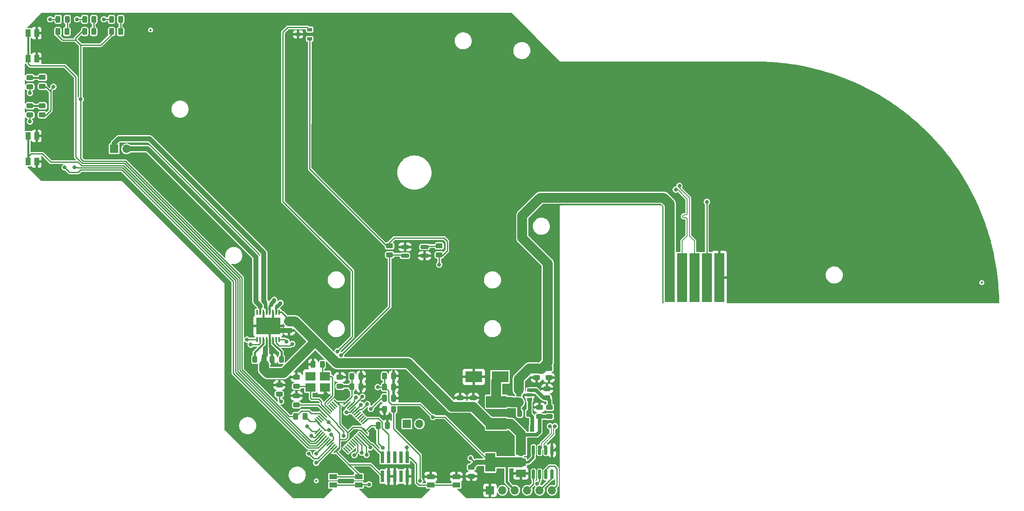
<source format=gtl>
G04 #@! TF.GenerationSoftware,KiCad,Pcbnew,6.0.0-d3dd2cf0fa~116~ubuntu21.10.1*
G04 #@! TF.CreationDate,2022-02-12T15:32:21+00:00*
G04 #@! TF.ProjectId,mobo,6d6f626f-2e6b-4696-9361-645f70636258,rev?*
G04 #@! TF.SameCoordinates,Original*
G04 #@! TF.FileFunction,Copper,L1,Top*
G04 #@! TF.FilePolarity,Positive*
%FSLAX46Y46*%
G04 Gerber Fmt 4.6, Leading zero omitted, Abs format (unit mm)*
G04 Created by KiCad (PCBNEW 6.0.0-d3dd2cf0fa~116~ubuntu21.10.1) date 2022-02-12 15:32:21*
%MOMM*%
%LPD*%
G01*
G04 APERTURE LIST*
G04 Aperture macros list*
%AMRoundRect*
0 Rectangle with rounded corners*
0 $1 Rounding radius*
0 $2 $3 $4 $5 $6 $7 $8 $9 X,Y pos of 4 corners*
0 Add a 4 corners polygon primitive as box body*
4,1,4,$2,$3,$4,$5,$6,$7,$8,$9,$2,$3,0*
0 Add four circle primitives for the rounded corners*
1,1,$1+$1,$2,$3*
1,1,$1+$1,$4,$5*
1,1,$1+$1,$6,$7*
1,1,$1+$1,$8,$9*
0 Add four rect primitives between the rounded corners*
20,1,$1+$1,$2,$3,$4,$5,0*
20,1,$1+$1,$4,$5,$6,$7,0*
20,1,$1+$1,$6,$7,$8,$9,0*
20,1,$1+$1,$8,$9,$2,$3,0*%
G04 Aperture macros list end*
G04 #@! TA.AperFunction,SMDPad,CuDef*
%ADD10RoundRect,0.243750X0.456250X-0.243750X0.456250X0.243750X-0.456250X0.243750X-0.456250X-0.243750X0*%
G04 #@! TD*
G04 #@! TA.AperFunction,SMDPad,CuDef*
%ADD11RoundRect,0.243750X-0.243750X-0.456250X0.243750X-0.456250X0.243750X0.456250X-0.243750X0.456250X0*%
G04 #@! TD*
G04 #@! TA.AperFunction,SMDPad,CuDef*
%ADD12RoundRect,0.243750X-0.456250X0.243750X-0.456250X-0.243750X0.456250X-0.243750X0.456250X0.243750X0*%
G04 #@! TD*
G04 #@! TA.AperFunction,SMDPad,CuDef*
%ADD13RoundRect,0.243750X0.243750X0.456250X-0.243750X0.456250X-0.243750X-0.456250X0.243750X-0.456250X0*%
G04 #@! TD*
G04 #@! TA.AperFunction,SMDPad,CuDef*
%ADD14R,3.500000X2.300000*%
G04 #@! TD*
G04 #@! TA.AperFunction,SMDPad,CuDef*
%ADD15R,0.900000X1.200000*%
G04 #@! TD*
G04 #@! TA.AperFunction,SMDPad,CuDef*
%ADD16C,0.500000*%
G04 #@! TD*
G04 #@! TA.AperFunction,SMDPad,CuDef*
%ADD17R,4.200000X2.400000*%
G04 #@! TD*
G04 #@! TA.AperFunction,ComponentPad*
%ADD18R,1.700000X1.700000*%
G04 #@! TD*
G04 #@! TA.AperFunction,ComponentPad*
%ADD19O,1.700000X1.700000*%
G04 #@! TD*
G04 #@! TA.AperFunction,SMDPad,CuDef*
%ADD20RoundRect,0.250000X-0.450000X0.262500X-0.450000X-0.262500X0.450000X-0.262500X0.450000X0.262500X0*%
G04 #@! TD*
G04 #@! TA.AperFunction,SMDPad,CuDef*
%ADD21RoundRect,0.250000X0.450000X-0.262500X0.450000X0.262500X-0.450000X0.262500X-0.450000X-0.262500X0*%
G04 #@! TD*
G04 #@! TA.AperFunction,SMDPad,CuDef*
%ADD22R,1.000000X1.550000*%
G04 #@! TD*
G04 #@! TA.AperFunction,SMDPad,CuDef*
%ADD23R,1.000000X0.700000*%
G04 #@! TD*
G04 #@! TA.AperFunction,SMDPad,CuDef*
%ADD24RoundRect,0.150000X0.150000X-0.825000X0.150000X0.825000X-0.150000X0.825000X-0.150000X-0.825000X0*%
G04 #@! TD*
G04 #@! TA.AperFunction,SMDPad,CuDef*
%ADD25R,0.450000X1.050000*%
G04 #@! TD*
G04 #@! TA.AperFunction,ComponentPad*
%ADD26C,0.750000*%
G04 #@! TD*
G04 #@! TA.AperFunction,SMDPad,CuDef*
%ADD27R,5.000000X3.400000*%
G04 #@! TD*
G04 #@! TA.AperFunction,SMDPad,CuDef*
%ADD28R,2.000000X1.500000*%
G04 #@! TD*
G04 #@! TA.AperFunction,SMDPad,CuDef*
%ADD29R,2.000000X3.800000*%
G04 #@! TD*
G04 #@! TA.AperFunction,SMDPad,CuDef*
%ADD30RoundRect,0.075000X-0.521491X0.415425X0.415425X-0.521491X0.521491X-0.415425X-0.415425X0.521491X0*%
G04 #@! TD*
G04 #@! TA.AperFunction,SMDPad,CuDef*
%ADD31RoundRect,0.075000X-0.521491X-0.415425X-0.415425X-0.521491X0.521491X0.415425X0.415425X0.521491X0*%
G04 #@! TD*
G04 #@! TA.AperFunction,SMDPad,CuDef*
%ADD32R,1.060000X0.650000*%
G04 #@! TD*
G04 #@! TA.AperFunction,SMDPad,CuDef*
%ADD33R,2.100000X1.800000*%
G04 #@! TD*
G04 #@! TA.AperFunction,SMDPad,CuDef*
%ADD34RoundRect,0.250000X0.262500X0.450000X-0.262500X0.450000X-0.262500X-0.450000X0.262500X-0.450000X0*%
G04 #@! TD*
G04 #@! TA.AperFunction,SMDPad,CuDef*
%ADD35RoundRect,0.197500X0.632500X-0.197500X0.632500X0.197500X-0.632500X0.197500X-0.632500X-0.197500X0*%
G04 #@! TD*
G04 #@! TA.AperFunction,SMDPad,CuDef*
%ADD36R,2.000000X10.000000*%
G04 #@! TD*
G04 #@! TA.AperFunction,SMDPad,CuDef*
%ADD37R,0.740000X2.400000*%
G04 #@! TD*
G04 #@! TA.AperFunction,SMDPad,CuDef*
%ADD38R,1.550000X1.000000*%
G04 #@! TD*
G04 #@! TA.AperFunction,SMDPad,CuDef*
%ADD39RoundRect,0.250000X0.250000X0.475000X-0.250000X0.475000X-0.250000X-0.475000X0.250000X-0.475000X0*%
G04 #@! TD*
G04 #@! TA.AperFunction,SMDPad,CuDef*
%ADD40RoundRect,0.250000X-0.250000X-0.475000X0.250000X-0.475000X0.250000X0.475000X-0.250000X0.475000X0*%
G04 #@! TD*
G04 #@! TA.AperFunction,ViaPad*
%ADD41C,0.800000*%
G04 #@! TD*
G04 #@! TA.AperFunction,Conductor*
%ADD42C,0.400000*%
G04 #@! TD*
G04 #@! TA.AperFunction,Conductor*
%ADD43C,0.250000*%
G04 #@! TD*
G04 #@! TA.AperFunction,Conductor*
%ADD44C,1.000000*%
G04 #@! TD*
G04 #@! TA.AperFunction,Conductor*
%ADD45C,0.500000*%
G04 #@! TD*
G04 #@! TA.AperFunction,Conductor*
%ADD46C,2.000000*%
G04 #@! TD*
G04 #@! TA.AperFunction,Conductor*
%ADD47C,0.750000*%
G04 #@! TD*
G04 #@! TA.AperFunction,Conductor*
%ADD48C,0.300000*%
G04 #@! TD*
G04 #@! TA.AperFunction,Conductor*
%ADD49C,0.200000*%
G04 #@! TD*
G04 APERTURE END LIST*
D10*
X70866000Y-82217500D03*
X70866000Y-80342500D03*
D11*
X73302500Y-80200000D03*
X75177500Y-80200000D03*
X73309000Y-82296000D03*
X75184000Y-82296000D03*
D12*
X61976000Y-84152500D03*
X61976000Y-86027500D03*
D13*
X67231500Y-77724000D03*
X65356500Y-77724000D03*
D10*
X61976000Y-82217500D03*
X61976000Y-80342500D03*
D13*
X58849500Y-76708000D03*
X56974500Y-76708000D03*
D12*
X60452000Y-68912500D03*
X60452000Y-70787500D03*
X97790000Y-98757500D03*
X97790000Y-100632500D03*
D11*
X79972500Y-82360000D03*
X81847500Y-82360000D03*
X79972500Y-80110000D03*
X81847500Y-80110000D03*
D10*
X111700000Y-88417500D03*
X111700000Y-86542500D03*
D12*
X113665000Y-78564500D03*
X113665000Y-80439500D03*
X111125000Y-78564500D03*
X111125000Y-80439500D03*
D13*
X109522500Y-87757000D03*
X107647500Y-87757000D03*
D10*
X98171000Y-86408500D03*
X98171000Y-84533500D03*
X95504000Y-86408500D03*
X95504000Y-84533500D03*
X7366000Y-20828000D03*
X7366000Y-18953000D03*
X7366000Y-26591500D03*
X7366000Y-24716500D03*
D14*
X103665000Y-80264000D03*
X98265000Y-80264000D03*
D15*
X110235000Y-90932000D03*
X106935000Y-90932000D03*
D16*
X66030000Y-101570000D03*
X32070000Y-9180000D03*
X202300000Y-60950000D03*
D17*
X102870000Y-85380000D03*
X102870000Y-89880000D03*
D18*
X84582000Y-89916000D03*
D19*
X87122000Y-89916000D03*
D18*
X24628000Y-33528000D03*
D19*
X27168000Y-33528000D03*
D20*
X9906000Y-24741500D03*
X9906000Y-26566500D03*
X9906000Y-18899500D03*
X9906000Y-20724500D03*
D13*
X63675500Y-88392000D03*
X61800500Y-88392000D03*
D21*
X81026000Y-55268500D03*
X81026000Y-53443500D03*
X91186000Y-55268500D03*
X91186000Y-53443500D03*
D10*
X113754000Y-88402000D03*
X113754000Y-86527000D03*
D12*
X113284000Y-82707000D03*
X113284000Y-84582000D03*
D22*
X7024000Y-9821000D03*
X7024000Y-15071000D03*
X8724000Y-15071000D03*
X8724000Y-9821000D03*
X7024000Y-30903000D03*
X7024000Y-36153000D03*
X8724000Y-36153000D03*
X8724000Y-30903000D03*
D23*
X64676000Y-10991000D03*
X64676000Y-9091000D03*
X62276000Y-10041000D03*
D24*
X110490000Y-100265000D03*
X111760000Y-100265000D03*
X113030000Y-100265000D03*
X114300000Y-100265000D03*
X114300000Y-95315000D03*
X113030000Y-95315000D03*
X111760000Y-95315000D03*
X110490000Y-95315000D03*
D25*
X58420000Y-67056000D03*
X57770000Y-67056000D03*
X57120000Y-67056000D03*
X56470000Y-67056000D03*
X55820000Y-67056000D03*
X55170000Y-67056000D03*
X54520000Y-67056000D03*
X53870000Y-67056000D03*
X53870000Y-72606000D03*
X54520000Y-72606000D03*
X55170000Y-72606000D03*
X55820000Y-72606000D03*
X56470000Y-72606000D03*
X57120000Y-72606000D03*
X57770000Y-72606000D03*
X58420000Y-72606000D03*
D26*
X54645000Y-70581000D03*
D27*
X56145000Y-69831000D03*
D26*
X57645000Y-69081000D03*
X56145000Y-70581000D03*
X57645000Y-70581000D03*
X54645000Y-69081000D03*
X56145000Y-69081000D03*
D28*
X107925000Y-100090000D03*
X107925000Y-97790000D03*
D29*
X101625000Y-97790000D03*
D28*
X107925000Y-95490000D03*
D30*
X70121212Y-85536124D03*
X69767658Y-85889678D03*
X69414105Y-86243231D03*
X69060551Y-86596785D03*
X68706998Y-86950338D03*
X68353445Y-87303891D03*
X67999891Y-87657445D03*
X67646338Y-88010998D03*
X67292785Y-88364551D03*
X66939231Y-88718105D03*
X66585678Y-89071658D03*
X66232124Y-89425212D03*
D31*
X66232124Y-91422788D03*
X66585678Y-91776342D03*
X66939231Y-92129895D03*
X67292785Y-92483449D03*
X67646338Y-92837002D03*
X67999891Y-93190555D03*
X68353445Y-93544109D03*
X68706998Y-93897662D03*
X69060551Y-94251215D03*
X69414105Y-94604769D03*
X69767658Y-94958322D03*
X70121212Y-95311876D03*
D30*
X72118788Y-95311876D03*
X72472342Y-94958322D03*
X72825895Y-94604769D03*
X73179449Y-94251215D03*
X73533002Y-93897662D03*
X73886555Y-93544109D03*
X74240109Y-93190555D03*
X74593662Y-92837002D03*
X74947215Y-92483449D03*
X75300769Y-92129895D03*
X75654322Y-91776342D03*
X76007876Y-91422788D03*
D31*
X76007876Y-89425212D03*
X75654322Y-89071658D03*
X75300769Y-88718105D03*
X74947215Y-88364551D03*
X74593662Y-88010998D03*
X74240109Y-87657445D03*
X73886555Y-87303891D03*
X73533002Y-86950338D03*
X73179449Y-86596785D03*
X72825895Y-86243231D03*
X72472342Y-85889678D03*
X72118788Y-85536124D03*
D32*
X109685000Y-84897000D03*
X109685000Y-83947000D03*
X109685000Y-82997000D03*
X107485000Y-82997000D03*
X107485000Y-83947000D03*
X107485000Y-84897000D03*
D33*
X67744000Y-80130000D03*
X64844000Y-80130000D03*
X64844000Y-82430000D03*
X67744000Y-82430000D03*
D13*
X55293500Y-76708000D03*
X53418500Y-76708000D03*
D11*
X13125000Y-7000000D03*
X15000000Y-7000000D03*
X18562500Y-7000000D03*
X20437500Y-7000000D03*
X24062500Y-7000000D03*
X25937500Y-7000000D03*
D34*
X14912500Y-9500000D03*
X13087500Y-9500000D03*
X20412500Y-9500000D03*
X18587500Y-9500000D03*
X25912500Y-9500000D03*
X24087500Y-9500000D03*
D11*
X79972500Y-86920000D03*
X81847500Y-86920000D03*
D12*
X58430000Y-81942500D03*
X58430000Y-83817500D03*
D35*
X88169500Y-53650000D03*
X84169500Y-53650000D03*
X84169500Y-55450000D03*
X88169500Y-55450000D03*
D36*
X138400000Y-59900000D03*
X140940000Y-59900000D03*
X143480000Y-59900000D03*
X146020000Y-59900000D03*
X148560000Y-59900000D03*
D37*
X79550000Y-100690000D03*
X79550000Y-96790000D03*
X80820000Y-100690000D03*
X80820000Y-96790000D03*
X82090000Y-100690000D03*
X82090000Y-96790000D03*
X83360000Y-100690000D03*
X83360000Y-96790000D03*
X84630000Y-100690000D03*
X84630000Y-96790000D03*
D38*
X94700000Y-102450000D03*
X89450000Y-102450000D03*
X94700000Y-100750000D03*
X89450000Y-100750000D03*
D39*
X81860000Y-84640000D03*
X79960000Y-84640000D03*
D38*
X74700000Y-102450000D03*
X69450000Y-102450000D03*
X69450000Y-100750000D03*
X74700000Y-100750000D03*
D40*
X78670000Y-90280000D03*
X80570000Y-90280000D03*
D18*
X101600000Y-103505000D03*
D19*
X104140000Y-103505000D03*
X106680000Y-103505000D03*
X109220000Y-103505000D03*
X111760000Y-103505000D03*
X114300000Y-103505000D03*
D41*
X77900000Y-84020000D03*
X88630000Y-84630000D03*
X62992000Y-78232000D03*
X78330000Y-87620000D03*
X99600000Y-99700000D03*
X12700000Y-31496000D03*
X57150000Y-74549000D03*
X111379000Y-85090000D03*
X112268000Y-81407000D03*
X73215500Y-92075000D03*
X69723000Y-79248000D03*
X76800000Y-100450000D03*
X62000000Y-13900000D03*
X68900000Y-96393000D03*
X158400000Y-61100000D03*
X112649000Y-46736000D03*
X68072000Y-83820000D03*
X72072500Y-83629500D03*
X66167000Y-86868000D03*
X71526500Y-86770000D03*
X115170000Y-95040000D03*
X13716000Y-18288000D03*
X57404000Y-77724000D03*
X76500000Y-56500000D03*
X61976000Y-71628000D03*
X96330000Y-103850000D03*
X96901000Y-82677000D03*
X98806000Y-82677000D03*
X66400000Y-45600000D03*
X68499117Y-89570883D03*
X91186000Y-57277000D03*
X17780000Y-23368000D03*
X78590000Y-82370000D03*
X79640000Y-94850000D03*
X97620000Y-96940000D03*
X12192000Y-20828000D03*
X89916000Y-88519000D03*
X71600000Y-92400000D03*
X84580000Y-94700000D03*
X14478000Y-37338000D03*
X7366000Y-27940000D03*
X7366000Y-22098000D03*
X16510000Y-37338000D03*
X75300000Y-95800000D03*
X73800000Y-96300000D03*
X68600000Y-91200000D03*
X146000000Y-44400000D03*
X113845000Y-90390000D03*
X140381232Y-41148768D03*
X139638768Y-41891232D03*
X114895000Y-90390000D03*
X57404000Y-64516000D03*
X56769000Y-65532000D03*
X57975500Y-65849500D03*
X58674000Y-65151000D03*
X58800000Y-85310000D03*
X69088000Y-92138500D03*
X70357996Y-75057000D03*
X64135000Y-90424000D03*
X74168004Y-84455000D03*
X51816000Y-72644000D03*
X52578000Y-73660012D03*
X75438000Y-84328000D03*
X75184000Y-85979000D03*
X61087000Y-73533000D03*
X59944000Y-73025000D03*
X76454000Y-85852000D03*
X72160000Y-87550000D03*
X77180000Y-86840000D03*
X66000000Y-97900000D03*
X11500000Y-7000000D03*
X64500000Y-96000000D03*
X17000000Y-7000000D03*
X66000000Y-96000000D03*
X22500000Y-7000000D03*
X77050000Y-94750000D03*
X71120004Y-75819000D03*
X65024000Y-92329000D03*
X76810000Y-102310000D03*
X87250000Y-101610000D03*
X111214000Y-102162804D03*
X76300000Y-96271029D03*
D42*
X55170000Y-67056000D02*
X55170000Y-68556000D01*
D43*
X72472342Y-85889678D02*
X71592020Y-86770000D01*
X74123499Y-91167001D02*
X73615499Y-91675001D01*
D42*
X56974500Y-75680128D02*
X56974500Y-76708000D01*
D43*
X75009641Y-91167001D02*
X74123499Y-91167001D01*
X75654322Y-91776342D02*
X75618982Y-91776342D01*
X75618982Y-91776342D02*
X75009641Y-91167001D01*
X73615499Y-91675001D02*
X73215500Y-92075000D01*
D42*
X56495999Y-72631999D02*
X56495999Y-73450201D01*
X55170000Y-68556000D02*
X54645000Y-69081000D01*
D44*
X57101500Y-70787500D02*
X56145000Y-69831000D01*
D42*
X56470000Y-70906000D02*
X56145000Y-70581000D01*
X57120000Y-67056000D02*
X57120000Y-68556000D01*
X57120000Y-68556000D02*
X57645000Y-69081000D01*
D43*
X71592020Y-86770000D02*
X71526500Y-86770000D01*
D45*
X57851500Y-70787500D02*
X57645000Y-70581000D01*
D42*
X56520990Y-73475192D02*
X56520991Y-75226619D01*
X56495999Y-73450201D02*
X56520990Y-73475192D01*
D44*
X60452000Y-70787500D02*
X57101500Y-70787500D01*
D42*
X56520991Y-75226619D02*
X56974500Y-75680128D01*
D45*
X60452000Y-70787500D02*
X57851500Y-70787500D01*
D42*
X56470000Y-72606000D02*
X56495999Y-72631999D01*
X56470000Y-72606000D02*
X56470000Y-70906000D01*
D43*
X68499117Y-89570883D02*
X70739000Y-91810766D01*
X18075000Y-9500000D02*
X18587500Y-9500000D01*
X75652061Y-90854841D02*
X76007876Y-91210656D01*
X70802500Y-86005280D02*
X70802500Y-90002500D01*
X72707500Y-98249500D02*
X70121212Y-95663212D01*
X70739000Y-91810766D02*
X70739000Y-92640004D01*
X50800000Y-59944000D02*
X48260000Y-57404000D01*
X65024000Y-87757000D02*
X64516000Y-87249000D01*
X72400000Y-92671522D02*
X72400000Y-91739524D01*
X77109500Y-98249500D02*
X72707500Y-98249500D01*
X62943500Y-87249000D02*
X61800500Y-88392000D01*
X81026000Y-53331000D02*
X80326000Y-53331000D01*
X70121212Y-95311876D02*
X70333344Y-95311876D01*
X11613000Y-25672000D02*
X10606000Y-26679000D01*
X78590000Y-82370000D02*
X79962500Y-82370000D01*
X80784010Y-83171510D02*
X80784010Y-85311424D01*
X79550000Y-100690000D02*
X77109500Y-98249500D01*
X75360841Y-90854841D02*
X75652061Y-90854841D01*
X64516000Y-87249000D02*
X62943500Y-87249000D01*
X26924000Y-36068000D02*
X18288000Y-36068000D01*
X16750000Y-10825000D02*
X18075000Y-9500000D01*
X78670000Y-93880000D02*
X79640000Y-94850000D01*
X72469762Y-91669762D02*
X73525024Y-90614500D01*
X92837000Y-54430000D02*
X92837000Y-52451000D01*
X10606000Y-20837000D02*
X11613000Y-21844000D01*
X73525024Y-90614500D02*
X75120500Y-90614500D01*
X70802500Y-90002500D02*
X72469762Y-91669762D01*
X50800000Y-70612000D02*
X50800000Y-59944000D01*
X12192000Y-20828000D02*
X11613000Y-21407000D01*
X78670000Y-90280000D02*
X78670000Y-93880000D01*
X81368576Y-85895990D02*
X87292990Y-85895990D01*
X77150664Y-90280000D02*
X76007876Y-91422788D01*
X11613000Y-21407000D02*
X11613000Y-21844000D01*
X73302500Y-80200000D02*
X73302500Y-82289500D01*
X91186000Y-57277000D02*
X91186000Y-55381000D01*
X76007876Y-91210656D02*
X76007876Y-91422788D01*
X74700000Y-100242000D02*
X72707500Y-98249500D01*
X91186000Y-55381000D02*
X91886000Y-55381000D01*
X9906000Y-20837000D02*
X10606000Y-20837000D01*
D46*
X107925000Y-97790000D02*
X105029000Y-97790000D01*
D43*
X92202000Y-51816000D02*
X81966000Y-51816000D01*
X80326000Y-53331000D02*
X64643000Y-37648000D01*
D45*
X105029000Y-101854000D02*
X105029000Y-97790000D01*
D43*
X72400000Y-91739524D02*
X73525024Y-90614500D01*
D45*
X106680000Y-103505000D02*
X105029000Y-101854000D01*
D43*
X14025000Y-11250000D02*
X12975000Y-10200000D01*
D45*
X110490000Y-96760000D02*
X109460000Y-97790000D01*
D43*
X64676000Y-28288000D02*
X64676000Y-10991000D01*
X70739000Y-92640004D02*
X70739000Y-93472000D01*
X70739000Y-94488000D02*
X70739000Y-94742000D01*
X70739000Y-93124001D02*
X71947521Y-93124001D01*
X92354000Y-88519000D02*
X101625000Y-97790000D01*
X89916000Y-88519000D02*
X87947000Y-86550000D01*
X81966000Y-51816000D02*
X81026000Y-52756000D01*
D46*
X105029000Y-97790000D02*
X101625000Y-97790000D01*
D43*
X98470000Y-97790000D02*
X98757500Y-97790000D01*
X16750000Y-11250000D02*
X16750000Y-10825000D01*
X73302500Y-82289500D02*
X73309000Y-82296000D01*
X74700000Y-100750000D02*
X74700000Y-100242000D01*
X12975000Y-10200000D02*
X12975000Y-9500000D01*
X70333344Y-85536124D02*
X70739000Y-85941780D01*
X70121212Y-85536124D02*
X70333344Y-85536124D01*
X50800000Y-78740000D02*
X50800000Y-70612000D01*
X81026000Y-52756000D02*
X81026000Y-53331000D01*
X66685234Y-87757000D02*
X65024000Y-87757000D01*
X10606000Y-26679000D02*
X9906000Y-26679000D01*
X79972500Y-80110000D02*
X79972500Y-82360000D01*
X17780000Y-12280000D02*
X21895000Y-12280000D01*
X73309000Y-84345912D02*
X72118788Y-85536124D01*
X78670000Y-90280000D02*
X77150664Y-90280000D01*
X70739000Y-93472000D02*
X70739000Y-94488000D01*
X71947521Y-93124001D02*
X72400000Y-92671522D01*
X79962500Y-82370000D02*
X79972500Y-82360000D01*
X64643000Y-37648000D02*
X64643000Y-28321000D01*
X70739000Y-94906220D02*
X70739000Y-94488000D01*
X18288000Y-36068000D02*
X17780000Y-35560000D01*
X31496000Y-40640000D02*
X26924000Y-36068000D01*
X21895000Y-12280000D02*
X23975000Y-10200000D01*
X70739000Y-92640004D02*
X70739000Y-93124001D01*
X70333344Y-95311876D02*
X70739000Y-94906220D01*
X79972500Y-82360000D02*
X80784010Y-83171510D01*
D45*
X70866000Y-82217500D02*
X73230500Y-82217500D01*
D43*
X17780000Y-12280000D02*
X16750000Y-11250000D01*
X17780000Y-23368000D02*
X17780000Y-12280000D01*
X91886000Y-55381000D02*
X92837000Y-54430000D01*
X75120500Y-90614500D02*
X75360841Y-90854841D01*
X64643000Y-28321000D02*
X64676000Y-28288000D01*
X11613000Y-21844000D02*
X11613000Y-25672000D01*
X87292990Y-85895990D02*
X87947000Y-86550000D01*
X68499117Y-89570883D02*
X68499117Y-89570883D01*
X61800500Y-88392000D02*
X60452000Y-88392000D01*
X89916000Y-88519000D02*
X92354000Y-88519000D01*
D44*
X101625000Y-97790000D02*
X98757500Y-97790000D01*
D43*
X67292785Y-88364551D02*
X68499117Y-89570883D01*
X69450000Y-100750000D02*
X74700000Y-100750000D01*
X80784010Y-85311424D02*
X81368576Y-85895990D01*
X60452000Y-88392000D02*
X50800000Y-78740000D01*
X70121212Y-95311876D02*
X70121212Y-95276534D01*
D45*
X73230500Y-82217500D02*
X73309000Y-82296000D01*
D43*
X70121212Y-95663212D02*
X70121212Y-95311876D01*
X17780000Y-35560000D02*
X17780000Y-23368000D01*
X16750000Y-11250000D02*
X14025000Y-11250000D01*
D45*
X110490000Y-95315000D02*
X110490000Y-96760000D01*
D43*
X23975000Y-10200000D02*
X23975000Y-9500000D01*
X48260000Y-57404000D02*
X45720000Y-54864000D01*
X92837000Y-52451000D02*
X92202000Y-51816000D01*
D45*
X109460000Y-97790000D02*
X107925000Y-97790000D01*
D44*
X98757500Y-97790000D02*
X97790000Y-98757500D01*
D43*
X70121212Y-85536124D02*
X72118788Y-85536124D01*
X73309000Y-82296000D02*
X73309000Y-84345912D01*
X97620000Y-96940000D02*
X98470000Y-97790000D01*
X70333344Y-85536124D02*
X70802500Y-86005280D01*
X67292785Y-88364551D02*
X66685234Y-87757000D01*
X45720000Y-54864000D02*
X31496000Y-40640000D01*
X86525999Y-101957521D02*
X87018478Y-102450000D01*
X87018478Y-102450000D02*
X89450000Y-102450000D01*
X66405288Y-86027500D02*
X62676000Y-86027500D01*
X71600000Y-91834315D02*
X71600000Y-92400000D01*
X84630000Y-96790000D02*
X85250000Y-96790000D01*
X70353490Y-89974288D02*
X70353490Y-90188486D01*
X85250000Y-96790000D02*
X86525999Y-98065999D01*
X94700000Y-102450000D02*
X89450000Y-102450000D01*
X70353490Y-90188486D02*
X71600000Y-91434996D01*
X84580000Y-94700000D02*
X84580000Y-96740000D01*
X67999891Y-87657445D02*
X68036647Y-87657445D01*
X71600000Y-91434996D02*
X71600000Y-91834315D01*
X62676000Y-86027500D02*
X61976000Y-86027500D01*
X84580000Y-96740000D02*
X84630000Y-96790000D01*
X86525999Y-98065999D02*
X86525999Y-101957521D01*
X67999891Y-87622103D02*
X66405288Y-86027500D01*
X68036647Y-87657445D02*
X70353490Y-89974288D01*
X67999891Y-87657445D02*
X67999891Y-87622103D01*
D42*
X55820000Y-74152392D02*
X55570990Y-74401402D01*
D47*
X111144201Y-92106001D02*
X108109001Y-92106001D01*
D46*
X61673500Y-68912500D02*
X60452000Y-68912500D01*
X84836000Y-77470000D02*
X70231000Y-77470000D01*
D48*
X60452000Y-68563000D02*
X60452000Y-68912500D01*
D44*
X55293500Y-76008000D02*
X55570990Y-75730510D01*
D46*
X102870000Y-89880000D02*
X105883000Y-89880000D01*
D47*
X108109001Y-92106001D02*
X107925000Y-91922000D01*
D46*
X55293500Y-78788500D02*
X55293500Y-77767372D01*
D47*
X111700000Y-88417500D02*
X111700000Y-91550202D01*
D44*
X55287990Y-77761862D02*
X55287990Y-76708000D01*
D46*
X93774500Y-86408500D02*
X84836000Y-77470000D01*
D44*
X55293500Y-76708000D02*
X55293500Y-76008000D01*
D46*
X101642500Y-89880000D02*
X102870000Y-89880000D01*
X65595500Y-73215500D02*
X65595500Y-72834500D01*
X107925000Y-95490000D02*
X107925000Y-91922000D01*
D44*
X61673500Y-68912500D02*
X61546500Y-68912500D01*
X55753000Y-79248000D02*
X56134000Y-79502000D01*
D42*
X55570990Y-73977138D02*
X55570990Y-74401402D01*
D44*
X65532000Y-72898000D02*
X65659000Y-72898000D01*
D46*
X98171000Y-86408500D02*
X101642500Y-89880000D01*
D42*
X55820000Y-72606000D02*
X55820000Y-73728128D01*
D46*
X65595500Y-72834500D02*
X61673500Y-68912500D01*
D44*
X55293500Y-78788500D02*
X55753000Y-79248000D01*
D46*
X105883000Y-89880000D02*
X106935000Y-90932000D01*
X107925000Y-91922000D02*
X106935000Y-90932000D01*
D47*
X111700000Y-88417500D02*
X113738500Y-88417500D01*
D46*
X95504000Y-86408500D02*
X98171000Y-86408500D01*
D48*
X58420000Y-67056000D02*
X58945000Y-67056000D01*
D46*
X56134000Y-79502000D02*
X56007000Y-79502000D01*
X59309000Y-79502000D02*
X65595500Y-73215500D01*
X58928000Y-79502000D02*
X59309000Y-79502000D01*
X56007000Y-79502000D02*
X55293500Y-78788500D01*
D47*
X113738500Y-88417500D02*
X113754000Y-88402000D01*
X111700000Y-91550202D02*
X111144201Y-92106001D01*
D48*
X58945000Y-67056000D02*
X60452000Y-68563000D01*
D46*
X58928000Y-79502000D02*
X56134000Y-79502000D01*
X95504000Y-86408500D02*
X93774500Y-86408500D01*
D44*
X55570990Y-75730510D02*
X55570990Y-74401402D01*
D46*
X70231000Y-77470000D02*
X65595500Y-72834500D01*
D44*
X56134000Y-79502000D02*
X59182000Y-79248000D01*
D42*
X55820000Y-72606000D02*
X55820000Y-74152392D01*
X55820000Y-73728128D02*
X55570990Y-73977138D01*
D46*
X137160000Y-43561000D02*
X111887000Y-43561000D01*
D44*
X113665000Y-78564500D02*
X112189500Y-78564500D01*
D46*
X113411000Y-57023000D02*
X113411000Y-77343000D01*
X107485000Y-80672000D02*
X109592500Y-78564500D01*
X107485000Y-82997000D02*
X107485000Y-80672000D01*
X113411000Y-77343000D02*
X112141000Y-78613000D01*
X110425000Y-78564500D02*
X111125000Y-78564500D01*
X108204000Y-47244000D02*
X108204000Y-51816000D01*
X112141000Y-78613000D02*
X111125000Y-78564500D01*
X108204000Y-51816000D02*
X113411000Y-57023000D01*
X111887000Y-43561000D02*
X108204000Y-47244000D01*
D44*
X112189500Y-78564500D02*
X112141000Y-78613000D01*
D46*
X109592500Y-78564500D02*
X110425000Y-78564500D01*
D47*
X107485000Y-82997000D02*
X107485000Y-83896991D01*
D46*
X138400000Y-59800000D02*
X138400000Y-44801000D01*
X138400000Y-44801000D02*
X137160000Y-43561000D01*
D42*
X55156000Y-72606000D02*
X55144001Y-72617999D01*
X55170000Y-72606000D02*
X55156000Y-72606000D01*
X53418500Y-75232500D02*
X53418500Y-76708000D01*
X55170000Y-72606000D02*
X55170000Y-73481000D01*
X55170000Y-73481000D02*
X53418500Y-75232500D01*
D43*
X17757956Y-37868044D02*
X17272000Y-38354000D01*
X14877999Y-37737999D02*
X14478000Y-37338000D01*
X26178401Y-37868044D02*
X17757956Y-37868044D01*
X67999891Y-93190555D02*
X66368413Y-94822033D01*
X48999958Y-60689601D02*
X26178401Y-37868044D01*
X17272000Y-38354000D02*
X15494000Y-38354000D01*
X7366000Y-27940000D02*
X7366000Y-26591500D01*
X66368413Y-94822033D02*
X64336390Y-94822033D01*
X64336390Y-94822033D02*
X48999958Y-79485601D01*
X15494000Y-38354000D02*
X14877999Y-37737999D01*
X48999958Y-79485601D02*
X48999958Y-60689601D01*
D42*
X9818500Y-24716500D02*
X9906000Y-24629000D01*
X7366000Y-24716500D02*
X9818500Y-24716500D01*
X7366000Y-18953000D02*
X9740000Y-18953000D01*
X9740000Y-18953000D02*
X9906000Y-18787000D01*
D43*
X49449969Y-79299201D02*
X49449969Y-60503201D01*
X17155718Y-37418033D02*
X17075685Y-37338000D01*
X26364801Y-37418033D02*
X17155718Y-37418033D01*
X64522790Y-94372022D02*
X49449969Y-79299201D01*
X67646338Y-92837002D02*
X66111318Y-94372022D01*
X66111318Y-94372022D02*
X64522790Y-94372022D01*
X7366000Y-22098000D02*
X7366000Y-20828000D01*
X17075685Y-37338000D02*
X16510000Y-37338000D01*
X49449969Y-60503201D02*
X26364801Y-37418033D01*
X75300000Y-94250446D02*
X75300000Y-95234315D01*
X110490000Y-100265000D02*
X110490000Y-102235000D01*
X74240109Y-93190555D02*
X75300000Y-94250446D01*
X75300000Y-95234315D02*
X75300000Y-95800000D01*
X110490000Y-102235000D02*
X109220000Y-103505000D01*
X114300000Y-100965000D02*
X114300000Y-100265000D01*
X74499999Y-95600001D02*
X74199999Y-95900001D01*
X74499999Y-94157553D02*
X74499999Y-95600001D01*
X74199999Y-95900001D02*
X73800000Y-96300000D01*
X73886555Y-93544109D02*
X74499999Y-94157553D01*
X111760000Y-103505000D02*
X114300000Y-100965000D01*
X66232124Y-89637344D02*
X67794780Y-91200000D01*
D45*
X146040000Y-59920000D02*
X146020000Y-59900000D01*
D43*
X66232124Y-89425212D02*
X66232124Y-89637344D01*
X146000000Y-59880000D02*
X146020000Y-59900000D01*
X68034315Y-91200000D02*
X68600000Y-91200000D01*
X64708712Y-89425212D02*
X63675500Y-88392000D01*
X66232124Y-89425212D02*
X64708712Y-89425212D01*
X67794780Y-91200000D02*
X68034315Y-91200000D01*
D45*
X146720000Y-59920000D02*
X146040000Y-59920000D01*
D43*
X146000000Y-44400000D02*
X146000000Y-59880000D01*
D49*
X140381232Y-41573033D02*
X142435000Y-43626801D01*
X140381232Y-41148768D02*
X140381232Y-41573033D01*
X114145000Y-91866800D02*
X114145000Y-90690000D01*
D45*
X144160000Y-59900000D02*
X143480000Y-59900000D01*
D49*
X143480000Y-52399999D02*
X143480000Y-59900000D01*
X112170000Y-93841800D02*
X114145000Y-91866800D01*
X114145000Y-90690000D02*
X113845000Y-90390000D01*
X142435000Y-51354999D02*
X143480000Y-52399999D01*
X142435000Y-43626801D02*
X142435000Y-51354999D01*
X111760000Y-95315000D02*
X112170000Y-94905000D01*
D45*
X144180000Y-59920000D02*
X144160000Y-59900000D01*
D49*
X112170000Y-94905000D02*
X112170000Y-93841800D01*
X141985000Y-47985000D02*
X141985000Y-51354999D01*
X141985000Y-51354999D02*
X140940000Y-52399999D01*
X141815165Y-47714709D02*
X141872046Y-47750450D01*
X141872046Y-47019549D02*
X141815165Y-47055290D01*
X141955290Y-46915165D02*
X141919549Y-46972046D01*
X141919549Y-47797953D02*
X141955290Y-47854834D01*
X141126914Y-47150450D02*
X141079411Y-47197953D01*
X140063033Y-41891232D02*
X141985000Y-43813199D01*
D45*
X141640000Y-59920000D02*
X140960000Y-59920000D01*
D49*
X141985000Y-46785000D02*
X141977478Y-46851756D01*
X141247204Y-47092521D02*
X141183795Y-47114709D01*
X141013961Y-47385000D02*
X141021482Y-47451756D01*
X141021482Y-47451756D02*
X141043670Y-47515165D01*
X141079411Y-47572046D02*
X141126914Y-47619549D01*
X141955290Y-47854834D02*
X141977478Y-47918243D01*
X141872046Y-47750450D02*
X141919549Y-47797953D01*
X141751756Y-47077478D02*
X141685000Y-47085000D01*
X141313961Y-47685000D02*
X141685000Y-47685000D01*
X141919549Y-46972046D02*
X141872046Y-47019549D01*
X139638768Y-41891232D02*
X140063033Y-41891232D01*
X141021482Y-47318243D02*
X141013961Y-47385000D01*
X141079411Y-47197953D02*
X141043670Y-47254834D01*
X141685000Y-47685000D02*
X141751756Y-47692521D01*
X141685000Y-47085000D02*
X141313961Y-47085000D01*
X141043670Y-47254834D02*
X141021482Y-47318243D01*
X114595000Y-90690000D02*
X114895000Y-90390000D01*
X141985000Y-43813199D02*
X141985000Y-46785000D01*
D45*
X140960000Y-59920000D02*
X140940000Y-59900000D01*
D49*
X141977478Y-47918243D02*
X141985000Y-47985000D01*
X141815165Y-47055290D02*
X141751756Y-47077478D01*
X113030000Y-95315000D02*
X112620000Y-94905000D01*
X141247204Y-47677478D02*
X141313961Y-47685000D01*
X141313961Y-47085000D02*
X141247204Y-47092521D01*
X112620000Y-94905000D02*
X112620000Y-94028200D01*
X141043670Y-47515165D02*
X141079411Y-47572046D01*
X140940000Y-52399999D02*
X140940000Y-59900000D01*
X114595000Y-92053200D02*
X114595000Y-90690000D01*
X141183795Y-47655290D02*
X141247204Y-47677478D01*
X141183795Y-47114709D02*
X141126914Y-47150450D01*
X112620000Y-94028200D02*
X114595000Y-92053200D01*
X141126914Y-47619549D02*
X141183795Y-47655290D01*
X141751756Y-47692521D02*
X141815165Y-47714709D01*
X141977478Y-46851756D02*
X141955290Y-46915165D01*
D43*
X77160117Y-94025999D02*
X77397521Y-94025999D01*
X75300769Y-92166651D02*
X77160117Y-94025999D01*
X77397521Y-94025999D02*
X79550000Y-96178478D01*
X79550000Y-96178478D02*
X79550000Y-96790000D01*
X75300769Y-92129895D02*
X75300769Y-92166651D01*
X78748283Y-88821509D02*
X76611579Y-88821509D01*
X79494010Y-89567236D02*
X78748283Y-88821509D01*
X76611579Y-88821509D02*
X76007876Y-89425212D01*
X80820000Y-96790000D02*
X80820000Y-92066774D01*
X79494010Y-90740784D02*
X79494010Y-89567236D01*
X80820000Y-92066774D02*
X79494010Y-90740784D01*
D44*
X25527000Y-31496000D02*
X31877000Y-31496000D01*
D42*
X55820000Y-67056000D02*
X55820000Y-66320542D01*
X55458535Y-65959077D02*
X55458535Y-64937465D01*
D44*
X55245000Y-54864000D02*
X55245000Y-64723930D01*
D42*
X55820000Y-66320542D02*
X55458535Y-65959077D01*
D47*
X55458535Y-64937465D02*
X55458535Y-65114242D01*
D44*
X31877000Y-31496000D02*
X55245000Y-54864000D01*
D47*
X55458535Y-65114242D02*
X55595010Y-65250717D01*
D44*
X24628000Y-33528000D02*
X24628000Y-32395000D01*
X24628000Y-32395000D02*
X25527000Y-31496000D01*
D47*
X55595010Y-65250717D02*
X55595010Y-65959077D01*
D44*
X55245000Y-64723930D02*
X55458535Y-64937465D01*
X54520000Y-65696000D02*
X53663989Y-64839989D01*
X31496000Y-33528000D02*
X27168000Y-33528000D01*
D42*
X54520000Y-67056000D02*
X54520000Y-66131000D01*
D44*
X53663989Y-55695989D02*
X31496000Y-33528000D01*
X53663989Y-64839989D02*
X53663989Y-55695989D01*
X54520000Y-65696000D02*
X54520000Y-65830999D01*
D42*
X54520000Y-66131000D02*
X54520000Y-65696000D01*
D45*
X57531000Y-64770000D02*
X57531000Y-64770000D01*
X56470010Y-66375990D02*
X56470000Y-66376000D01*
D47*
X56769000Y-65151000D02*
X57404000Y-64516000D01*
X56769000Y-65532000D02*
X56769000Y-65151000D01*
D45*
X56470000Y-65831000D02*
X56769000Y-65532000D01*
X56769000Y-65532000D02*
X57531000Y-64770000D01*
D42*
X56470000Y-67056000D02*
X56470000Y-66376000D01*
D45*
X56470000Y-66376000D02*
X56470000Y-65831000D01*
X58674000Y-65151000D02*
X58674000Y-65151000D01*
X57770000Y-66055000D02*
X57975500Y-65849500D01*
X57770000Y-66309000D02*
X57770000Y-66055000D01*
D42*
X57770000Y-67056000D02*
X57770000Y-66309000D01*
D47*
X57975500Y-65849500D02*
X58674000Y-65151000D01*
D43*
X69469000Y-93135660D02*
X69469000Y-92519500D01*
X69469000Y-92519500D02*
X69088000Y-92138500D01*
X58430000Y-83817500D02*
X58430000Y-84940000D01*
X68706998Y-93897662D02*
X69469000Y-93135660D01*
X58430000Y-84940000D02*
X58800000Y-85310000D01*
X65597126Y-93472000D02*
X64895590Y-93472000D01*
X14478000Y-16510000D02*
X7438000Y-16510000D01*
X64895590Y-93472000D02*
X50349991Y-78926401D01*
X16764000Y-35180411D02*
X16764000Y-18796000D01*
X26737601Y-36518011D02*
X18101600Y-36518011D01*
X50349991Y-60130401D02*
X26737601Y-36518011D01*
X16764000Y-18796000D02*
X14478000Y-16510000D01*
X66939231Y-92129895D02*
X65597126Y-93472000D01*
X7438000Y-16510000D02*
X7024000Y-16096000D01*
X50349991Y-78926401D02*
X50349991Y-60130401D01*
X18101600Y-36518011D02*
X16764000Y-35180411D01*
D42*
X7024000Y-9821000D02*
X7024000Y-15071000D01*
D43*
X7024000Y-16096000D02*
X7024000Y-15071000D01*
X7024000Y-35128000D02*
X7024000Y-36153000D01*
X65854223Y-93922011D02*
X64709190Y-93922011D01*
X49899980Y-79112801D02*
X49899980Y-60316801D01*
X17915200Y-36968022D02*
X17211190Y-36264011D01*
X64709190Y-93922011D02*
X49899980Y-79112801D01*
X11626010Y-36264010D02*
X9906000Y-34544000D01*
X9906000Y-34544000D02*
X7608000Y-34544000D01*
X26551201Y-36968022D02*
X17915200Y-36968022D01*
X17211190Y-36264011D02*
X11626010Y-36264010D01*
X67292785Y-92483449D02*
X65854223Y-93922011D01*
D42*
X7024000Y-30903000D02*
X7024000Y-36153000D01*
D43*
X49899980Y-60316801D02*
X26551201Y-36968022D01*
X7608000Y-34544000D02*
X7024000Y-35128000D01*
X64643000Y-9058000D02*
X64676000Y-9091000D01*
X64590000Y-9091000D02*
X64135000Y-8636000D01*
X73406000Y-72008996D02*
X73406000Y-58547000D01*
X65133788Y-91422788D02*
X64135000Y-90424000D01*
X59182000Y-9652000D02*
X60198000Y-8636000D01*
X64676000Y-9091000D02*
X64590000Y-9091000D01*
X70357996Y-75057000D02*
X73406000Y-72008996D01*
X59182000Y-44323000D02*
X59182000Y-9652000D01*
X64135000Y-8636000D02*
X60198000Y-8636000D01*
X73406000Y-58547000D02*
X59182000Y-44323000D01*
X66232124Y-91422788D02*
X65133788Y-91422788D01*
X53870000Y-72606000D02*
X51854000Y-72606000D01*
X51854000Y-72606000D02*
X51816000Y-72644000D01*
X73768005Y-84854999D02*
X74168004Y-84455000D01*
X73768005Y-85301121D02*
X73768005Y-84854999D01*
X72825895Y-86243231D02*
X73768005Y-85301121D01*
X54520000Y-73381000D02*
X54240988Y-73660012D01*
X73179449Y-86586551D02*
X75038001Y-84727999D01*
X75038001Y-84727999D02*
X75438000Y-84328000D01*
X53143685Y-73660012D02*
X52578000Y-73660012D01*
X54240988Y-73660012D02*
X53143685Y-73660012D01*
X73179449Y-86596785D02*
X73179449Y-86586551D01*
X54520000Y-72606000D02*
X54520000Y-73381000D01*
X57770000Y-72606000D02*
X57770000Y-73284938D01*
X58418061Y-73932999D02*
X60687001Y-73932999D01*
X60687001Y-73932999D02*
X61087000Y-73533000D01*
X73886555Y-87276445D02*
X74930000Y-86233000D01*
X73886555Y-87303891D02*
X73886555Y-87276445D01*
X57770000Y-73284938D02*
X58418061Y-73932999D01*
X74930000Y-86233000D02*
X75184000Y-85979000D01*
X59544001Y-72625001D02*
X59944000Y-73025000D01*
X76054001Y-86251999D02*
X76454000Y-85852000D01*
X74240109Y-87657445D02*
X74939553Y-86958001D01*
X74939553Y-86958001D02*
X75347999Y-86958001D01*
X58420000Y-72606000D02*
X59525000Y-72606000D01*
X75347999Y-86958001D02*
X76054001Y-86251999D01*
X59525000Y-72606000D02*
X59544001Y-72625001D01*
X79960000Y-84640000D02*
X79380000Y-84640000D01*
X79380000Y-84640000D02*
X78140000Y-85880000D01*
X78140000Y-85880000D02*
X77180000Y-86840000D01*
X73533002Y-86950338D02*
X72933340Y-87550000D01*
X72933340Y-87550000D02*
X72160000Y-87550000D01*
X66118874Y-97900000D02*
X69414105Y-94604769D01*
X66000000Y-97900000D02*
X66118874Y-97900000D01*
X11500000Y-7000000D02*
X13125000Y-7000000D01*
X25937500Y-7000000D02*
X25937500Y-9412500D01*
X66311766Y-97000000D02*
X69060551Y-94251215D01*
X17000000Y-7000000D02*
X18562500Y-7000000D01*
X64500000Y-96000000D02*
X65500000Y-97000000D01*
X65500000Y-97000000D02*
X66311766Y-97000000D01*
X66000000Y-95897554D02*
X66000000Y-96000000D01*
X22500000Y-7000000D02*
X24062500Y-7000000D01*
X68353445Y-93544109D02*
X66000000Y-95897554D01*
X77050000Y-94586234D02*
X77050000Y-94750000D01*
X113030000Y-100265000D02*
X113030000Y-99314000D01*
X115316000Y-99060000D02*
X115316000Y-102489000D01*
X113792000Y-98552000D02*
X114808000Y-98552000D01*
X74947215Y-92483449D02*
X77050000Y-94586234D01*
X114808000Y-98552000D02*
X115316000Y-99060000D01*
X113030000Y-99314000D02*
X113792000Y-98552000D01*
X115316000Y-102489000D02*
X114300000Y-103505000D01*
X65659000Y-92710000D02*
X65405000Y-92710000D01*
X66585678Y-91783322D02*
X65659000Y-92710000D01*
X81151000Y-55256000D02*
X81026000Y-55381000D01*
X84106000Y-55256000D02*
X81151000Y-55256000D01*
X81026000Y-55381000D02*
X81026000Y-65913004D01*
X81026000Y-65913004D02*
X71520003Y-75419001D01*
X65405000Y-92710000D02*
X65024000Y-92329000D01*
X66585678Y-91776342D02*
X66585678Y-91783322D01*
X71520003Y-75419001D02*
X71120004Y-75819000D01*
X67744000Y-80130000D02*
X69044000Y-80130000D01*
X69342000Y-80428000D02*
X69342000Y-84074000D01*
X69342000Y-84074000D02*
X67818000Y-85598000D01*
X67818000Y-86061340D02*
X68706998Y-86950338D01*
X67818000Y-85598000D02*
X67818000Y-86061340D01*
X67231500Y-79617500D02*
X67744000Y-80130000D01*
X67231500Y-77724000D02*
X67231500Y-79617500D01*
X69044000Y-80130000D02*
X69342000Y-80428000D01*
X67033527Y-85321527D02*
X66548000Y-84836000D01*
X68353445Y-87268551D02*
X67033527Y-85948633D01*
X67033527Y-85948633D02*
X67033527Y-85321527D01*
X64844000Y-82430000D02*
X64844000Y-84665000D01*
X68353445Y-87303891D02*
X68353445Y-87268551D01*
X66548000Y-84836000D02*
X65015000Y-84836000D01*
X61976000Y-82217500D02*
X64631500Y-82217500D01*
X65015000Y-84836000D02*
X64844000Y-84665000D01*
X64631500Y-82217500D02*
X64844000Y-82430000D01*
D47*
X109685000Y-87594500D02*
X109522500Y-87757000D01*
X110235000Y-88469500D02*
X109522500Y-87757000D01*
X109685000Y-84897000D02*
X109685000Y-87594500D01*
X110235000Y-90932000D02*
X110235000Y-88469500D01*
X103353000Y-84897000D02*
X102870000Y-85380000D01*
D46*
X102870000Y-81059000D02*
X103665000Y-80264000D01*
X105902998Y-85380000D02*
X105994999Y-85472001D01*
D47*
X107485000Y-84897000D02*
X103353000Y-84897000D01*
D46*
X102870000Y-85380000D02*
X102870000Y-81059000D01*
X105994999Y-85472001D02*
X107485000Y-85472001D01*
X102870000Y-85380000D02*
X105902998Y-85380000D01*
D47*
X107485000Y-87594500D02*
X107647500Y-87757000D01*
X107485000Y-84897000D02*
X107485000Y-87594500D01*
D42*
X57120000Y-73376000D02*
X58849500Y-75105500D01*
X58849500Y-75105500D02*
X58849500Y-76708000D01*
X57120000Y-72606000D02*
X57120000Y-73376000D01*
D43*
X15000000Y-7000000D02*
X15000000Y-9475000D01*
X20437500Y-7000000D02*
X20437500Y-9412500D01*
X88106000Y-53456000D02*
X91061000Y-53456000D01*
X91061000Y-53456000D02*
X91186000Y-53331000D01*
X87250000Y-96298478D02*
X87250000Y-101610000D01*
X74700000Y-102450000D02*
X69450000Y-102450000D01*
X81847500Y-86920000D02*
X81847500Y-90895978D01*
X74840000Y-102310000D02*
X74700000Y-102450000D01*
X81847500Y-90895978D02*
X87250000Y-96298478D01*
X82217500Y-86550000D02*
X81847500Y-86920000D01*
X76810000Y-102310000D02*
X74840000Y-102310000D01*
D47*
X113754000Y-86527000D02*
X113754000Y-85052000D01*
X109685000Y-82997000D02*
X110965000Y-82997000D01*
X110965000Y-82997000D02*
X112550000Y-84582000D01*
X112550000Y-84582000D02*
X113284000Y-84582000D01*
X113754000Y-85052000D02*
X113284000Y-84582000D01*
D43*
X111760000Y-100265000D02*
X111760000Y-101616804D01*
X111760000Y-101616804D02*
X111214000Y-102162804D01*
X74593662Y-92837002D02*
X76275998Y-94519338D01*
X76275998Y-94519338D02*
X76275998Y-95681342D01*
X76300000Y-95705344D02*
X76300000Y-96271029D01*
X76275998Y-95681342D02*
X76300000Y-95705344D01*
G04 #@! TA.AperFunction,Conductor*
G36*
X9767542Y-34936413D02*
G01*
X9772302Y-34940774D01*
X11326891Y-36495363D01*
X11336730Y-36507545D01*
X11344738Y-36519948D01*
X11349543Y-36523736D01*
X11349544Y-36523737D01*
X11373142Y-36542340D01*
X11379655Y-36548127D01*
X11382809Y-36551281D01*
X11385287Y-36553052D01*
X11385292Y-36553056D01*
X11399306Y-36563070D01*
X11402089Y-36565159D01*
X11442805Y-36597258D01*
X11448577Y-36599285D01*
X11450856Y-36600538D01*
X11451114Y-36600700D01*
X11451397Y-36600819D01*
X11453733Y-36601963D01*
X11458707Y-36605518D01*
X11464565Y-36607270D01*
X11464567Y-36607271D01*
X11508399Y-36620380D01*
X11511713Y-36621457D01*
X11551824Y-36635542D01*
X11560628Y-36638634D01*
X11566124Y-36639110D01*
X11567204Y-36639110D01*
X11572537Y-36639561D01*
X11578347Y-36641299D01*
X11584456Y-36641059D01*
X11584457Y-36641059D01*
X11632595Y-36639167D01*
X11635501Y-36639110D01*
X14109869Y-36639110D01*
X14157434Y-36656423D01*
X14182744Y-36700260D01*
X14173954Y-36750110D01*
X14143809Y-36778867D01*
X14109906Y-36796366D01*
X13991333Y-36899803D01*
X13988767Y-36903454D01*
X13931339Y-36985166D01*
X13900856Y-37028538D01*
X13889296Y-37058189D01*
X13847648Y-37165011D01*
X13843699Y-37175139D01*
X13843117Y-37179563D01*
X13843116Y-37179565D01*
X13824784Y-37318814D01*
X13823161Y-37331142D01*
X13825697Y-37354114D01*
X13838318Y-37468427D01*
X13840428Y-37487541D01*
X13841960Y-37491729D01*
X13841961Y-37491731D01*
X13850519Y-37515115D01*
X13894502Y-37635307D01*
X13921917Y-37676105D01*
X13979703Y-37762099D01*
X13982263Y-37765909D01*
X14098643Y-37871807D01*
X14102561Y-37873934D01*
X14102562Y-37873935D01*
X14120103Y-37883459D01*
X14236924Y-37946887D01*
X14389123Y-37986816D01*
X14453404Y-37987826D01*
X14541997Y-37989218D01*
X14546453Y-37989288D01*
X14550799Y-37988293D01*
X14555238Y-37987826D01*
X14555408Y-37989447D01*
X14599389Y-37994926D01*
X14618003Y-38008475D01*
X15194878Y-38585349D01*
X15204719Y-38597535D01*
X15209408Y-38604797D01*
X15209410Y-38604799D01*
X15212728Y-38609938D01*
X15217533Y-38613726D01*
X15241137Y-38632334D01*
X15247650Y-38638121D01*
X15250800Y-38641271D01*
X15253274Y-38643039D01*
X15253280Y-38643044D01*
X15267290Y-38653055D01*
X15270075Y-38655147D01*
X15310795Y-38687248D01*
X15316566Y-38689275D01*
X15318844Y-38690527D01*
X15319104Y-38690691D01*
X15319387Y-38690809D01*
X15321718Y-38691951D01*
X15326697Y-38695509D01*
X15332557Y-38697262D01*
X15332558Y-38697262D01*
X15376394Y-38710372D01*
X15379710Y-38711449D01*
X15428618Y-38728624D01*
X15434114Y-38729100D01*
X15435193Y-38729100D01*
X15440526Y-38729551D01*
X15446337Y-38731289D01*
X15452448Y-38731049D01*
X15452449Y-38731049D01*
X15500596Y-38729157D01*
X15503501Y-38729100D01*
X17224080Y-38729100D01*
X17239655Y-38730758D01*
X17254086Y-38733865D01*
X17260161Y-38733146D01*
X17260162Y-38733146D01*
X17290010Y-38729613D01*
X17298708Y-38729100D01*
X17303163Y-38729100D01*
X17306178Y-38728598D01*
X17306181Y-38728598D01*
X17323156Y-38725773D01*
X17326605Y-38725282D01*
X17354354Y-38721997D01*
X17378096Y-38719187D01*
X17383610Y-38716539D01*
X17386099Y-38715816D01*
X17386405Y-38715746D01*
X17386686Y-38715631D01*
X17389148Y-38714788D01*
X17395182Y-38713784D01*
X17429052Y-38695509D01*
X17440827Y-38689156D01*
X17443933Y-38687574D01*
X17486470Y-38667147D01*
X17486474Y-38667145D01*
X17490667Y-38665131D01*
X17494890Y-38661582D01*
X17495662Y-38660810D01*
X17499742Y-38657367D01*
X17505081Y-38654486D01*
X17541926Y-38614627D01*
X17543940Y-38612532D01*
X17891654Y-38264818D01*
X17937530Y-38243426D01*
X17943980Y-38243144D01*
X25992377Y-38243144D01*
X26039943Y-38260457D01*
X26044703Y-38264818D01*
X48603184Y-60823298D01*
X48624576Y-60869174D01*
X48624858Y-60875624D01*
X48624858Y-79437681D01*
X48623200Y-79453256D01*
X48620093Y-79467687D01*
X48620812Y-79473762D01*
X48620812Y-79473763D01*
X48624345Y-79503611D01*
X48624858Y-79512309D01*
X48624858Y-79516764D01*
X48625360Y-79519779D01*
X48625360Y-79519782D01*
X48628185Y-79536757D01*
X48628676Y-79540206D01*
X48629981Y-79551227D01*
X48634771Y-79591697D01*
X48637419Y-79597211D01*
X48638142Y-79599700D01*
X48638212Y-79600006D01*
X48638327Y-79600287D01*
X48639170Y-79602749D01*
X48640174Y-79608783D01*
X48643078Y-79614165D01*
X48664802Y-79654428D01*
X48666384Y-79657534D01*
X48686811Y-79700071D01*
X48686813Y-79700075D01*
X48688827Y-79704268D01*
X48692376Y-79708491D01*
X48693148Y-79709263D01*
X48696591Y-79713343D01*
X48699472Y-79718682D01*
X48703966Y-79722836D01*
X48739331Y-79755527D01*
X48741426Y-79757541D01*
X56390964Y-87407078D01*
X64037268Y-95053382D01*
X64047109Y-95065568D01*
X64051798Y-95072830D01*
X64051800Y-95072832D01*
X64055118Y-95077971D01*
X64059923Y-95081759D01*
X64083527Y-95100367D01*
X64090040Y-95106154D01*
X64093190Y-95109304D01*
X64095671Y-95111077D01*
X64109663Y-95121076D01*
X64112449Y-95123168D01*
X64153185Y-95155281D01*
X64158954Y-95157307D01*
X64161235Y-95158561D01*
X64161492Y-95158722D01*
X64161777Y-95158842D01*
X64164113Y-95159986D01*
X64169087Y-95163541D01*
X64174945Y-95165293D01*
X64174947Y-95165294D01*
X64218779Y-95178403D01*
X64222093Y-95179480D01*
X64223372Y-95179929D01*
X64271008Y-95196657D01*
X64276504Y-95197133D01*
X64277584Y-95197133D01*
X64282917Y-95197584D01*
X64288727Y-95199322D01*
X64294837Y-95199082D01*
X64294838Y-95199082D01*
X64342986Y-95197190D01*
X64345891Y-95197133D01*
X65991298Y-95197133D01*
X66038864Y-95214446D01*
X66064174Y-95258283D01*
X66055384Y-95308133D01*
X66043624Y-95323459D01*
X66038969Y-95328114D01*
X65993093Y-95349506D01*
X65986256Y-95349787D01*
X65929190Y-95349488D01*
X65929187Y-95349488D01*
X65924731Y-95349465D01*
X65920396Y-95350506D01*
X65920394Y-95350506D01*
X65776068Y-95385155D01*
X65776066Y-95385156D01*
X65771729Y-95386197D01*
X65767766Y-95388243D01*
X65767762Y-95388244D01*
X65655969Y-95445946D01*
X65631906Y-95458366D01*
X65628546Y-95461297D01*
X65525528Y-95551165D01*
X65513333Y-95561803D01*
X65510767Y-95565454D01*
X65432203Y-95677239D01*
X65422856Y-95690538D01*
X65394896Y-95762253D01*
X65384976Y-95787697D01*
X65365699Y-95837139D01*
X65365117Y-95841563D01*
X65365116Y-95841565D01*
X65345984Y-95986888D01*
X65345161Y-95993142D01*
X65361943Y-96145145D01*
X65349955Y-96194324D01*
X65309160Y-96224291D01*
X65258646Y-96221025D01*
X65236064Y-96205592D01*
X65167105Y-96136633D01*
X65145713Y-96090757D01*
X65146169Y-96073881D01*
X65154390Y-96016114D01*
X65154390Y-96016108D01*
X65154731Y-96013715D01*
X65154875Y-96000000D01*
X65135972Y-95843790D01*
X65096039Y-95738111D01*
X65081929Y-95700769D01*
X65081928Y-95700767D01*
X65080353Y-95696599D01*
X65017621Y-95605323D01*
X64993760Y-95570605D01*
X64993758Y-95570603D01*
X64991229Y-95566923D01*
X64987897Y-95563954D01*
X64987894Y-95563951D01*
X64877080Y-95465220D01*
X64877078Y-95465218D01*
X64873746Y-95462250D01*
X64756729Y-95400293D01*
X64738626Y-95390708D01*
X64738625Y-95390708D01*
X64734686Y-95388622D01*
X64725032Y-95386197D01*
X64586406Y-95351376D01*
X64586405Y-95351376D01*
X64582078Y-95350289D01*
X64502855Y-95349874D01*
X64429190Y-95349488D01*
X64429187Y-95349488D01*
X64424731Y-95349465D01*
X64420396Y-95350506D01*
X64420394Y-95350506D01*
X64276068Y-95385155D01*
X64276066Y-95385156D01*
X64271729Y-95386197D01*
X64267766Y-95388243D01*
X64267762Y-95388244D01*
X64155969Y-95445946D01*
X64131906Y-95458366D01*
X64128546Y-95461297D01*
X64025528Y-95551165D01*
X64013333Y-95561803D01*
X64010767Y-95565454D01*
X63932203Y-95677239D01*
X63922856Y-95690538D01*
X63894896Y-95762253D01*
X63884976Y-95787697D01*
X63865699Y-95837139D01*
X63865117Y-95841563D01*
X63865116Y-95841565D01*
X63845984Y-95986888D01*
X63845161Y-95993142D01*
X63847697Y-96016114D01*
X63861059Y-96137139D01*
X63862428Y-96149541D01*
X63863960Y-96153729D01*
X63863961Y-96153731D01*
X63914332Y-96291376D01*
X63916502Y-96297307D01*
X63938947Y-96330708D01*
X63997037Y-96417155D01*
X64004263Y-96427909D01*
X64120643Y-96533807D01*
X64124561Y-96535934D01*
X64124562Y-96535935D01*
X64150027Y-96549761D01*
X64258924Y-96608887D01*
X64263235Y-96610018D01*
X64271853Y-96612279D01*
X64411123Y-96648816D01*
X64475404Y-96649826D01*
X64563997Y-96651218D01*
X64568453Y-96651288D01*
X64572799Y-96650293D01*
X64577238Y-96649826D01*
X64577408Y-96651447D01*
X64621389Y-96656926D01*
X64640003Y-96670475D01*
X65200881Y-97231353D01*
X65210720Y-97243535D01*
X65218728Y-97255938D01*
X65223533Y-97259726D01*
X65223534Y-97259727D01*
X65247132Y-97278330D01*
X65253645Y-97284117D01*
X65256800Y-97287272D01*
X65259282Y-97289046D01*
X65259286Y-97289049D01*
X65273299Y-97299063D01*
X65276085Y-97301155D01*
X65316795Y-97333248D01*
X65322567Y-97335275D01*
X65324844Y-97336527D01*
X65325104Y-97336691D01*
X65325387Y-97336809D01*
X65327718Y-97337951D01*
X65332697Y-97341509D01*
X65338557Y-97343262D01*
X65338558Y-97343262D01*
X65382385Y-97356369D01*
X65385700Y-97357446D01*
X65430220Y-97373080D01*
X65430223Y-97373081D01*
X65434618Y-97374624D01*
X65439259Y-97375026D01*
X65443807Y-97376005D01*
X65443527Y-97377304D01*
X65484380Y-97396307D01*
X65505817Y-97442163D01*
X65492648Y-97491233D01*
X65425423Y-97586884D01*
X65425419Y-97586891D01*
X65422856Y-97590538D01*
X65365699Y-97737139D01*
X65365117Y-97741563D01*
X65365116Y-97741565D01*
X65345743Y-97888719D01*
X65345161Y-97893142D01*
X65353136Y-97965379D01*
X65360060Y-98028090D01*
X65362428Y-98049541D01*
X65363960Y-98053729D01*
X65363961Y-98053731D01*
X65413897Y-98190188D01*
X65416502Y-98197307D01*
X65459479Y-98261264D01*
X65499386Y-98320651D01*
X65504263Y-98327909D01*
X65620643Y-98433807D01*
X65758924Y-98508887D01*
X65911123Y-98548816D01*
X65989788Y-98550052D01*
X66063997Y-98551218D01*
X66068453Y-98551288D01*
X66072796Y-98550293D01*
X66072799Y-98550293D01*
X66159068Y-98530534D01*
X66221831Y-98516159D01*
X66225816Y-98514155D01*
X66225818Y-98514154D01*
X66358416Y-98447464D01*
X66358418Y-98447463D01*
X66362402Y-98445459D01*
X66482052Y-98343269D01*
X66573871Y-98215488D01*
X66579692Y-98201009D01*
X66630896Y-98073637D01*
X66630897Y-98073633D01*
X66632561Y-98069494D01*
X66654422Y-97915887D01*
X66675358Y-97873988D01*
X69110409Y-95438936D01*
X69137425Y-95421725D01*
X69158416Y-95414085D01*
X69163738Y-95412148D01*
X69177983Y-95401218D01*
X69199694Y-95384558D01*
X69199695Y-95384558D01*
X69201624Y-95383077D01*
X69475397Y-95109304D01*
X69750759Y-94833943D01*
X69796636Y-94812551D01*
X69845530Y-94825652D01*
X69855411Y-94833943D01*
X69892039Y-94870571D01*
X69913431Y-94916447D01*
X69900330Y-94965342D01*
X69892044Y-94975217D01*
X69889822Y-94977439D01*
X69877642Y-94987276D01*
X69865274Y-94995262D01*
X69861486Y-95000067D01*
X69842931Y-95023604D01*
X69837144Y-95030117D01*
X69342904Y-95524357D01*
X69341423Y-95526286D01*
X69341423Y-95526287D01*
X69328372Y-95543296D01*
X69313833Y-95562243D01*
X69289426Y-95629302D01*
X69283944Y-95644363D01*
X69266733Y-95671379D01*
X69005673Y-95932439D01*
X69001178Y-95942078D01*
X69002264Y-95946128D01*
X69054370Y-95986111D01*
X69062697Y-95990918D01*
X69195561Y-96045953D01*
X69204844Y-96048441D01*
X69347425Y-96067212D01*
X69357040Y-96067212D01*
X69429399Y-96057685D01*
X69478819Y-96068641D01*
X69491385Y-96078726D01*
X69502843Y-96090184D01*
X69504772Y-96091665D01*
X69504773Y-96091665D01*
X69506671Y-96093121D01*
X69540729Y-96119255D01*
X69546048Y-96121191D01*
X69642375Y-96156251D01*
X69648463Y-96158467D01*
X69763110Y-96158467D01*
X69870845Y-96119255D01*
X69876627Y-96114819D01*
X69906804Y-96091663D01*
X69906807Y-96091660D01*
X69908731Y-96090184D01*
X69910897Y-96088018D01*
X69911031Y-96087956D01*
X69912263Y-96086875D01*
X69912578Y-96087234D01*
X69956771Y-96066627D01*
X70005666Y-96079728D01*
X70015547Y-96088019D01*
X72408381Y-98480853D01*
X72418220Y-98493035D01*
X72426228Y-98505438D01*
X72431033Y-98509226D01*
X72431034Y-98509227D01*
X72454632Y-98527830D01*
X72461145Y-98533617D01*
X73832308Y-99904780D01*
X73853700Y-99950656D01*
X73840599Y-99999551D01*
X73821094Y-100018635D01*
X73744688Y-100069688D01*
X73689411Y-100152416D01*
X73674900Y-100225366D01*
X73674900Y-100300900D01*
X73657587Y-100348466D01*
X73613750Y-100373776D01*
X73600900Y-100374900D01*
X70549100Y-100374900D01*
X70501534Y-100357587D01*
X70476224Y-100313750D01*
X70475100Y-100300900D01*
X70475100Y-100225366D01*
X70460589Y-100152416D01*
X70405312Y-100069688D01*
X70322584Y-100014411D01*
X70315439Y-100012990D01*
X70315437Y-100012989D01*
X70253204Y-100000610D01*
X70253203Y-100000610D01*
X70249634Y-99999900D01*
X68650366Y-99999900D01*
X68646797Y-100000610D01*
X68646796Y-100000610D01*
X68584563Y-100012989D01*
X68584561Y-100012990D01*
X68577416Y-100014411D01*
X68494688Y-100069688D01*
X68439411Y-100152416D01*
X68424900Y-100225366D01*
X68424900Y-101274634D01*
X68425610Y-101278203D01*
X68425610Y-101278204D01*
X68437828Y-101339624D01*
X68439411Y-101347584D01*
X68494688Y-101430312D01*
X68577416Y-101485589D01*
X68584561Y-101487010D01*
X68584563Y-101487011D01*
X68646796Y-101499390D01*
X68646797Y-101499390D01*
X68650366Y-101500100D01*
X70249634Y-101500100D01*
X70253203Y-101499390D01*
X70253204Y-101499390D01*
X70315437Y-101487011D01*
X70315439Y-101487010D01*
X70322584Y-101485589D01*
X70405312Y-101430312D01*
X70460589Y-101347584D01*
X70462173Y-101339624D01*
X70474390Y-101278204D01*
X70474390Y-101278203D01*
X70475100Y-101274634D01*
X70475100Y-101199100D01*
X70492413Y-101151534D01*
X70536250Y-101126224D01*
X70549100Y-101125100D01*
X73600900Y-101125100D01*
X73648466Y-101142413D01*
X73673776Y-101186250D01*
X73674900Y-101199100D01*
X73674900Y-101274634D01*
X73675610Y-101278203D01*
X73675610Y-101278204D01*
X73687828Y-101339624D01*
X73689411Y-101347584D01*
X73744688Y-101430312D01*
X73827416Y-101485589D01*
X73834561Y-101487010D01*
X73834563Y-101487011D01*
X73896796Y-101499390D01*
X73896797Y-101499390D01*
X73900366Y-101500100D01*
X75499634Y-101500100D01*
X75503203Y-101499390D01*
X75503204Y-101499390D01*
X75565437Y-101487011D01*
X75565439Y-101487010D01*
X75572584Y-101485589D01*
X75655312Y-101430312D01*
X75710589Y-101347584D01*
X75712173Y-101339624D01*
X75724390Y-101278204D01*
X75724390Y-101278203D01*
X75725100Y-101274634D01*
X75725100Y-100225366D01*
X75710589Y-100152416D01*
X75655312Y-100069688D01*
X75572584Y-100014411D01*
X75565439Y-100012990D01*
X75565437Y-100012989D01*
X75503204Y-100000610D01*
X75503203Y-100000610D01*
X75499634Y-99999900D01*
X75019692Y-99999900D01*
X74969461Y-99980240D01*
X74960626Y-99972073D01*
X74958531Y-99970059D01*
X74363922Y-99375450D01*
X73739397Y-98750926D01*
X73718005Y-98705050D01*
X73731106Y-98656155D01*
X73772570Y-98627121D01*
X73791723Y-98624600D01*
X76923476Y-98624600D01*
X76971042Y-98641913D01*
X76975802Y-98646274D01*
X78908226Y-100578697D01*
X78929618Y-100624573D01*
X78929900Y-100631023D01*
X78929900Y-101914634D01*
X78930610Y-101918203D01*
X78930610Y-101918204D01*
X78942876Y-101979865D01*
X78944411Y-101987584D01*
X78999688Y-102070312D01*
X79082416Y-102125589D01*
X79089561Y-102127010D01*
X79089563Y-102127011D01*
X79151796Y-102139390D01*
X79151797Y-102139390D01*
X79155366Y-102140100D01*
X79944634Y-102140100D01*
X79948198Y-102139391D01*
X79948209Y-102139390D01*
X79949338Y-102139165D01*
X79949787Y-102139234D01*
X79951819Y-102139034D01*
X79951870Y-102139555D01*
X79999367Y-102146866D01*
X80022989Y-102167364D01*
X80083935Y-102248685D01*
X80091319Y-102256069D01*
X80199317Y-102337009D01*
X80208475Y-102342023D01*
X80335447Y-102389623D01*
X80344407Y-102391753D01*
X80399911Y-102397783D01*
X80403921Y-102398000D01*
X80552952Y-102398000D01*
X80562948Y-102394362D01*
X80566000Y-102389075D01*
X80566000Y-102384951D01*
X81074000Y-102384951D01*
X81077638Y-102394947D01*
X81082925Y-102397999D01*
X81236077Y-102397999D01*
X81240091Y-102397781D01*
X81295594Y-102391753D01*
X81304550Y-102389624D01*
X81429024Y-102342960D01*
X81480976Y-102342960D01*
X81605448Y-102389623D01*
X81614407Y-102391753D01*
X81669911Y-102397783D01*
X81673921Y-102398000D01*
X81822952Y-102398000D01*
X81832948Y-102394362D01*
X81836000Y-102389075D01*
X81836000Y-102384951D01*
X82344000Y-102384951D01*
X82347638Y-102394947D01*
X82352925Y-102397999D01*
X82506077Y-102397999D01*
X82510091Y-102397781D01*
X82565594Y-102391753D01*
X82574550Y-102389624D01*
X82701525Y-102342023D01*
X82710683Y-102337009D01*
X82818681Y-102256069D01*
X82826065Y-102248685D01*
X82887011Y-102167364D01*
X82929392Y-102139684D01*
X82958164Y-102139206D01*
X82958181Y-102139034D01*
X82959677Y-102139181D01*
X82960662Y-102139165D01*
X82961791Y-102139390D01*
X82961802Y-102139391D01*
X82965366Y-102140100D01*
X83754634Y-102140100D01*
X83758198Y-102139391D01*
X83758209Y-102139390D01*
X83759338Y-102139165D01*
X83759787Y-102139234D01*
X83761819Y-102139034D01*
X83761870Y-102139555D01*
X83809367Y-102146866D01*
X83832989Y-102167364D01*
X83893935Y-102248685D01*
X83901319Y-102256069D01*
X84009317Y-102337009D01*
X84018475Y-102342023D01*
X84145447Y-102389623D01*
X84154407Y-102391753D01*
X84209911Y-102397783D01*
X84213921Y-102398000D01*
X84362952Y-102398000D01*
X84372948Y-102394362D01*
X84376000Y-102389075D01*
X84376000Y-102384951D01*
X84884000Y-102384951D01*
X84887638Y-102394947D01*
X84892925Y-102397999D01*
X85046077Y-102397999D01*
X85050091Y-102397781D01*
X85105594Y-102391753D01*
X85114550Y-102389624D01*
X85241525Y-102342023D01*
X85250683Y-102337009D01*
X85358681Y-102256069D01*
X85366069Y-102248681D01*
X85447009Y-102140683D01*
X85452023Y-102131525D01*
X85499623Y-102004553D01*
X85501753Y-101995593D01*
X85507783Y-101940089D01*
X85508000Y-101936079D01*
X85508000Y-100957048D01*
X85504362Y-100947052D01*
X85499075Y-100944000D01*
X84897048Y-100944000D01*
X84887052Y-100947638D01*
X84884000Y-100952925D01*
X84884000Y-102384951D01*
X84376000Y-102384951D01*
X84376000Y-100422952D01*
X84884000Y-100422952D01*
X84887638Y-100432948D01*
X84892925Y-100436000D01*
X85494951Y-100436000D01*
X85504947Y-100432362D01*
X85507999Y-100427075D01*
X85507999Y-99443923D01*
X85507781Y-99439909D01*
X85501753Y-99384406D01*
X85499624Y-99375450D01*
X85452023Y-99248475D01*
X85447009Y-99239317D01*
X85366069Y-99131319D01*
X85358681Y-99123931D01*
X85250683Y-99042991D01*
X85241525Y-99037977D01*
X85114553Y-98990377D01*
X85105593Y-98988247D01*
X85050089Y-98982217D01*
X85046079Y-98982000D01*
X84897048Y-98982000D01*
X84887052Y-98985638D01*
X84884000Y-98990925D01*
X84884000Y-100422952D01*
X84376000Y-100422952D01*
X84376000Y-98995049D01*
X84372362Y-98985053D01*
X84367075Y-98982001D01*
X84213923Y-98982001D01*
X84209909Y-98982219D01*
X84154406Y-98988247D01*
X84145450Y-98990376D01*
X84018475Y-99037977D01*
X84009317Y-99042991D01*
X83901319Y-99123931D01*
X83893935Y-99131315D01*
X83832989Y-99212636D01*
X83790608Y-99240316D01*
X83761836Y-99240794D01*
X83761819Y-99240966D01*
X83760323Y-99240819D01*
X83759338Y-99240835D01*
X83758209Y-99240610D01*
X83758198Y-99240609D01*
X83754634Y-99239900D01*
X82965366Y-99239900D01*
X82961802Y-99240609D01*
X82961791Y-99240610D01*
X82960662Y-99240835D01*
X82960213Y-99240766D01*
X82958181Y-99240966D01*
X82958130Y-99240445D01*
X82910633Y-99233134D01*
X82887011Y-99212636D01*
X82826065Y-99131315D01*
X82818681Y-99123931D01*
X82710683Y-99042991D01*
X82701525Y-99037977D01*
X82574553Y-98990377D01*
X82565593Y-98988247D01*
X82510089Y-98982217D01*
X82506079Y-98982000D01*
X82357048Y-98982000D01*
X82347052Y-98985638D01*
X82344000Y-98990925D01*
X82344000Y-102384951D01*
X81836000Y-102384951D01*
X81836000Y-100957048D01*
X81832362Y-100947052D01*
X81827075Y-100944000D01*
X81087048Y-100944000D01*
X81077052Y-100947638D01*
X81074000Y-100952925D01*
X81074000Y-102384951D01*
X80566000Y-102384951D01*
X80566000Y-100422952D01*
X81074000Y-100422952D01*
X81077638Y-100432948D01*
X81082925Y-100436000D01*
X81822952Y-100436000D01*
X81832948Y-100432362D01*
X81836000Y-100427075D01*
X81836000Y-98995049D01*
X81832362Y-98985053D01*
X81827075Y-98982001D01*
X81673923Y-98982001D01*
X81669909Y-98982219D01*
X81614406Y-98988247D01*
X81605450Y-98990376D01*
X81480976Y-99037040D01*
X81429024Y-99037040D01*
X81304552Y-98990377D01*
X81295593Y-98988247D01*
X81240089Y-98982217D01*
X81236079Y-98982000D01*
X81087048Y-98982000D01*
X81077052Y-98985638D01*
X81074000Y-98990925D01*
X81074000Y-100422952D01*
X80566000Y-100422952D01*
X80566000Y-98995049D01*
X80562362Y-98985053D01*
X80557075Y-98982001D01*
X80403923Y-98982001D01*
X80399909Y-98982219D01*
X80344406Y-98988247D01*
X80335450Y-98990376D01*
X80208475Y-99037977D01*
X80199317Y-99042991D01*
X80091319Y-99123931D01*
X80083935Y-99131315D01*
X80022989Y-99212636D01*
X79980608Y-99240316D01*
X79951836Y-99240794D01*
X79951819Y-99240966D01*
X79950323Y-99240819D01*
X79949338Y-99240835D01*
X79948209Y-99240610D01*
X79948198Y-99240609D01*
X79944634Y-99239900D01*
X79155366Y-99239900D01*
X79151797Y-99240610D01*
X79151796Y-99240610D01*
X79089563Y-99252989D01*
X79089561Y-99252990D01*
X79082416Y-99254411D01*
X78999688Y-99309688D01*
X78944411Y-99392416D01*
X78942988Y-99399567D01*
X78940573Y-99405399D01*
X78906376Y-99442720D01*
X78856190Y-99449328D01*
X78819879Y-99429408D01*
X77408622Y-98018151D01*
X77398781Y-98005965D01*
X77394092Y-97998703D01*
X77394090Y-97998701D01*
X77390772Y-97993562D01*
X77362363Y-97971166D01*
X77355850Y-97965379D01*
X77352700Y-97962229D01*
X77350226Y-97960461D01*
X77350220Y-97960456D01*
X77336210Y-97950445D01*
X77333422Y-97948351D01*
X77297509Y-97920039D01*
X77297508Y-97920039D01*
X77292705Y-97916252D01*
X77286934Y-97914225D01*
X77284656Y-97912973D01*
X77284396Y-97912809D01*
X77284113Y-97912691D01*
X77281782Y-97911549D01*
X77276803Y-97907991D01*
X77227106Y-97893128D01*
X77223791Y-97892051D01*
X77179273Y-97876418D01*
X77174882Y-97874876D01*
X77169386Y-97874400D01*
X77168307Y-97874400D01*
X77162974Y-97873949D01*
X77157163Y-97872211D01*
X77151052Y-97872451D01*
X77151051Y-97872451D01*
X77102904Y-97874343D01*
X77099999Y-97874400D01*
X72893524Y-97874400D01*
X72845958Y-97857087D01*
X72841198Y-97852726D01*
X71738452Y-96749980D01*
X70634407Y-95645936D01*
X70613015Y-95600060D01*
X70626116Y-95551165D01*
X70634402Y-95541290D01*
X70970349Y-95205342D01*
X70982535Y-95195501D01*
X70989797Y-95190812D01*
X70989799Y-95190810D01*
X70994938Y-95187492D01*
X71017334Y-95159083D01*
X71023121Y-95152570D01*
X71026271Y-95149420D01*
X71038045Y-95132945D01*
X71040136Y-95130159D01*
X71041910Y-95127909D01*
X71072248Y-95089425D01*
X71074274Y-95083656D01*
X71075528Y-95081375D01*
X71075689Y-95081118D01*
X71075809Y-95080833D01*
X71076953Y-95078497D01*
X71080508Y-95073523D01*
X71082888Y-95065568D01*
X71095370Y-95023831D01*
X71096447Y-95020517D01*
X71112082Y-94975993D01*
X71113624Y-94971602D01*
X71114100Y-94966106D01*
X71114100Y-94965026D01*
X71114551Y-94959693D01*
X71116289Y-94953883D01*
X71115356Y-94930125D01*
X71114157Y-94899624D01*
X71114100Y-94896719D01*
X71114100Y-93573101D01*
X71131413Y-93525535D01*
X71175250Y-93500225D01*
X71188100Y-93499101D01*
X71899601Y-93499101D01*
X71915176Y-93500759D01*
X71929607Y-93503866D01*
X71935682Y-93503147D01*
X71935683Y-93503147D01*
X71965531Y-93499614D01*
X71974229Y-93499101D01*
X71978684Y-93499101D01*
X71981699Y-93498599D01*
X71981702Y-93498599D01*
X71998677Y-93495774D01*
X72002126Y-93495283D01*
X72029875Y-93491998D01*
X72053617Y-93489188D01*
X72059131Y-93486540D01*
X72061620Y-93485817D01*
X72061926Y-93485747D01*
X72062207Y-93485632D01*
X72064669Y-93484789D01*
X72070703Y-93483785D01*
X72090864Y-93472907D01*
X72116348Y-93459157D01*
X72119454Y-93457575D01*
X72161991Y-93437148D01*
X72161995Y-93437146D01*
X72166188Y-93435132D01*
X72170411Y-93431583D01*
X72171183Y-93430811D01*
X72175263Y-93427368D01*
X72180602Y-93424487D01*
X72217449Y-93384626D01*
X72219463Y-93382531D01*
X72631349Y-92970644D01*
X72643535Y-92960803D01*
X72650797Y-92956114D01*
X72650799Y-92956112D01*
X72655938Y-92952794D01*
X72678334Y-92924385D01*
X72684121Y-92917872D01*
X72687271Y-92914722D01*
X72689039Y-92912248D01*
X72689044Y-92912242D01*
X72699055Y-92898232D01*
X72701149Y-92895444D01*
X72729461Y-92859531D01*
X72729461Y-92859530D01*
X72733248Y-92854727D01*
X72735275Y-92848956D01*
X72736527Y-92846678D01*
X72736691Y-92846418D01*
X72736809Y-92846135D01*
X72737951Y-92843804D01*
X72741509Y-92838825D01*
X72756369Y-92789137D01*
X72757446Y-92785822D01*
X72773080Y-92741302D01*
X72773081Y-92741299D01*
X72774624Y-92736904D01*
X72775100Y-92731408D01*
X72775100Y-92730329D01*
X72775551Y-92724996D01*
X72777289Y-92719184D01*
X72776651Y-92702932D01*
X72775157Y-92664926D01*
X72775100Y-92662021D01*
X72775100Y-91925548D01*
X72792413Y-91877982D01*
X72796774Y-91873222D01*
X73436620Y-91233376D01*
X73658721Y-91011274D01*
X73704597Y-90989882D01*
X73711047Y-90989600D01*
X74544851Y-90989600D01*
X74592417Y-91006913D01*
X74617727Y-91050750D01*
X74613218Y-91091919D01*
X74566691Y-91204245D01*
X74564203Y-91213528D01*
X74545432Y-91356109D01*
X74545432Y-91365724D01*
X74554959Y-91438083D01*
X74544003Y-91487503D01*
X74533918Y-91500069D01*
X74522461Y-91511526D01*
X74520980Y-91513455D01*
X74520980Y-91513456D01*
X74501781Y-91538477D01*
X74493390Y-91549412D01*
X74471517Y-91609508D01*
X74471394Y-91609846D01*
X74438857Y-91648623D01*
X74427166Y-91654074D01*
X74366732Y-91676070D01*
X74362240Y-91679517D01*
X74362238Y-91679518D01*
X74347103Y-91691132D01*
X74328846Y-91705141D01*
X74168907Y-91865080D01*
X74167426Y-91867009D01*
X74167426Y-91867010D01*
X74146071Y-91894841D01*
X74139836Y-91902966D01*
X74137900Y-91908285D01*
X74137899Y-91908287D01*
X74117840Y-91963399D01*
X74085303Y-92002176D01*
X74073612Y-92007627D01*
X74018500Y-92027686D01*
X74018498Y-92027687D01*
X74013179Y-92029623D01*
X74008688Y-92033069D01*
X73988234Y-92048764D01*
X73975293Y-92058694D01*
X73815354Y-92218633D01*
X73813873Y-92220562D01*
X73813873Y-92220563D01*
X73794190Y-92246215D01*
X73786283Y-92256519D01*
X73784347Y-92261838D01*
X73784346Y-92261840D01*
X73764287Y-92316952D01*
X73731750Y-92355729D01*
X73720059Y-92361180D01*
X73664947Y-92381239D01*
X73664945Y-92381240D01*
X73659626Y-92383176D01*
X73621740Y-92412247D01*
X73461801Y-92572186D01*
X73460320Y-92574115D01*
X73460320Y-92574116D01*
X73437503Y-92603852D01*
X73432730Y-92610072D01*
X73415237Y-92658134D01*
X73410734Y-92670506D01*
X73378197Y-92709283D01*
X73366506Y-92714734D01*
X73306072Y-92736730D01*
X73301580Y-92740177D01*
X73301578Y-92740178D01*
X73281363Y-92755690D01*
X73268186Y-92765801D01*
X73108247Y-92925740D01*
X73079176Y-92963626D01*
X73077240Y-92968945D01*
X73077239Y-92968947D01*
X73057180Y-93024059D01*
X73024643Y-93062836D01*
X73012952Y-93068287D01*
X72957840Y-93088346D01*
X72957838Y-93088347D01*
X72952519Y-93090283D01*
X72948028Y-93093729D01*
X72934275Y-93104282D01*
X72914633Y-93119354D01*
X72754694Y-93279293D01*
X72753213Y-93281222D01*
X72753213Y-93281223D01*
X72730506Y-93310816D01*
X72725623Y-93317179D01*
X72723687Y-93322498D01*
X72723686Y-93322500D01*
X72703627Y-93377612D01*
X72671090Y-93416389D01*
X72659399Y-93421840D01*
X72604287Y-93441899D01*
X72604285Y-93441900D01*
X72598966Y-93443836D01*
X72561080Y-93472907D01*
X72401141Y-93632846D01*
X72399660Y-93634775D01*
X72399660Y-93634776D01*
X72375699Y-93666003D01*
X72372070Y-93670732D01*
X72361262Y-93700427D01*
X72350074Y-93731166D01*
X72317537Y-93769943D01*
X72305846Y-93775394D01*
X72245412Y-93797390D01*
X72207526Y-93826461D01*
X72047587Y-93986400D01*
X72046106Y-93988329D01*
X72046106Y-93988330D01*
X72041445Y-93994405D01*
X72018516Y-94024286D01*
X72016580Y-94029605D01*
X72016579Y-94029607D01*
X71996520Y-94084719D01*
X71963983Y-94123496D01*
X71952292Y-94128947D01*
X71897180Y-94149006D01*
X71897178Y-94149007D01*
X71891859Y-94150943D01*
X71853973Y-94180014D01*
X71694034Y-94339953D01*
X71692553Y-94341882D01*
X71692553Y-94341883D01*
X71670538Y-94370574D01*
X71664963Y-94377839D01*
X71650738Y-94416923D01*
X71642967Y-94438273D01*
X71610430Y-94477050D01*
X71598739Y-94482501D01*
X71538305Y-94504497D01*
X71533813Y-94507944D01*
X71533811Y-94507945D01*
X71502349Y-94532087D01*
X71500419Y-94533568D01*
X71340480Y-94693507D01*
X71311409Y-94731393D01*
X71309473Y-94736712D01*
X71277102Y-94825652D01*
X71272197Y-94839127D01*
X71272197Y-94953774D01*
X71311409Y-95061509D01*
X71314856Y-95066001D01*
X71314857Y-95066003D01*
X71326653Y-95081375D01*
X71340480Y-95099395D01*
X72331269Y-96090184D01*
X72333198Y-96091665D01*
X72333199Y-96091665D01*
X72363374Y-96114819D01*
X72369155Y-96119255D01*
X72476890Y-96158467D01*
X72591537Y-96158467D01*
X72597626Y-96156251D01*
X72693952Y-96121191D01*
X72699271Y-96119255D01*
X72733330Y-96093121D01*
X72735227Y-96091665D01*
X72735228Y-96091665D01*
X72737157Y-96090184D01*
X72897096Y-95930245D01*
X72926167Y-95892359D01*
X72948163Y-95831925D01*
X72980700Y-95793148D01*
X72992391Y-95787697D01*
X73000831Y-95784625D01*
X73052825Y-95765701D01*
X73058565Y-95761297D01*
X73088781Y-95738111D01*
X73088782Y-95738111D01*
X73090711Y-95736630D01*
X73250650Y-95576691D01*
X73258804Y-95566064D01*
X73276275Y-95543296D01*
X73279721Y-95538805D01*
X73301717Y-95478372D01*
X73334254Y-95439595D01*
X73345945Y-95434144D01*
X73401057Y-95414085D01*
X73401059Y-95414084D01*
X73406378Y-95412148D01*
X73444264Y-95383077D01*
X73521493Y-95305848D01*
X73602486Y-95224856D01*
X73602493Y-95224848D01*
X73604203Y-95223138D01*
X73617315Y-95206050D01*
X73629826Y-95189746D01*
X73629827Y-95189744D01*
X73633274Y-95185252D01*
X73655270Y-95124818D01*
X73687807Y-95086041D01*
X73699498Y-95080590D01*
X73706694Y-95077971D01*
X73759932Y-95058594D01*
X73766725Y-95053382D01*
X73795888Y-95031004D01*
X73795889Y-95031004D01*
X73797818Y-95029523D01*
X73957757Y-94869584D01*
X73960420Y-94866113D01*
X73983382Y-94836189D01*
X73986828Y-94831698D01*
X73987377Y-94830188D01*
X74024080Y-94798002D01*
X74074687Y-94796899D01*
X74114163Y-94828583D01*
X74124899Y-94866971D01*
X74124899Y-95413977D01*
X74107586Y-95461543D01*
X74103225Y-95466303D01*
X74036045Y-95533484D01*
X73977114Y-95592415D01*
X73977109Y-95592419D01*
X73940226Y-95629302D01*
X73894350Y-95650694D01*
X73882811Y-95650473D01*
X73882078Y-95650289D01*
X73805689Y-95649889D01*
X73729190Y-95649488D01*
X73729187Y-95649488D01*
X73724731Y-95649465D01*
X73720396Y-95650506D01*
X73720394Y-95650506D01*
X73576068Y-95685155D01*
X73576066Y-95685156D01*
X73571729Y-95686197D01*
X73567766Y-95688243D01*
X73567762Y-95688244D01*
X73474772Y-95736241D01*
X73431906Y-95758366D01*
X73428546Y-95761297D01*
X73384681Y-95799563D01*
X73313333Y-95861803D01*
X73310767Y-95865454D01*
X73238958Y-95967628D01*
X73222856Y-95990538D01*
X73191112Y-96071958D01*
X73169217Y-96128117D01*
X73165699Y-96137139D01*
X73165117Y-96141563D01*
X73165116Y-96141565D01*
X73145951Y-96287142D01*
X73145161Y-96293142D01*
X73151041Y-96346398D01*
X73161890Y-96444666D01*
X73162428Y-96449541D01*
X73163960Y-96453729D01*
X73163961Y-96453731D01*
X73213880Y-96590141D01*
X73216502Y-96597307D01*
X73240436Y-96632924D01*
X73295117Y-96714298D01*
X73304263Y-96727909D01*
X73420643Y-96833807D01*
X73558924Y-96908887D01*
X73711123Y-96948816D01*
X73758666Y-96949563D01*
X73863997Y-96951218D01*
X73868453Y-96951288D01*
X73872796Y-96950293D01*
X73872799Y-96950293D01*
X73966992Y-96928719D01*
X74021831Y-96916159D01*
X74025816Y-96914155D01*
X74025818Y-96914154D01*
X74158416Y-96847464D01*
X74158418Y-96847463D01*
X74162402Y-96845459D01*
X74224072Y-96792788D01*
X74278659Y-96746167D01*
X74278660Y-96746166D01*
X74282052Y-96743269D01*
X74373871Y-96615488D01*
X74381180Y-96597307D01*
X74430896Y-96473637D01*
X74430897Y-96473633D01*
X74432561Y-96469494D01*
X74446306Y-96372917D01*
X74454390Y-96316113D01*
X74454390Y-96316109D01*
X74454731Y-96313715D01*
X74454875Y-96300000D01*
X74445772Y-96224777D01*
X74457245Y-96175477D01*
X74466910Y-96163562D01*
X74585408Y-96045064D01*
X74631283Y-96023672D01*
X74680177Y-96036773D01*
X74707226Y-96071957D01*
X74716502Y-96097307D01*
X74738230Y-96129641D01*
X74789267Y-96205592D01*
X74804263Y-96227909D01*
X74920643Y-96333807D01*
X74924561Y-96335934D01*
X74924562Y-96335935D01*
X74936016Y-96342154D01*
X75058924Y-96408887D01*
X75063235Y-96410018D01*
X75089536Y-96416918D01*
X75211123Y-96448816D01*
X75289788Y-96450052D01*
X75363997Y-96451218D01*
X75368453Y-96451288D01*
X75372796Y-96450293D01*
X75372799Y-96450293D01*
X75470529Y-96427909D01*
X75521831Y-96416159D01*
X75525816Y-96414155D01*
X75525818Y-96414154D01*
X75565010Y-96394442D01*
X75615283Y-96388536D01*
X75657591Y-96416326D01*
X75667753Y-96435120D01*
X75674606Y-96453849D01*
X75714968Y-96564146D01*
X75714970Y-96564151D01*
X75716502Y-96568336D01*
X75755847Y-96626888D01*
X75785137Y-96670475D01*
X75804263Y-96698938D01*
X75920643Y-96804836D01*
X75924561Y-96806963D01*
X75924562Y-96806964D01*
X75967854Y-96830469D01*
X76058924Y-96879916D01*
X76211123Y-96919845D01*
X76289788Y-96921081D01*
X76363997Y-96922247D01*
X76368453Y-96922317D01*
X76372796Y-96921322D01*
X76372799Y-96921322D01*
X76454916Y-96902514D01*
X76521831Y-96887188D01*
X76525816Y-96885184D01*
X76525818Y-96885183D01*
X76658416Y-96818493D01*
X76658418Y-96818492D01*
X76662402Y-96816488D01*
X76692657Y-96790648D01*
X76778659Y-96717196D01*
X76778660Y-96717195D01*
X76782052Y-96714298D01*
X76873871Y-96586517D01*
X76875535Y-96582378D01*
X76930896Y-96444666D01*
X76930897Y-96444662D01*
X76932561Y-96440523D01*
X76948228Y-96330437D01*
X76954390Y-96287142D01*
X76954390Y-96287138D01*
X76954731Y-96284744D01*
X76954805Y-96277662D01*
X76954850Y-96273448D01*
X76954850Y-96273442D01*
X76954875Y-96271029D01*
X76935972Y-96114819D01*
X76894570Y-96005251D01*
X76881929Y-95971798D01*
X76881928Y-95971796D01*
X76880353Y-95967628D01*
X76810070Y-95865366D01*
X76793760Y-95841634D01*
X76793758Y-95841632D01*
X76791229Y-95837952D01*
X76787897Y-95834983D01*
X76787894Y-95834980D01*
X76702873Y-95759230D01*
X76678613Y-95712678D01*
X76675613Y-95687335D01*
X76675100Y-95678636D01*
X76675100Y-95674181D01*
X76674401Y-95669978D01*
X76671773Y-95654188D01*
X76671282Y-95650739D01*
X76665906Y-95605323D01*
X76665187Y-95599248D01*
X76662539Y-95593734D01*
X76661816Y-95591245D01*
X76661746Y-95590939D01*
X76661631Y-95590658D01*
X76660788Y-95588196D01*
X76659784Y-95582162D01*
X76656880Y-95576780D01*
X76655087Y-95571542D01*
X76651098Y-95547575D01*
X76651098Y-95397578D01*
X76668411Y-95350012D01*
X76712248Y-95324702D01*
X76760408Y-95332546D01*
X76805002Y-95356759D01*
X76805012Y-95356763D01*
X76808924Y-95358887D01*
X76961123Y-95398816D01*
X77039788Y-95400052D01*
X77113997Y-95401218D01*
X77118453Y-95401288D01*
X77122796Y-95400293D01*
X77122799Y-95400293D01*
X77205466Y-95381359D01*
X77271831Y-95366159D01*
X77275816Y-95364155D01*
X77275818Y-95364154D01*
X77408416Y-95297464D01*
X77408418Y-95297463D01*
X77412402Y-95295459D01*
X77455930Y-95258283D01*
X77528659Y-95196167D01*
X77528660Y-95196166D01*
X77532052Y-95193269D01*
X77623871Y-95065488D01*
X77626643Y-95058594D01*
X77645635Y-95011349D01*
X77663142Y-94967800D01*
X77696946Y-94930125D01*
X77747060Y-94922992D01*
X77784127Y-94943076D01*
X78908226Y-96067175D01*
X78929618Y-96113051D01*
X78929900Y-96119501D01*
X78929900Y-98014634D01*
X78930610Y-98018203D01*
X78930610Y-98018204D01*
X78941762Y-98074265D01*
X78944411Y-98087584D01*
X78999688Y-98170312D01*
X79082416Y-98225589D01*
X79089561Y-98227010D01*
X79089563Y-98227011D01*
X79151796Y-98239390D01*
X79151797Y-98239390D01*
X79155366Y-98240100D01*
X79944634Y-98240100D01*
X79948203Y-98239390D01*
X79948204Y-98239390D01*
X80010437Y-98227011D01*
X80010439Y-98227010D01*
X80017584Y-98225589D01*
X80100312Y-98170312D01*
X80123471Y-98135652D01*
X80164293Y-98105720D01*
X80214803Y-98109031D01*
X80246529Y-98135652D01*
X80269688Y-98170312D01*
X80352416Y-98225589D01*
X80359561Y-98227010D01*
X80359563Y-98227011D01*
X80421796Y-98239390D01*
X80421797Y-98239390D01*
X80425366Y-98240100D01*
X81214634Y-98240100D01*
X81218203Y-98239390D01*
X81218204Y-98239390D01*
X81280437Y-98227011D01*
X81280439Y-98227010D01*
X81287584Y-98225589D01*
X81370312Y-98170312D01*
X81393471Y-98135652D01*
X81434293Y-98105720D01*
X81484803Y-98109031D01*
X81516529Y-98135652D01*
X81539688Y-98170312D01*
X81622416Y-98225589D01*
X81629561Y-98227010D01*
X81629563Y-98227011D01*
X81691796Y-98239390D01*
X81691797Y-98239390D01*
X81695366Y-98240100D01*
X82484634Y-98240100D01*
X82488203Y-98239390D01*
X82488204Y-98239390D01*
X82550437Y-98227011D01*
X82550439Y-98227010D01*
X82557584Y-98225589D01*
X82640312Y-98170312D01*
X82663471Y-98135652D01*
X82704293Y-98105720D01*
X82754803Y-98109031D01*
X82786529Y-98135652D01*
X82809688Y-98170312D01*
X82892416Y-98225589D01*
X82899561Y-98227010D01*
X82899563Y-98227011D01*
X82961796Y-98239390D01*
X82961797Y-98239390D01*
X82965366Y-98240100D01*
X83754634Y-98240100D01*
X83758203Y-98239390D01*
X83758204Y-98239390D01*
X83820437Y-98227011D01*
X83820439Y-98227010D01*
X83827584Y-98225589D01*
X83910312Y-98170312D01*
X83933471Y-98135652D01*
X83974293Y-98105720D01*
X84024803Y-98109031D01*
X84056529Y-98135652D01*
X84079688Y-98170312D01*
X84162416Y-98225589D01*
X84169561Y-98227010D01*
X84169563Y-98227011D01*
X84231796Y-98239390D01*
X84231797Y-98239390D01*
X84235366Y-98240100D01*
X85024634Y-98240100D01*
X85028203Y-98239390D01*
X85028204Y-98239390D01*
X85090437Y-98227011D01*
X85090439Y-98227010D01*
X85097584Y-98225589D01*
X85180312Y-98170312D01*
X85235589Y-98087584D01*
X85238239Y-98074265D01*
X85249390Y-98018204D01*
X85249390Y-98018203D01*
X85250100Y-98014634D01*
X85250100Y-97499224D01*
X85267413Y-97451658D01*
X85311250Y-97426348D01*
X85361100Y-97435138D01*
X85376426Y-97446898D01*
X86129225Y-98199696D01*
X86150617Y-98245572D01*
X86150899Y-98252022D01*
X86150899Y-101909601D01*
X86149241Y-101925176D01*
X86146134Y-101939607D01*
X86146853Y-101945682D01*
X86146853Y-101945683D01*
X86150386Y-101975531D01*
X86150899Y-101984229D01*
X86150899Y-101988684D01*
X86151401Y-101991699D01*
X86151401Y-101991702D01*
X86154226Y-102008677D01*
X86154717Y-102012126D01*
X86156362Y-102026025D01*
X86160812Y-102063617D01*
X86163460Y-102069131D01*
X86164183Y-102071620D01*
X86164253Y-102071926D01*
X86164368Y-102072207D01*
X86165211Y-102074669D01*
X86166215Y-102080703D01*
X86169119Y-102086085D01*
X86190843Y-102126348D01*
X86192425Y-102129454D01*
X86212852Y-102171991D01*
X86212854Y-102171995D01*
X86214868Y-102176188D01*
X86218417Y-102180411D01*
X86219189Y-102181183D01*
X86222632Y-102185263D01*
X86225513Y-102190602D01*
X86262738Y-102225012D01*
X86265372Y-102227447D01*
X86267467Y-102229461D01*
X86719359Y-102681353D01*
X86729198Y-102693535D01*
X86737206Y-102705938D01*
X86742011Y-102709726D01*
X86742012Y-102709727D01*
X86765610Y-102728330D01*
X86772123Y-102734117D01*
X86775277Y-102737271D01*
X86777755Y-102739042D01*
X86777760Y-102739046D01*
X86791774Y-102749060D01*
X86794557Y-102751149D01*
X86835273Y-102783248D01*
X86841045Y-102785275D01*
X86843324Y-102786528D01*
X86843582Y-102786690D01*
X86843865Y-102786809D01*
X86846201Y-102787953D01*
X86851175Y-102791508D01*
X86857033Y-102793260D01*
X86857035Y-102793261D01*
X86900867Y-102806370D01*
X86904181Y-102807447D01*
X86944292Y-102821532D01*
X86953096Y-102824624D01*
X86958592Y-102825100D01*
X86959672Y-102825100D01*
X86965005Y-102825551D01*
X86970815Y-102827289D01*
X86976924Y-102827049D01*
X86976925Y-102827049D01*
X87025063Y-102825157D01*
X87027969Y-102825100D01*
X88350900Y-102825100D01*
X88398466Y-102842413D01*
X88423776Y-102886250D01*
X88424900Y-102899100D01*
X88424900Y-102974634D01*
X88425610Y-102978203D01*
X88425610Y-102978204D01*
X88437650Y-103038729D01*
X88439411Y-103047584D01*
X88494688Y-103130312D01*
X88577416Y-103185589D01*
X88584561Y-103187010D01*
X88584563Y-103187011D01*
X88646796Y-103199390D01*
X88646797Y-103199390D01*
X88650366Y-103200100D01*
X89267695Y-103200100D01*
X89315261Y-103217413D01*
X89340571Y-103261250D01*
X89331781Y-103311100D01*
X89320021Y-103326426D01*
X87518121Y-105128326D01*
X87472245Y-105149718D01*
X87465795Y-105150000D01*
X76704205Y-105150000D01*
X76656639Y-105132687D01*
X76651879Y-105128326D01*
X74849979Y-103326426D01*
X74828587Y-103280550D01*
X74841688Y-103231655D01*
X74883152Y-103202621D01*
X74902305Y-103200100D01*
X75499634Y-103200100D01*
X75503203Y-103199390D01*
X75503204Y-103199390D01*
X75565437Y-103187011D01*
X75565439Y-103187010D01*
X75572584Y-103185589D01*
X75655312Y-103130312D01*
X75710589Y-103047584D01*
X75712351Y-103038729D01*
X75724390Y-102978204D01*
X75724390Y-102978203D01*
X75725100Y-102974634D01*
X75725100Y-102759100D01*
X75742413Y-102711534D01*
X75786250Y-102686224D01*
X75799100Y-102685100D01*
X76239348Y-102685100D01*
X76286914Y-102702413D01*
X76300767Y-102717824D01*
X76314263Y-102737909D01*
X76430643Y-102843807D01*
X76568924Y-102918887D01*
X76721123Y-102958816D01*
X76799788Y-102960052D01*
X76873997Y-102961218D01*
X76878453Y-102961288D01*
X76882796Y-102960293D01*
X76882799Y-102960293D01*
X76963902Y-102941717D01*
X77031831Y-102926159D01*
X77035816Y-102924155D01*
X77035818Y-102924154D01*
X77168417Y-102857463D01*
X77172402Y-102855459D01*
X77251244Y-102788122D01*
X77288659Y-102756167D01*
X77288660Y-102756166D01*
X77292052Y-102753269D01*
X77383871Y-102625488D01*
X77414456Y-102549406D01*
X77440896Y-102483637D01*
X77440897Y-102483633D01*
X77442561Y-102479494D01*
X77454190Y-102397781D01*
X77464390Y-102326113D01*
X77464390Y-102326109D01*
X77464731Y-102323715D01*
X77464875Y-102310000D01*
X77445972Y-102153790D01*
X77401113Y-102035075D01*
X77391929Y-102010769D01*
X77391928Y-102010767D01*
X77390353Y-102006599D01*
X77334523Y-101925366D01*
X77303760Y-101880605D01*
X77303758Y-101880603D01*
X77301229Y-101876923D01*
X77297897Y-101873954D01*
X77297894Y-101873951D01*
X77187080Y-101775220D01*
X77187078Y-101775218D01*
X77183746Y-101772250D01*
X77079377Y-101716990D01*
X77048626Y-101700708D01*
X77048625Y-101700708D01*
X77044686Y-101698622D01*
X77040359Y-101697535D01*
X76896406Y-101661376D01*
X76896405Y-101661376D01*
X76892078Y-101660289D01*
X76812855Y-101659874D01*
X76739190Y-101659488D01*
X76739187Y-101659488D01*
X76734731Y-101659465D01*
X76730396Y-101660506D01*
X76730394Y-101660506D01*
X76586068Y-101695155D01*
X76586066Y-101695156D01*
X76581729Y-101696197D01*
X76577766Y-101698243D01*
X76577762Y-101698244D01*
X76504491Y-101736063D01*
X76441906Y-101768366D01*
X76438546Y-101771297D01*
X76336859Y-101860004D01*
X76323333Y-101871803D01*
X76320767Y-101875454D01*
X76301090Y-101903451D01*
X76259574Y-101932412D01*
X76240547Y-101934900D01*
X75787726Y-101934900D01*
X75740160Y-101917587D01*
X75715148Y-101875336D01*
X75712011Y-101859563D01*
X75712010Y-101859561D01*
X75710589Y-101852416D01*
X75655312Y-101769688D01*
X75572584Y-101714411D01*
X75565439Y-101712990D01*
X75565437Y-101712989D01*
X75503204Y-101700610D01*
X75503203Y-101700610D01*
X75499634Y-101699900D01*
X73900366Y-101699900D01*
X73896797Y-101700610D01*
X73896796Y-101700610D01*
X73834563Y-101712989D01*
X73834561Y-101712990D01*
X73827416Y-101714411D01*
X73744688Y-101769688D01*
X73689411Y-101852416D01*
X73687990Y-101859561D01*
X73687989Y-101859563D01*
X73675699Y-101921349D01*
X73674900Y-101925366D01*
X73674900Y-102000900D01*
X73657587Y-102048466D01*
X73613750Y-102073776D01*
X73600900Y-102074900D01*
X70549100Y-102074900D01*
X70501534Y-102057587D01*
X70476224Y-102013750D01*
X70475100Y-102000900D01*
X70475100Y-101925366D01*
X70474301Y-101921349D01*
X70462011Y-101859563D01*
X70462010Y-101859561D01*
X70460589Y-101852416D01*
X70405312Y-101769688D01*
X70322584Y-101714411D01*
X70315439Y-101712990D01*
X70315437Y-101712989D01*
X70253204Y-101700610D01*
X70253203Y-101700610D01*
X70249634Y-101699900D01*
X68650366Y-101699900D01*
X68646797Y-101700610D01*
X68646796Y-101700610D01*
X68584563Y-101712989D01*
X68584561Y-101712990D01*
X68577416Y-101714411D01*
X68494688Y-101769688D01*
X68439411Y-101852416D01*
X68437990Y-101859561D01*
X68437989Y-101859563D01*
X68425699Y-101921349D01*
X68424900Y-101925366D01*
X68424900Y-102974634D01*
X68425610Y-102978203D01*
X68425610Y-102978204D01*
X68437650Y-103038729D01*
X68439411Y-103047584D01*
X68494688Y-103130312D01*
X68577416Y-103185589D01*
X68584561Y-103187010D01*
X68584563Y-103187011D01*
X68646796Y-103199390D01*
X68646797Y-103199390D01*
X68650366Y-103200100D01*
X69237695Y-103200100D01*
X69285261Y-103217413D01*
X69310571Y-103261250D01*
X69301781Y-103311100D01*
X69290021Y-103326426D01*
X67488121Y-105128326D01*
X67442245Y-105149718D01*
X67435795Y-105150000D01*
X61234205Y-105150000D01*
X61186639Y-105132687D01*
X61181879Y-105128326D01*
X56407615Y-100354062D01*
X60345694Y-100354062D01*
X60346868Y-100378500D01*
X60347901Y-100400000D01*
X60357526Y-100600371D01*
X60358174Y-100613869D01*
X60358708Y-100616555D01*
X60358709Y-100616561D01*
X60385751Y-100752508D01*
X60408918Y-100868978D01*
X60496813Y-101113785D01*
X60498113Y-101116204D01*
X60498115Y-101116209D01*
X60564458Y-101239680D01*
X60619926Y-101342911D01*
X60775555Y-101551323D01*
X60839741Y-101614951D01*
X60944112Y-101718415D01*
X60960279Y-101734442D01*
X61008348Y-101769688D01*
X61167831Y-101886626D01*
X61167835Y-101886629D01*
X61170041Y-101888246D01*
X61400232Y-102009355D01*
X61402821Y-102010259D01*
X61402823Y-102010260D01*
X61643204Y-102094205D01*
X61643210Y-102094207D01*
X61645797Y-102095110D01*
X61648499Y-102095623D01*
X61898640Y-102143114D01*
X61898646Y-102143115D01*
X61901339Y-102143626D01*
X61904079Y-102143734D01*
X61904082Y-102143734D01*
X62058287Y-102149793D01*
X62161245Y-102153838D01*
X62163974Y-102153539D01*
X62163978Y-102153539D01*
X62417070Y-102125821D01*
X62417075Y-102125820D01*
X62419806Y-102125521D01*
X62671342Y-102059297D01*
X62745126Y-102027597D01*
X62907801Y-101957707D01*
X62907803Y-101957706D01*
X62910326Y-101956622D01*
X63061360Y-101863159D01*
X63129172Y-101821196D01*
X63129176Y-101821193D01*
X63131508Y-101819750D01*
X63232741Y-101734050D01*
X63327931Y-101653466D01*
X63327933Y-101653464D01*
X63330031Y-101651688D01*
X63407083Y-101563827D01*
X65524795Y-101563827D01*
X65525478Y-101569050D01*
X65525478Y-101569053D01*
X65530660Y-101608681D01*
X65543369Y-101705870D01*
X65601063Y-101836990D01*
X65608938Y-101846358D01*
X65689849Y-101942615D01*
X65689852Y-101942618D01*
X65693239Y-101946647D01*
X65697623Y-101949565D01*
X65697625Y-101949567D01*
X65808098Y-102023104D01*
X65808101Y-102023105D01*
X65812487Y-102026025D01*
X65949221Y-102068744D01*
X65954489Y-102068841D01*
X65954492Y-102068841D01*
X66015218Y-102069954D01*
X66092449Y-102071369D01*
X66097532Y-102069983D01*
X66097534Y-102069983D01*
X66225572Y-102035075D01*
X66230656Y-102033689D01*
X66352733Y-101958734D01*
X66397206Y-101909601D01*
X66445328Y-101856436D01*
X66445329Y-101856435D01*
X66448865Y-101852528D01*
X66479318Y-101789675D01*
X66509028Y-101728355D01*
X66509029Y-101728352D01*
X66511326Y-101723611D01*
X66527411Y-101627999D01*
X66534618Y-101585163D01*
X66534618Y-101585160D01*
X66535092Y-101582344D01*
X66535243Y-101570000D01*
X66532236Y-101549001D01*
X66515682Y-101433408D01*
X66515681Y-101433405D01*
X66514935Y-101428195D01*
X66510076Y-101417508D01*
X66457825Y-101302588D01*
X66457823Y-101302585D01*
X66455643Y-101297790D01*
X66447775Y-101288658D01*
X66365574Y-101193259D01*
X66365573Y-101193258D01*
X66362134Y-101189267D01*
X66357715Y-101186403D01*
X66357713Y-101186401D01*
X66261994Y-101124360D01*
X66241925Y-101111352D01*
X66236877Y-101109842D01*
X66236874Y-101109841D01*
X66109733Y-101071818D01*
X66109732Y-101071818D01*
X66104680Y-101070307D01*
X66032008Y-101069863D01*
X65966701Y-101069464D01*
X65966700Y-101069464D01*
X65961431Y-101069432D01*
X65823694Y-101108797D01*
X65819234Y-101111611D01*
X65799028Y-101124360D01*
X65702542Y-101185238D01*
X65699055Y-101189186D01*
X65699054Y-101189187D01*
X65681180Y-101209426D01*
X65607714Y-101292610D01*
X65605475Y-101297379D01*
X65605473Y-101297382D01*
X65578143Y-101355594D01*
X65546834Y-101422281D01*
X65524795Y-101563827D01*
X63407083Y-101563827D01*
X63501531Y-101456129D01*
X63503017Y-101453819D01*
X63640756Y-101239680D01*
X63640759Y-101239675D01*
X63642242Y-101237369D01*
X63649901Y-101220368D01*
X63699009Y-101111352D01*
X63749073Y-101000214D01*
X63749817Y-100997577D01*
X63818934Y-100752508D01*
X63818935Y-100752503D01*
X63819677Y-100749872D01*
X63841453Y-100578697D01*
X63852267Y-100493694D01*
X63852267Y-100493690D01*
X63852502Y-100491845D01*
X63854907Y-100400000D01*
X63853310Y-100378500D01*
X63835834Y-100143337D01*
X63835834Y-100143334D01*
X63835631Y-100140608D01*
X63778226Y-99886915D01*
X63771770Y-99870312D01*
X63685768Y-99649160D01*
X63683953Y-99644493D01*
X63554884Y-99418668D01*
X63393853Y-99214402D01*
X63204399Y-99036181D01*
X63006443Y-98898854D01*
X62992942Y-98889488D01*
X62992941Y-98889487D01*
X62990683Y-98887921D01*
X62773519Y-98780828D01*
X62759864Y-98774094D01*
X62759863Y-98774094D01*
X62757400Y-98772879D01*
X62754784Y-98772042D01*
X62754780Y-98772040D01*
X62512299Y-98694421D01*
X62512300Y-98694421D01*
X62509675Y-98693581D01*
X62252950Y-98651771D01*
X62250216Y-98651735D01*
X62250214Y-98651735D01*
X62061297Y-98649262D01*
X61992865Y-98648366D01*
X61735134Y-98683442D01*
X61732506Y-98684208D01*
X61488049Y-98755460D01*
X61488044Y-98755462D01*
X61485419Y-98756227D01*
X61482934Y-98757373D01*
X61482933Y-98757373D01*
X61443420Y-98775589D01*
X61249204Y-98865124D01*
X61246910Y-98866628D01*
X61033978Y-99006232D01*
X61033975Y-99006235D01*
X61031680Y-99007739D01*
X61029632Y-99009567D01*
X61029628Y-99009570D01*
X60839677Y-99179108D01*
X60837626Y-99180939D01*
X60671303Y-99380920D01*
X60536366Y-99603289D01*
X60535305Y-99605818D01*
X60535305Y-99605819D01*
X60454793Y-99797820D01*
X60435780Y-99843160D01*
X60435104Y-99845823D01*
X60435103Y-99845825D01*
X60379278Y-100065639D01*
X60371754Y-100095264D01*
X60359013Y-100221796D01*
X60347041Y-100340690D01*
X60345694Y-100354062D01*
X56407615Y-100354062D01*
X47229674Y-91176121D01*
X47208282Y-91130245D01*
X47208000Y-91123795D01*
X47208000Y-90212062D01*
X50203694Y-90212062D01*
X50205104Y-90241418D01*
X50205901Y-90258000D01*
X50216008Y-90468406D01*
X50216174Y-90471869D01*
X50216708Y-90474555D01*
X50216709Y-90474561D01*
X50246333Y-90623492D01*
X50266918Y-90726978D01*
X50354813Y-90971785D01*
X50356113Y-90974204D01*
X50356115Y-90974209D01*
X50442339Y-91134680D01*
X50477926Y-91200911D01*
X50633555Y-91409323D01*
X50635504Y-91411255D01*
X50810174Y-91584407D01*
X50818279Y-91592442D01*
X50857253Y-91621019D01*
X51025831Y-91744626D01*
X51025835Y-91744629D01*
X51028041Y-91746246D01*
X51258232Y-91867355D01*
X51260821Y-91868259D01*
X51260823Y-91868260D01*
X51501204Y-91952205D01*
X51501210Y-91952207D01*
X51503797Y-91953110D01*
X51506499Y-91953623D01*
X51756640Y-92001114D01*
X51756646Y-92001115D01*
X51759339Y-92001626D01*
X51762079Y-92001734D01*
X51762082Y-92001734D01*
X51912071Y-92007627D01*
X52019245Y-92011838D01*
X52021974Y-92011539D01*
X52021978Y-92011539D01*
X52275070Y-91983821D01*
X52275075Y-91983820D01*
X52277806Y-91983521D01*
X52529342Y-91917297D01*
X52593215Y-91889855D01*
X52765801Y-91815707D01*
X52765803Y-91815706D01*
X52768326Y-91814622D01*
X52903772Y-91730805D01*
X52987172Y-91679196D01*
X52987176Y-91679193D01*
X52989508Y-91677750D01*
X53056521Y-91621019D01*
X53185931Y-91511466D01*
X53185933Y-91511464D01*
X53188031Y-91509688D01*
X53359531Y-91314129D01*
X53394147Y-91260312D01*
X53498756Y-91097680D01*
X53498759Y-91097675D01*
X53500242Y-91095369D01*
X53509320Y-91075218D01*
X53540428Y-91006159D01*
X53607073Y-90858214D01*
X53607817Y-90855577D01*
X53676934Y-90610508D01*
X53676935Y-90610503D01*
X53677677Y-90607872D01*
X53696565Y-90459403D01*
X53710267Y-90351694D01*
X53710267Y-90351690D01*
X53710502Y-90349845D01*
X53710977Y-90331730D01*
X53711724Y-90303172D01*
X53712907Y-90258000D01*
X53712513Y-90252688D01*
X53693834Y-90001337D01*
X53693834Y-90001334D01*
X53693631Y-89998608D01*
X53688512Y-89975983D01*
X53674451Y-89913843D01*
X53636226Y-89744915D01*
X53634512Y-89740506D01*
X53572940Y-89582175D01*
X53541953Y-89502493D01*
X53412884Y-89276668D01*
X53251853Y-89072402D01*
X53062399Y-88894181D01*
X52864989Y-88757233D01*
X52850942Y-88747488D01*
X52850941Y-88747487D01*
X52848683Y-88745921D01*
X52654508Y-88650165D01*
X52617864Y-88632094D01*
X52617863Y-88632094D01*
X52615400Y-88630879D01*
X52612784Y-88630042D01*
X52612780Y-88630040D01*
X52370299Y-88552421D01*
X52370300Y-88552421D01*
X52367675Y-88551581D01*
X52110950Y-88509771D01*
X52108216Y-88509735D01*
X52108214Y-88509735D01*
X51919297Y-88507262D01*
X51850865Y-88506366D01*
X51593134Y-88541442D01*
X51590506Y-88542208D01*
X51346049Y-88613460D01*
X51346044Y-88613462D01*
X51343419Y-88614227D01*
X51340934Y-88615373D01*
X51340933Y-88615373D01*
X51169311Y-88694492D01*
X51107204Y-88723124D01*
X51104910Y-88724628D01*
X50891978Y-88864232D01*
X50891975Y-88864235D01*
X50889680Y-88865739D01*
X50887632Y-88867567D01*
X50887628Y-88867570D01*
X50702131Y-89033133D01*
X50695626Y-89038939D01*
X50693872Y-89041048D01*
X50693870Y-89041050D01*
X50652085Y-89091291D01*
X50529303Y-89238920D01*
X50394366Y-89461289D01*
X50393305Y-89463818D01*
X50393305Y-89463819D01*
X50295732Y-89696506D01*
X50293780Y-89701160D01*
X50293104Y-89703823D01*
X50293103Y-89703825D01*
X50231682Y-89945674D01*
X50229754Y-89953264D01*
X50203694Y-90212062D01*
X47208000Y-90212062D01*
X47208000Y-61289912D01*
X47209422Y-61275475D01*
X47211476Y-61265149D01*
X47212898Y-61258000D01*
X47193495Y-61160454D01*
X47188875Y-61153539D01*
X47152188Y-61098635D01*
X47138240Y-61077760D01*
X47123424Y-61067860D01*
X47112211Y-61058658D01*
X26299342Y-40245789D01*
X26290139Y-40234575D01*
X26284289Y-40225820D01*
X26280240Y-40219760D01*
X26197545Y-40164505D01*
X26190400Y-40163084D01*
X26190398Y-40163083D01*
X26124624Y-40150000D01*
X26107149Y-40146524D01*
X26100000Y-40145102D01*
X26092851Y-40146524D01*
X26082525Y-40148578D01*
X26068088Y-40150000D01*
X9770205Y-40150000D01*
X9722639Y-40132687D01*
X9717879Y-40128326D01*
X6893979Y-37304426D01*
X6872587Y-37258550D01*
X6885688Y-37209655D01*
X6927152Y-37180621D01*
X6946305Y-37178100D01*
X7548634Y-37178100D01*
X7552203Y-37177390D01*
X7552204Y-37177390D01*
X7614437Y-37165011D01*
X7614439Y-37165010D01*
X7621584Y-37163589D01*
X7662443Y-37136288D01*
X7711611Y-37124257D01*
X7757010Y-37146645D01*
X7768728Y-37165293D01*
X7769445Y-37164900D01*
X7776991Y-37178683D01*
X7857931Y-37286681D01*
X7865319Y-37294069D01*
X7973317Y-37375009D01*
X7982475Y-37380023D01*
X8109447Y-37427623D01*
X8118407Y-37429753D01*
X8173911Y-37435783D01*
X8177921Y-37436000D01*
X8456952Y-37436000D01*
X8466948Y-37432362D01*
X8470000Y-37427075D01*
X8470000Y-37422951D01*
X8978000Y-37422951D01*
X8981638Y-37432947D01*
X8986925Y-37435999D01*
X9270077Y-37435999D01*
X9274091Y-37435781D01*
X9329594Y-37429753D01*
X9338550Y-37427624D01*
X9465525Y-37380023D01*
X9474683Y-37375009D01*
X9582681Y-37294069D01*
X9590069Y-37286681D01*
X9671009Y-37178683D01*
X9676023Y-37169525D01*
X9723623Y-37042553D01*
X9725753Y-37033593D01*
X9731783Y-36978089D01*
X9732000Y-36974079D01*
X9732000Y-36420048D01*
X9728362Y-36410052D01*
X9723075Y-36407000D01*
X8991048Y-36407000D01*
X8981052Y-36410638D01*
X8978000Y-36415925D01*
X8978000Y-37422951D01*
X8470000Y-37422951D01*
X8470000Y-35973000D01*
X8487313Y-35925434D01*
X8531150Y-35900124D01*
X8544000Y-35899000D01*
X9718951Y-35899000D01*
X9728947Y-35895362D01*
X9731999Y-35890075D01*
X9731999Y-35331923D01*
X9731781Y-35327909D01*
X9725753Y-35272406D01*
X9723624Y-35263450D01*
X9676023Y-35136475D01*
X9671009Y-35127317D01*
X9603679Y-35037479D01*
X9589006Y-34989034D01*
X9608906Y-34942491D01*
X9654068Y-34919628D01*
X9662894Y-34919100D01*
X9719976Y-34919100D01*
X9767542Y-34936413D01*
G37*
G04 #@! TD.AperFunction*
G04 #@! TA.AperFunction,Conductor*
G36*
X136659106Y-44828413D02*
G01*
X136663866Y-44832774D01*
X137128226Y-45297135D01*
X137149618Y-45343012D01*
X137149900Y-45349461D01*
X137149900Y-64924634D01*
X137150610Y-64928203D01*
X137150610Y-64928204D01*
X137150892Y-64929619D01*
X137164411Y-64997584D01*
X137175196Y-65013724D01*
X137189337Y-65034888D01*
X137201368Y-65084056D01*
X137178980Y-65129455D01*
X137127808Y-65150000D01*
X136924000Y-65150000D01*
X136876434Y-65132687D01*
X136851124Y-65088850D01*
X136850000Y-65076000D01*
X136850000Y-45431912D01*
X136851422Y-45417475D01*
X136853476Y-45407149D01*
X136854898Y-45400000D01*
X136844845Y-45349461D01*
X136836917Y-45309602D01*
X136836916Y-45309600D01*
X136835495Y-45302455D01*
X136780240Y-45219760D01*
X136697545Y-45164505D01*
X136690400Y-45163084D01*
X136690398Y-45163083D01*
X136624624Y-45150000D01*
X136607149Y-45146524D01*
X136600000Y-45145102D01*
X136592851Y-45146524D01*
X136582525Y-45148578D01*
X136568088Y-45150000D01*
X116131912Y-45150000D01*
X116117475Y-45148578D01*
X116107149Y-45146524D01*
X116100000Y-45145102D01*
X116092851Y-45146524D01*
X116075376Y-45150000D01*
X116009602Y-45163083D01*
X116009600Y-45163084D01*
X116002455Y-45164505D01*
X115919760Y-45219760D01*
X115864505Y-45302455D01*
X115863084Y-45309600D01*
X115863083Y-45309602D01*
X115855155Y-45349461D01*
X115845102Y-45400000D01*
X115846524Y-45407149D01*
X115848578Y-45417475D01*
X115850000Y-45431912D01*
X115850000Y-105076000D01*
X115832687Y-105123566D01*
X115788850Y-105148876D01*
X115776000Y-105150000D01*
X96734205Y-105150000D01*
X96686639Y-105132687D01*
X96681879Y-105128326D01*
X95954630Y-104401077D01*
X100242001Y-104401077D01*
X100242219Y-104405091D01*
X100248247Y-104460594D01*
X100250376Y-104469550D01*
X100297977Y-104596525D01*
X100302991Y-104605683D01*
X100383931Y-104713681D01*
X100391319Y-104721069D01*
X100499317Y-104802009D01*
X100508475Y-104807023D01*
X100635447Y-104854623D01*
X100644407Y-104856753D01*
X100699911Y-104862783D01*
X100703921Y-104863000D01*
X101332952Y-104863000D01*
X101342948Y-104859362D01*
X101346000Y-104854075D01*
X101346000Y-104849951D01*
X101854000Y-104849951D01*
X101857638Y-104859947D01*
X101862925Y-104862999D01*
X102496077Y-104862999D01*
X102500091Y-104862781D01*
X102555594Y-104856753D01*
X102564550Y-104854624D01*
X102691525Y-104807023D01*
X102700683Y-104802009D01*
X102808681Y-104721069D01*
X102816069Y-104713681D01*
X102897009Y-104605683D01*
X102902023Y-104596525D01*
X102949623Y-104469553D01*
X102951753Y-104460593D01*
X102957783Y-104405089D01*
X102958000Y-104401079D01*
X102958000Y-103906174D01*
X102975313Y-103858608D01*
X103019150Y-103833298D01*
X103069000Y-103842088D01*
X103099201Y-103875191D01*
X103183204Y-104057406D01*
X103185158Y-104060171D01*
X103185161Y-104060176D01*
X103236902Y-104133387D01*
X103299894Y-104222519D01*
X103444719Y-104363601D01*
X103447538Y-104365485D01*
X103447541Y-104365487D01*
X103506810Y-104405089D01*
X103612829Y-104475929D01*
X103615943Y-104477267D01*
X103615945Y-104477268D01*
X103698278Y-104512641D01*
X103798594Y-104555740D01*
X103801903Y-104556489D01*
X103801907Y-104556490D01*
X103992477Y-104599611D01*
X103992480Y-104599611D01*
X103995793Y-104600361D01*
X104096807Y-104604330D01*
X104194426Y-104608166D01*
X104194430Y-104608166D01*
X104197821Y-104608299D01*
X104397913Y-104579287D01*
X104401125Y-104578197D01*
X104401128Y-104578196D01*
X104496195Y-104545925D01*
X104589368Y-104514297D01*
X104592321Y-104512643D01*
X104592326Y-104512641D01*
X104762811Y-104417164D01*
X104762813Y-104417163D01*
X104765773Y-104415505D01*
X104783119Y-104401079D01*
X104918607Y-104288395D01*
X104921221Y-104286221D01*
X105050505Y-104130773D01*
X105052164Y-104127811D01*
X105147641Y-103957326D01*
X105147643Y-103957321D01*
X105149297Y-103954368D01*
X105214287Y-103762913D01*
X105243299Y-103562821D01*
X105244813Y-103505000D01*
X105226313Y-103303664D01*
X105225394Y-103300406D01*
X105225393Y-103300400D01*
X105172353Y-103112335D01*
X105172352Y-103112333D01*
X105171432Y-103109070D01*
X105082008Y-102927737D01*
X105079333Y-102924154D01*
X104963068Y-102768457D01*
X104963067Y-102768456D01*
X104961036Y-102765736D01*
X104812568Y-102628493D01*
X104807805Y-102625488D01*
X104644436Y-102522409D01*
X104644435Y-102522408D01*
X104641575Y-102520604D01*
X104638432Y-102519350D01*
X104638430Y-102519349D01*
X104456938Y-102446941D01*
X104456935Y-102446940D01*
X104453784Y-102445683D01*
X104255484Y-102406239D01*
X104168266Y-102405097D01*
X104056711Y-102403637D01*
X104056706Y-102403637D01*
X104053317Y-102403593D01*
X104049972Y-102404168D01*
X104049969Y-102404168D01*
X103995807Y-102413475D01*
X103854053Y-102437833D01*
X103664366Y-102507812D01*
X103490607Y-102611188D01*
X103488063Y-102613419D01*
X103488059Y-102613422D01*
X103430765Y-102663668D01*
X103338597Y-102744497D01*
X103336500Y-102747156D01*
X103336499Y-102747158D01*
X103305335Y-102786690D01*
X103213426Y-102903276D01*
X103119286Y-103082206D01*
X103118281Y-103085442D01*
X103118280Y-103085445D01*
X103102670Y-103135718D01*
X103072031Y-103176010D01*
X103022660Y-103187181D01*
X102977659Y-103164004D01*
X102957999Y-103113773D01*
X102957999Y-102608923D01*
X102957781Y-102604909D01*
X102951753Y-102549406D01*
X102949624Y-102540450D01*
X102902023Y-102413475D01*
X102897009Y-102404317D01*
X102816069Y-102296319D01*
X102808681Y-102288931D01*
X102700683Y-102207991D01*
X102691525Y-102202977D01*
X102564553Y-102155377D01*
X102555593Y-102153247D01*
X102500089Y-102147217D01*
X102496079Y-102147000D01*
X101867048Y-102147000D01*
X101857052Y-102150638D01*
X101854000Y-102155925D01*
X101854000Y-104849951D01*
X101346000Y-104849951D01*
X101346000Y-103772048D01*
X101342362Y-103762052D01*
X101337075Y-103759000D01*
X100255049Y-103759000D01*
X100245053Y-103762638D01*
X100242001Y-103767925D01*
X100242001Y-104401077D01*
X95954630Y-104401077D01*
X94879979Y-103326426D01*
X94858587Y-103280550D01*
X94870001Y-103237952D01*
X100242000Y-103237952D01*
X100245638Y-103247948D01*
X100250925Y-103251000D01*
X101332952Y-103251000D01*
X101342948Y-103247362D01*
X101346000Y-103242075D01*
X101346000Y-102160049D01*
X101342362Y-102150053D01*
X101337075Y-102147001D01*
X100703923Y-102147001D01*
X100699909Y-102147219D01*
X100644406Y-102153247D01*
X100635450Y-102155376D01*
X100508475Y-102202977D01*
X100499317Y-102207991D01*
X100391319Y-102288931D01*
X100383931Y-102296319D01*
X100302991Y-102404317D01*
X100297977Y-102413475D01*
X100250377Y-102540447D01*
X100248247Y-102549407D01*
X100242217Y-102604911D01*
X100242000Y-102608921D01*
X100242000Y-103237952D01*
X94870001Y-103237952D01*
X94871688Y-103231655D01*
X94913152Y-103202621D01*
X94932305Y-103200100D01*
X95499634Y-103200100D01*
X95503203Y-103199390D01*
X95503204Y-103199390D01*
X95565437Y-103187011D01*
X95565439Y-103187010D01*
X95572584Y-103185589D01*
X95655312Y-103130312D01*
X95710589Y-103047584D01*
X95712351Y-103038729D01*
X95724390Y-102978204D01*
X95724390Y-102978203D01*
X95725100Y-102974634D01*
X95725100Y-101925366D01*
X95724301Y-101921349D01*
X95712011Y-101859563D01*
X95712010Y-101859561D01*
X95710589Y-101852416D01*
X95683288Y-101811557D01*
X95671257Y-101762389D01*
X95693645Y-101716990D01*
X95712293Y-101705272D01*
X95711900Y-101704555D01*
X95725683Y-101697009D01*
X95833681Y-101616069D01*
X95841069Y-101608681D01*
X95922009Y-101500683D01*
X95927023Y-101491525D01*
X95974623Y-101364553D01*
X95976753Y-101355593D01*
X95982783Y-101300089D01*
X95983000Y-101296079D01*
X95983000Y-101017048D01*
X95979362Y-101007052D01*
X95974075Y-101004000D01*
X93430049Y-101004000D01*
X93420053Y-101007638D01*
X93417001Y-101012925D01*
X93417001Y-101296077D01*
X93417219Y-101300091D01*
X93423247Y-101355594D01*
X93425376Y-101364550D01*
X93472977Y-101491525D01*
X93477991Y-101500683D01*
X93558931Y-101608681D01*
X93566319Y-101616069D01*
X93674317Y-101697009D01*
X93688100Y-101704555D01*
X93687152Y-101706286D01*
X93719614Y-101734050D01*
X93727935Y-101783980D01*
X93716712Y-101811557D01*
X93689411Y-101852416D01*
X93687990Y-101859561D01*
X93687989Y-101859563D01*
X93675699Y-101921349D01*
X93674900Y-101925366D01*
X93674900Y-102000900D01*
X93657587Y-102048466D01*
X93613750Y-102073776D01*
X93600900Y-102074900D01*
X90549100Y-102074900D01*
X90501534Y-102057587D01*
X90476224Y-102013750D01*
X90475100Y-102000900D01*
X90475100Y-101925366D01*
X90474301Y-101921349D01*
X90462011Y-101859563D01*
X90462010Y-101859561D01*
X90460589Y-101852416D01*
X90433288Y-101811557D01*
X90421257Y-101762389D01*
X90443645Y-101716990D01*
X90462293Y-101705272D01*
X90461900Y-101704555D01*
X90475683Y-101697009D01*
X90583681Y-101616069D01*
X90591069Y-101608681D01*
X90672009Y-101500683D01*
X90677023Y-101491525D01*
X90724623Y-101364553D01*
X90726753Y-101355593D01*
X90732783Y-101300089D01*
X90733000Y-101296079D01*
X90733000Y-101017048D01*
X90729362Y-101007052D01*
X90724075Y-101004000D01*
X88180049Y-101004000D01*
X88170053Y-101007638D01*
X88167001Y-101012925D01*
X88167001Y-101296077D01*
X88167219Y-101300091D01*
X88173247Y-101355594D01*
X88175376Y-101364550D01*
X88222977Y-101491525D01*
X88227991Y-101500683D01*
X88308931Y-101608681D01*
X88316319Y-101616069D01*
X88424317Y-101697009D01*
X88438100Y-101704555D01*
X88437152Y-101706286D01*
X88469614Y-101734050D01*
X88477935Y-101783980D01*
X88466712Y-101811557D01*
X88439411Y-101852416D01*
X88437990Y-101859561D01*
X88437989Y-101859563D01*
X88425699Y-101921349D01*
X88424900Y-101925366D01*
X88424900Y-102000900D01*
X88407587Y-102048466D01*
X88363750Y-102073776D01*
X88350900Y-102074900D01*
X87860806Y-102074900D01*
X87813240Y-102057587D01*
X87787930Y-102013750D01*
X87796720Y-101963900D01*
X87800711Y-101957719D01*
X87808667Y-101946647D01*
X87823871Y-101925488D01*
X87831672Y-101906082D01*
X87880896Y-101783637D01*
X87880897Y-101783633D01*
X87882561Y-101779494D01*
X87893889Y-101699900D01*
X87904390Y-101626113D01*
X87904390Y-101626109D01*
X87904731Y-101623715D01*
X87904875Y-101610000D01*
X87885972Y-101453790D01*
X87844844Y-101344947D01*
X87831929Y-101310769D01*
X87831928Y-101310767D01*
X87830353Y-101306599D01*
X87784361Y-101239680D01*
X87743760Y-101180605D01*
X87743758Y-101180603D01*
X87741229Y-101176923D01*
X87649873Y-101095528D01*
X87625875Y-101050959D01*
X87625100Y-101040277D01*
X87625100Y-100924292D01*
X96582001Y-100924292D01*
X96582198Y-100928097D01*
X96592459Y-101026998D01*
X96594160Y-101034872D01*
X96646992Y-101193231D01*
X96650617Y-101200970D01*
X96738334Y-101342719D01*
X96743644Y-101349418D01*
X96861612Y-101467180D01*
X96868322Y-101472480D01*
X97010225Y-101559950D01*
X97017964Y-101563558D01*
X97176435Y-101616121D01*
X97184281Y-101617803D01*
X97281922Y-101627808D01*
X97285690Y-101628000D01*
X97522952Y-101628000D01*
X97532948Y-101624362D01*
X97536000Y-101619075D01*
X97536000Y-101614951D01*
X98044000Y-101614951D01*
X98047638Y-101624947D01*
X98052925Y-101627999D01*
X98294292Y-101627999D01*
X98298097Y-101627802D01*
X98396998Y-101617541D01*
X98404872Y-101615840D01*
X98563231Y-101563008D01*
X98570970Y-101559383D01*
X98712719Y-101471666D01*
X98719418Y-101466356D01*
X98837180Y-101348388D01*
X98842480Y-101341678D01*
X98929950Y-101199775D01*
X98933558Y-101192036D01*
X98986121Y-101033565D01*
X98987803Y-101025719D01*
X98997808Y-100928078D01*
X98998000Y-100924310D01*
X98998000Y-100899548D01*
X98994362Y-100889552D01*
X98989075Y-100886500D01*
X98057048Y-100886500D01*
X98047052Y-100890138D01*
X98044000Y-100895425D01*
X98044000Y-101614951D01*
X97536000Y-101614951D01*
X97536000Y-100899548D01*
X97532362Y-100889552D01*
X97527075Y-100886500D01*
X96595049Y-100886500D01*
X96585053Y-100890138D01*
X96582001Y-100895425D01*
X96582001Y-100924292D01*
X87625100Y-100924292D01*
X87625100Y-100482952D01*
X88167000Y-100482952D01*
X88170638Y-100492948D01*
X88175925Y-100496000D01*
X89182952Y-100496000D01*
X89192948Y-100492362D01*
X89196000Y-100487075D01*
X89196000Y-100482952D01*
X89704000Y-100482952D01*
X89707638Y-100492948D01*
X89712925Y-100496000D01*
X90719951Y-100496000D01*
X90729947Y-100492362D01*
X90732999Y-100487075D01*
X90732999Y-100482952D01*
X93417000Y-100482952D01*
X93420638Y-100492948D01*
X93425925Y-100496000D01*
X94432952Y-100496000D01*
X94442948Y-100492362D01*
X94446000Y-100487075D01*
X94446000Y-100482952D01*
X94954000Y-100482952D01*
X94957638Y-100492948D01*
X94962925Y-100496000D01*
X95969951Y-100496000D01*
X95979947Y-100492362D01*
X95982999Y-100487075D01*
X95982999Y-100203923D01*
X95982781Y-100199909D01*
X95976753Y-100144406D01*
X95974624Y-100135450D01*
X95927023Y-100008475D01*
X95922009Y-99999317D01*
X95841069Y-99891319D01*
X95833681Y-99883931D01*
X95725683Y-99802991D01*
X95716525Y-99797977D01*
X95589553Y-99750377D01*
X95580593Y-99748247D01*
X95525089Y-99742217D01*
X95521079Y-99742000D01*
X94967048Y-99742000D01*
X94957052Y-99745638D01*
X94954000Y-99750925D01*
X94954000Y-100482952D01*
X94446000Y-100482952D01*
X94446000Y-99755049D01*
X94442362Y-99745053D01*
X94437075Y-99742001D01*
X93878923Y-99742001D01*
X93874909Y-99742219D01*
X93819406Y-99748247D01*
X93810450Y-99750376D01*
X93683475Y-99797977D01*
X93674317Y-99802991D01*
X93566319Y-99883931D01*
X93558931Y-99891319D01*
X93477991Y-99999317D01*
X93472977Y-100008475D01*
X93425377Y-100135447D01*
X93423247Y-100144407D01*
X93417217Y-100199911D01*
X93417000Y-100203921D01*
X93417000Y-100482952D01*
X90732999Y-100482952D01*
X90732999Y-100203923D01*
X90732781Y-100199909D01*
X90726753Y-100144406D01*
X90724624Y-100135450D01*
X90677023Y-100008475D01*
X90672009Y-99999317D01*
X90591069Y-99891319D01*
X90583681Y-99883931D01*
X90475683Y-99802991D01*
X90466525Y-99797977D01*
X90339553Y-99750377D01*
X90330593Y-99748247D01*
X90275089Y-99742217D01*
X90271079Y-99742000D01*
X89717048Y-99742000D01*
X89707052Y-99745638D01*
X89704000Y-99750925D01*
X89704000Y-100482952D01*
X89196000Y-100482952D01*
X89196000Y-99755049D01*
X89192362Y-99745053D01*
X89187075Y-99742001D01*
X88628923Y-99742001D01*
X88624909Y-99742219D01*
X88569406Y-99748247D01*
X88560450Y-99750376D01*
X88433475Y-99797977D01*
X88424317Y-99802991D01*
X88316319Y-99883931D01*
X88308931Y-99891319D01*
X88227991Y-99999317D01*
X88222977Y-100008475D01*
X88175377Y-100135447D01*
X88173247Y-100144407D01*
X88167217Y-100199911D01*
X88167000Y-100203921D01*
X88167000Y-100482952D01*
X87625100Y-100482952D01*
X87625100Y-96346398D01*
X87626758Y-96330823D01*
X87628577Y-96322374D01*
X87629865Y-96316392D01*
X87625613Y-96280464D01*
X87625100Y-96271769D01*
X87625100Y-96267315D01*
X87624048Y-96260994D01*
X87621775Y-96247334D01*
X87621284Y-96243884D01*
X87615907Y-96198457D01*
X87615188Y-96192382D01*
X87612540Y-96186867D01*
X87611812Y-96184361D01*
X87611746Y-96184070D01*
X87611630Y-96183787D01*
X87610788Y-96181329D01*
X87609784Y-96175296D01*
X87585145Y-96129631D01*
X87583568Y-96126535D01*
X87581003Y-96121192D01*
X87561131Y-96079811D01*
X87557582Y-96075588D01*
X87556810Y-96074816D01*
X87553367Y-96070736D01*
X87550486Y-96065397D01*
X87510626Y-96028551D01*
X87508531Y-96026537D01*
X84892032Y-93410038D01*
X82272627Y-90790634D01*
X83481900Y-90790634D01*
X83482610Y-90794203D01*
X83482610Y-90794204D01*
X83494089Y-90851909D01*
X83496411Y-90863584D01*
X83551688Y-90946312D01*
X83634416Y-91001589D01*
X83641561Y-91003010D01*
X83641563Y-91003011D01*
X83703796Y-91015390D01*
X83703797Y-91015390D01*
X83707366Y-91016100D01*
X85456634Y-91016100D01*
X85460203Y-91015390D01*
X85460204Y-91015390D01*
X85522437Y-91003011D01*
X85522439Y-91003010D01*
X85529584Y-91001589D01*
X85612312Y-90946312D01*
X85667589Y-90863584D01*
X85669912Y-90851909D01*
X85681390Y-90794204D01*
X85681390Y-90794203D01*
X85682100Y-90790634D01*
X85682100Y-89887079D01*
X86017566Y-89887079D01*
X86030789Y-90088831D01*
X86053345Y-90177644D01*
X86077636Y-90273291D01*
X86080557Y-90284794D01*
X86081978Y-90287877D01*
X86081979Y-90287879D01*
X86110546Y-90349845D01*
X86165204Y-90468406D01*
X86167158Y-90471171D01*
X86167161Y-90471176D01*
X86265631Y-90610508D01*
X86281894Y-90633519D01*
X86426719Y-90774601D01*
X86429538Y-90776485D01*
X86429541Y-90776487D01*
X86536882Y-90848210D01*
X86594829Y-90886929D01*
X86597943Y-90888267D01*
X86597945Y-90888268D01*
X86667898Y-90918322D01*
X86780594Y-90966740D01*
X86783903Y-90967489D01*
X86783907Y-90967490D01*
X86974477Y-91010611D01*
X86974480Y-91010611D01*
X86977793Y-91011361D01*
X87078807Y-91015330D01*
X87176426Y-91019166D01*
X87176430Y-91019166D01*
X87179821Y-91019299D01*
X87379913Y-90990287D01*
X87383125Y-90989197D01*
X87383128Y-90989196D01*
X87484440Y-90954805D01*
X87571368Y-90925297D01*
X87574321Y-90923643D01*
X87574326Y-90923641D01*
X87744811Y-90828164D01*
X87744813Y-90828163D01*
X87747773Y-90826505D01*
X87903221Y-90697221D01*
X88025422Y-90550289D01*
X88030331Y-90544387D01*
X88032505Y-90541773D01*
X88036239Y-90535106D01*
X88129641Y-90368326D01*
X88129643Y-90368321D01*
X88131297Y-90365368D01*
X88172804Y-90243091D01*
X88195196Y-90177128D01*
X88195197Y-90177125D01*
X88196287Y-90173913D01*
X88215567Y-90040940D01*
X88224986Y-89975983D01*
X88224987Y-89975975D01*
X88225299Y-89973821D01*
X88226813Y-89916000D01*
X88224080Y-89886250D01*
X88215210Y-89789721D01*
X88208313Y-89714664D01*
X88207394Y-89711406D01*
X88207393Y-89711400D01*
X88154353Y-89523335D01*
X88154352Y-89523333D01*
X88153432Y-89520070D01*
X88064008Y-89338737D01*
X88060587Y-89334155D01*
X87945068Y-89179457D01*
X87945067Y-89179456D01*
X87943036Y-89176736D01*
X87794568Y-89039493D01*
X87783959Y-89032799D01*
X87626436Y-88933409D01*
X87626435Y-88933408D01*
X87623575Y-88931604D01*
X87620432Y-88930350D01*
X87620430Y-88930349D01*
X87438938Y-88857941D01*
X87438935Y-88857940D01*
X87435784Y-88856683D01*
X87237484Y-88817239D01*
X87150266Y-88816097D01*
X87038711Y-88814637D01*
X87038706Y-88814637D01*
X87035317Y-88814593D01*
X87031972Y-88815168D01*
X87031969Y-88815168D01*
X86943262Y-88830411D01*
X86836053Y-88848833D01*
X86646366Y-88918812D01*
X86472607Y-89022188D01*
X86470063Y-89024419D01*
X86470059Y-89024422D01*
X86397737Y-89087847D01*
X86320597Y-89155497D01*
X86318500Y-89158156D01*
X86318499Y-89158158D01*
X86301708Y-89179457D01*
X86195426Y-89314276D01*
X86101286Y-89493206D01*
X86100280Y-89496445D01*
X86100279Y-89496448D01*
X86072163Y-89586997D01*
X86041330Y-89686296D01*
X86026556Y-89811121D01*
X86018108Y-89882503D01*
X86017566Y-89887079D01*
X85682100Y-89887079D01*
X85682100Y-89041366D01*
X85680462Y-89033133D01*
X85669011Y-88975563D01*
X85669010Y-88975561D01*
X85667589Y-88968416D01*
X85612312Y-88885688D01*
X85529584Y-88830411D01*
X85522439Y-88828990D01*
X85522437Y-88828989D01*
X85460204Y-88816610D01*
X85460203Y-88816610D01*
X85456634Y-88815900D01*
X83707366Y-88815900D01*
X83703797Y-88816610D01*
X83703796Y-88816610D01*
X83641563Y-88828989D01*
X83641561Y-88828990D01*
X83634416Y-88830411D01*
X83551688Y-88885688D01*
X83496411Y-88968416D01*
X83494990Y-88975561D01*
X83494989Y-88975563D01*
X83483538Y-89033133D01*
X83481900Y-89041366D01*
X83481900Y-90790634D01*
X82272627Y-90790634D01*
X82244274Y-90762281D01*
X82222882Y-90716405D01*
X82222600Y-90709955D01*
X82222600Y-87905750D01*
X82239913Y-87858184D01*
X82270624Y-87836459D01*
X82330847Y-87813883D01*
X82444045Y-87729045D01*
X82528883Y-87615847D01*
X82531045Y-87610082D01*
X82576910Y-87487733D01*
X82576910Y-87487731D01*
X82578539Y-87483387D01*
X82585100Y-87422993D01*
X82585099Y-86640892D01*
X82588202Y-86619689D01*
X82593037Y-86603524D01*
X82593038Y-86603519D01*
X82594789Y-86597663D01*
X82589886Y-86472882D01*
X82587679Y-86467178D01*
X82586636Y-86462139D01*
X82585099Y-86447134D01*
X82585099Y-86417008D01*
X82578539Y-86356613D01*
X82579942Y-86356461D01*
X82585111Y-86311930D01*
X82621903Y-86277165D01*
X82651266Y-86271090D01*
X87106966Y-86271090D01*
X87154532Y-86288403D01*
X87159292Y-86292764D01*
X87639413Y-86772884D01*
X87639418Y-86772890D01*
X89249027Y-88382499D01*
X89270419Y-88428375D01*
X89270068Y-88444483D01*
X89261873Y-88506737D01*
X89261161Y-88512142D01*
X89269098Y-88584035D01*
X89277899Y-88663747D01*
X89278428Y-88668541D01*
X89279960Y-88672729D01*
X89279961Y-88672731D01*
X89329391Y-88807805D01*
X89332502Y-88816307D01*
X89364706Y-88864232D01*
X89405486Y-88924918D01*
X89420263Y-88946909D01*
X89536643Y-89052807D01*
X89540561Y-89054934D01*
X89540562Y-89054935D01*
X89561796Y-89066464D01*
X89674924Y-89127887D01*
X89827123Y-89167816D01*
X89905788Y-89169052D01*
X89979997Y-89170218D01*
X89984453Y-89170288D01*
X89988796Y-89169293D01*
X89988799Y-89169293D01*
X90069902Y-89150717D01*
X90137831Y-89135159D01*
X90141816Y-89133155D01*
X90141818Y-89133154D01*
X90274416Y-89066464D01*
X90274418Y-89066463D01*
X90278402Y-89064459D01*
X90281794Y-89061562D01*
X90394659Y-88965167D01*
X90394660Y-88965166D01*
X90398052Y-88962269D01*
X90424891Y-88924918D01*
X90466707Y-88896393D01*
X90484985Y-88894100D01*
X92167976Y-88894100D01*
X92215542Y-88911413D01*
X92220302Y-88915774D01*
X96269604Y-92965075D01*
X100218103Y-96913574D01*
X100239495Y-96959450D01*
X100226394Y-97008345D01*
X100184930Y-97037379D01*
X100165777Y-97039900D01*
X98819991Y-97039900D01*
X98808863Y-97039058D01*
X98783857Y-97035254D01*
X98737085Y-97039058D01*
X98729732Y-97039656D01*
X98723733Y-97039900D01*
X98713704Y-97039900D01*
X98711581Y-97040147D01*
X98711572Y-97040148D01*
X98684923Y-97043255D01*
X98682354Y-97043509D01*
X98613807Y-97049084D01*
X98613804Y-97049085D01*
X98609520Y-97049433D01*
X98603884Y-97051259D01*
X98589649Y-97054363D01*
X98583765Y-97055049D01*
X98515064Y-97079986D01*
X98512669Y-97080809D01*
X98484023Y-97090089D01*
X98447218Y-97102012D01*
X98447215Y-97102013D01*
X98443123Y-97103339D01*
X98438056Y-97106414D01*
X98424917Y-97112708D01*
X98423393Y-97113261D01*
X98423389Y-97113263D01*
X98419350Y-97114729D01*
X98415755Y-97117086D01*
X98412822Y-97119009D01*
X98363551Y-97130611D01*
X98319922Y-97109450D01*
X98287105Y-97076633D01*
X98265713Y-97030757D01*
X98266169Y-97013881D01*
X98274390Y-96956114D01*
X98274390Y-96956108D01*
X98274731Y-96953715D01*
X98274875Y-96940000D01*
X98255972Y-96783790D01*
X98210278Y-96662864D01*
X98201929Y-96640769D01*
X98201928Y-96640767D01*
X98200353Y-96636599D01*
X98141708Y-96551270D01*
X98113760Y-96510605D01*
X98113758Y-96510603D01*
X98111229Y-96506923D01*
X98107897Y-96503954D01*
X98107894Y-96503951D01*
X97997080Y-96405220D01*
X97997078Y-96405218D01*
X97993746Y-96402250D01*
X97873388Y-96338524D01*
X97858626Y-96330708D01*
X97858625Y-96330708D01*
X97854686Y-96328622D01*
X97845032Y-96326197D01*
X97706406Y-96291376D01*
X97706405Y-96291376D01*
X97702078Y-96290289D01*
X97622855Y-96289874D01*
X97549190Y-96289488D01*
X97549187Y-96289488D01*
X97544731Y-96289465D01*
X97540396Y-96290506D01*
X97540394Y-96290506D01*
X97396068Y-96325155D01*
X97396066Y-96325156D01*
X97391729Y-96326197D01*
X97387766Y-96328243D01*
X97387762Y-96328244D01*
X97346778Y-96349398D01*
X97251906Y-96398366D01*
X97248546Y-96401297D01*
X97146749Y-96490100D01*
X97133333Y-96501803D01*
X97130767Y-96505454D01*
X97055689Y-96612279D01*
X97042856Y-96630538D01*
X96985699Y-96777139D01*
X96985117Y-96781563D01*
X96985116Y-96781565D01*
X96966902Y-96919915D01*
X96965161Y-96933142D01*
X96972833Y-97002630D01*
X96981198Y-97078398D01*
X96982428Y-97089541D01*
X96983960Y-97093729D01*
X96983961Y-97093731D01*
X97007886Y-97159108D01*
X97036502Y-97237307D01*
X97049022Y-97255938D01*
X97116846Y-97356871D01*
X97124263Y-97367909D01*
X97240643Y-97473807D01*
X97378924Y-97548887D01*
X97531123Y-97588816D01*
X97595404Y-97589826D01*
X97683997Y-97591218D01*
X97688453Y-97591288D01*
X97692799Y-97590293D01*
X97697238Y-97589826D01*
X97697408Y-97591447D01*
X97741389Y-97596926D01*
X97760003Y-97610475D01*
X97765787Y-97616259D01*
X97787179Y-97662135D01*
X97774078Y-97711030D01*
X97765787Y-97720911D01*
X97488472Y-97998227D01*
X97442596Y-98019619D01*
X97436146Y-98019901D01*
X97287008Y-98019901D01*
X97285014Y-98020118D01*
X97285006Y-98020118D01*
X97237138Y-98025318D01*
X97226613Y-98026461D01*
X97222267Y-98028090D01*
X97222268Y-98028090D01*
X97099092Y-98074265D01*
X97099089Y-98074267D01*
X97094153Y-98076117D01*
X96980955Y-98160955D01*
X96896117Y-98274153D01*
X96894267Y-98279089D01*
X96894265Y-98279092D01*
X96862398Y-98364100D01*
X96846461Y-98406613D01*
X96839900Y-98467007D01*
X96839901Y-99047992D01*
X96840118Y-99049986D01*
X96840118Y-99049994D01*
X96841915Y-99066534D01*
X96846461Y-99108387D01*
X96848090Y-99112732D01*
X96893703Y-99234407D01*
X96896117Y-99240847D01*
X96980955Y-99354045D01*
X97094153Y-99438883D01*
X97099089Y-99440733D01*
X97099092Y-99440735D01*
X97222267Y-99486910D01*
X97222269Y-99486910D01*
X97226613Y-99488539D01*
X97243214Y-99490342D01*
X97260797Y-99492253D01*
X97306215Y-99514602D01*
X97326641Y-99560917D01*
X97312518Y-99609526D01*
X97270454Y-99637684D01*
X97260440Y-99639425D01*
X97183002Y-99647459D01*
X97175128Y-99649160D01*
X97016769Y-99701992D01*
X97009030Y-99705617D01*
X96867281Y-99793334D01*
X96860582Y-99798644D01*
X96742820Y-99916612D01*
X96737520Y-99923322D01*
X96650050Y-100065225D01*
X96646442Y-100072964D01*
X96593879Y-100231435D01*
X96592197Y-100239281D01*
X96582192Y-100336922D01*
X96582000Y-100340690D01*
X96582000Y-100365452D01*
X96585638Y-100375448D01*
X96590925Y-100378500D01*
X98984951Y-100378500D01*
X98994947Y-100374862D01*
X98997999Y-100369575D01*
X98997999Y-100340708D01*
X98997802Y-100336903D01*
X98987541Y-100238002D01*
X98985840Y-100230128D01*
X98933008Y-100071769D01*
X98929383Y-100064030D01*
X98841666Y-99922281D01*
X98836356Y-99915582D01*
X98718388Y-99797820D01*
X98711678Y-99792520D01*
X98569775Y-99705050D01*
X98562036Y-99701442D01*
X98403565Y-99648879D01*
X98395719Y-99647197D01*
X98319799Y-99639418D01*
X98274246Y-99617347D01*
X98253536Y-99571158D01*
X98267361Y-99522464D01*
X98309252Y-99494048D01*
X98319351Y-99492236D01*
X98335565Y-99490475D01*
X98353387Y-99488539D01*
X98388924Y-99475217D01*
X98480908Y-99440735D01*
X98480911Y-99440733D01*
X98485847Y-99438883D01*
X98599045Y-99354045D01*
X98683883Y-99240847D01*
X98686298Y-99234407D01*
X98731910Y-99112733D01*
X98731910Y-99112731D01*
X98733539Y-99108387D01*
X98740100Y-99047993D01*
X98740100Y-98898854D01*
X98757413Y-98851288D01*
X98761774Y-98846528D01*
X99046528Y-98561774D01*
X99092404Y-98540382D01*
X99098854Y-98540100D01*
X100300900Y-98540100D01*
X100348466Y-98557413D01*
X100373776Y-98601250D01*
X100374900Y-98614100D01*
X100374900Y-99714634D01*
X100375610Y-99718203D01*
X100375610Y-99718204D01*
X100382010Y-99750376D01*
X100389411Y-99787584D01*
X100444688Y-99870312D01*
X100527416Y-99925589D01*
X100534561Y-99927010D01*
X100534563Y-99927011D01*
X100596796Y-99939390D01*
X100596797Y-99939390D01*
X100600366Y-99940100D01*
X102649634Y-99940100D01*
X102653203Y-99939390D01*
X102653204Y-99939390D01*
X102715437Y-99927011D01*
X102715439Y-99927010D01*
X102722584Y-99925589D01*
X102805312Y-99870312D01*
X102860589Y-99787584D01*
X102867991Y-99750376D01*
X102874390Y-99718204D01*
X102874390Y-99718203D01*
X102875100Y-99714634D01*
X102875100Y-99114100D01*
X102892413Y-99066534D01*
X102936250Y-99041224D01*
X102949100Y-99040100D01*
X104454900Y-99040100D01*
X104502466Y-99057413D01*
X104527776Y-99101250D01*
X104528900Y-99114100D01*
X104528900Y-101789675D01*
X104527075Y-101806007D01*
X104525384Y-101813480D01*
X104528049Y-101856436D01*
X104528758Y-101867866D01*
X104528900Y-101872448D01*
X104528900Y-101889912D01*
X104529273Y-101892515D01*
X104530641Y-101902070D01*
X104531246Y-101907974D01*
X104534254Y-101956457D01*
X104536044Y-101961414D01*
X104536044Y-101961416D01*
X104538600Y-101968496D01*
X104542251Y-101983137D01*
X104544065Y-101995805D01*
X104564172Y-102040029D01*
X104566406Y-102045517D01*
X104567655Y-102048977D01*
X104577014Y-102074900D01*
X104582897Y-102091197D01*
X104590449Y-102101534D01*
X104598057Y-102114554D01*
X104603357Y-102126210D01*
X104634889Y-102162804D01*
X104635060Y-102163003D01*
X104638746Y-102167645D01*
X104647827Y-102180075D01*
X104659930Y-102192178D01*
X104663663Y-102196199D01*
X104696866Y-102234733D01*
X104701291Y-102237601D01*
X104706279Y-102240834D01*
X104718357Y-102250605D01*
X105601786Y-103134034D01*
X105623178Y-103179910D01*
X105620131Y-103208304D01*
X105600339Y-103272044D01*
X105600337Y-103272052D01*
X105599330Y-103275296D01*
X105575566Y-103476079D01*
X105588789Y-103677831D01*
X105638557Y-103873794D01*
X105639978Y-103876877D01*
X105639979Y-103876879D01*
X105674222Y-103951156D01*
X105723204Y-104057406D01*
X105725158Y-104060171D01*
X105725161Y-104060176D01*
X105776902Y-104133387D01*
X105839894Y-104222519D01*
X105984719Y-104363601D01*
X105987538Y-104365485D01*
X105987541Y-104365487D01*
X106046810Y-104405089D01*
X106152829Y-104475929D01*
X106155943Y-104477267D01*
X106155945Y-104477268D01*
X106238278Y-104512641D01*
X106338594Y-104555740D01*
X106341903Y-104556489D01*
X106341907Y-104556490D01*
X106532477Y-104599611D01*
X106532480Y-104599611D01*
X106535793Y-104600361D01*
X106636807Y-104604330D01*
X106734426Y-104608166D01*
X106734430Y-104608166D01*
X106737821Y-104608299D01*
X106937913Y-104579287D01*
X106941125Y-104578197D01*
X106941128Y-104578196D01*
X107036195Y-104545925D01*
X107129368Y-104514297D01*
X107132321Y-104512643D01*
X107132326Y-104512641D01*
X107302811Y-104417164D01*
X107302813Y-104417163D01*
X107305773Y-104415505D01*
X107323119Y-104401079D01*
X107458607Y-104288395D01*
X107461221Y-104286221D01*
X107590505Y-104130773D01*
X107592164Y-104127811D01*
X107687641Y-103957326D01*
X107687643Y-103957321D01*
X107689297Y-103954368D01*
X107754287Y-103762913D01*
X107783299Y-103562821D01*
X107784813Y-103505000D01*
X107782156Y-103476079D01*
X108115566Y-103476079D01*
X108128789Y-103677831D01*
X108178557Y-103873794D01*
X108179978Y-103876877D01*
X108179979Y-103876879D01*
X108214222Y-103951156D01*
X108263204Y-104057406D01*
X108265158Y-104060171D01*
X108265161Y-104060176D01*
X108316902Y-104133387D01*
X108379894Y-104222519D01*
X108524719Y-104363601D01*
X108527538Y-104365485D01*
X108527541Y-104365487D01*
X108586810Y-104405089D01*
X108692829Y-104475929D01*
X108695943Y-104477267D01*
X108695945Y-104477268D01*
X108778278Y-104512641D01*
X108878594Y-104555740D01*
X108881903Y-104556489D01*
X108881907Y-104556490D01*
X109072477Y-104599611D01*
X109072480Y-104599611D01*
X109075793Y-104600361D01*
X109176807Y-104604330D01*
X109274426Y-104608166D01*
X109274430Y-104608166D01*
X109277821Y-104608299D01*
X109477913Y-104579287D01*
X109481125Y-104578197D01*
X109481128Y-104578196D01*
X109576195Y-104545925D01*
X109669368Y-104514297D01*
X109672321Y-104512643D01*
X109672326Y-104512641D01*
X109842811Y-104417164D01*
X109842813Y-104417163D01*
X109845773Y-104415505D01*
X109863119Y-104401079D01*
X109998607Y-104288395D01*
X110001221Y-104286221D01*
X110130505Y-104130773D01*
X110132164Y-104127811D01*
X110227641Y-103957326D01*
X110227643Y-103957321D01*
X110229297Y-103954368D01*
X110294287Y-103762913D01*
X110323299Y-103562821D01*
X110324813Y-103505000D01*
X110306313Y-103303664D01*
X110305394Y-103300406D01*
X110305393Y-103300400D01*
X110252353Y-103112335D01*
X110252352Y-103112333D01*
X110251432Y-103109070D01*
X110249932Y-103106027D01*
X110247930Y-103101970D01*
X110240197Y-103086287D01*
X110234685Y-103035971D01*
X110254239Y-103001232D01*
X110640332Y-102615139D01*
X110686208Y-102593747D01*
X110735103Y-102606848D01*
X110742461Y-102612732D01*
X110762313Y-102630796D01*
X110834643Y-102696611D01*
X110870720Y-102716199D01*
X110904261Y-102754110D01*
X110905586Y-102804711D01*
X110893524Y-102827042D01*
X110833426Y-102903276D01*
X110831846Y-102906279D01*
X110821985Y-102925022D01*
X110739286Y-103082206D01*
X110738280Y-103085445D01*
X110738279Y-103085448D01*
X110697303Y-103217413D01*
X110679330Y-103275296D01*
X110655566Y-103476079D01*
X110668789Y-103677831D01*
X110718557Y-103873794D01*
X110719978Y-103876877D01*
X110719979Y-103876879D01*
X110754222Y-103951156D01*
X110803204Y-104057406D01*
X110805158Y-104060171D01*
X110805161Y-104060176D01*
X110856902Y-104133387D01*
X110919894Y-104222519D01*
X111064719Y-104363601D01*
X111067538Y-104365485D01*
X111067541Y-104365487D01*
X111126810Y-104405089D01*
X111232829Y-104475929D01*
X111235943Y-104477267D01*
X111235945Y-104477268D01*
X111318278Y-104512641D01*
X111418594Y-104555740D01*
X111421903Y-104556489D01*
X111421907Y-104556490D01*
X111612477Y-104599611D01*
X111612480Y-104599611D01*
X111615793Y-104600361D01*
X111716807Y-104604330D01*
X111814426Y-104608166D01*
X111814430Y-104608166D01*
X111817821Y-104608299D01*
X112017913Y-104579287D01*
X112021125Y-104578197D01*
X112021128Y-104578196D01*
X112116195Y-104545925D01*
X112209368Y-104514297D01*
X112212321Y-104512643D01*
X112212326Y-104512641D01*
X112382811Y-104417164D01*
X112382813Y-104417163D01*
X112385773Y-104415505D01*
X112403119Y-104401079D01*
X112538607Y-104288395D01*
X112541221Y-104286221D01*
X112670505Y-104130773D01*
X112672164Y-104127811D01*
X112767641Y-103957326D01*
X112767643Y-103957321D01*
X112769297Y-103954368D01*
X112834287Y-103762913D01*
X112863299Y-103562821D01*
X112864813Y-103505000D01*
X112846313Y-103303664D01*
X112845394Y-103300406D01*
X112845393Y-103300400D01*
X112792351Y-103112328D01*
X112792350Y-103112327D01*
X112791432Y-103109070D01*
X112780197Y-103086288D01*
X112774685Y-103035972D01*
X112794239Y-103001233D01*
X114283699Y-101511773D01*
X114329575Y-101490381D01*
X114336025Y-101490099D01*
X114481486Y-101490099D01*
X114484358Y-101489644D01*
X114484360Y-101489644D01*
X114569427Y-101476172D01*
X114575179Y-101475261D01*
X114675288Y-101424252D01*
X114682917Y-101420365D01*
X114688104Y-101417722D01*
X114777722Y-101328104D01*
X114800966Y-101282486D01*
X114837986Y-101247964D01*
X114888536Y-101245316D01*
X114928962Y-101275779D01*
X114940900Y-101316082D01*
X114940900Y-102302976D01*
X114923587Y-102350542D01*
X114919226Y-102355302D01*
X114801983Y-102472545D01*
X114756107Y-102493937D01*
X114722236Y-102488951D01*
X114616938Y-102446941D01*
X114616935Y-102446940D01*
X114613784Y-102445683D01*
X114415484Y-102406239D01*
X114328266Y-102405097D01*
X114216711Y-102403637D01*
X114216706Y-102403637D01*
X114213317Y-102403593D01*
X114209972Y-102404168D01*
X114209969Y-102404168D01*
X114155807Y-102413475D01*
X114014053Y-102437833D01*
X113824366Y-102507812D01*
X113650607Y-102611188D01*
X113648063Y-102613419D01*
X113648059Y-102613422D01*
X113590765Y-102663668D01*
X113498597Y-102744497D01*
X113496500Y-102747156D01*
X113496499Y-102747158D01*
X113465335Y-102786690D01*
X113373426Y-102903276D01*
X113279286Y-103082206D01*
X113278280Y-103085445D01*
X113278279Y-103085448D01*
X113237303Y-103217413D01*
X113219330Y-103275296D01*
X113195566Y-103476079D01*
X113208789Y-103677831D01*
X113258557Y-103873794D01*
X113259978Y-103876877D01*
X113259979Y-103876879D01*
X113294222Y-103951156D01*
X113343204Y-104057406D01*
X113345158Y-104060171D01*
X113345161Y-104060176D01*
X113396902Y-104133387D01*
X113459894Y-104222519D01*
X113604719Y-104363601D01*
X113607538Y-104365485D01*
X113607541Y-104365487D01*
X113666810Y-104405089D01*
X113772829Y-104475929D01*
X113775943Y-104477267D01*
X113775945Y-104477268D01*
X113858278Y-104512641D01*
X113958594Y-104555740D01*
X113961903Y-104556489D01*
X113961907Y-104556490D01*
X114152477Y-104599611D01*
X114152480Y-104599611D01*
X114155793Y-104600361D01*
X114256807Y-104604330D01*
X114354426Y-104608166D01*
X114354430Y-104608166D01*
X114357821Y-104608299D01*
X114557913Y-104579287D01*
X114561125Y-104578197D01*
X114561128Y-104578196D01*
X114656195Y-104545925D01*
X114749368Y-104514297D01*
X114752321Y-104512643D01*
X114752326Y-104512641D01*
X114922811Y-104417164D01*
X114922813Y-104417163D01*
X114925773Y-104415505D01*
X114943119Y-104401079D01*
X115078607Y-104288395D01*
X115081221Y-104286221D01*
X115210505Y-104130773D01*
X115212164Y-104127811D01*
X115307641Y-103957326D01*
X115307643Y-103957321D01*
X115309297Y-103954368D01*
X115374287Y-103762913D01*
X115403299Y-103562821D01*
X115404813Y-103505000D01*
X115386313Y-103303664D01*
X115385394Y-103300406D01*
X115385393Y-103300400D01*
X115332353Y-103112335D01*
X115332352Y-103112333D01*
X115331432Y-103109070D01*
X115329932Y-103106027D01*
X115327930Y-103101970D01*
X115320197Y-103086287D01*
X115314685Y-103035971D01*
X115334239Y-103001232D01*
X115547349Y-102788122D01*
X115559535Y-102778281D01*
X115566797Y-102773592D01*
X115566799Y-102773590D01*
X115571938Y-102770272D01*
X115592258Y-102744497D01*
X115594334Y-102741863D01*
X115600121Y-102735350D01*
X115603271Y-102732200D01*
X115605039Y-102729726D01*
X115605044Y-102729720D01*
X115615055Y-102715710D01*
X115617149Y-102712922D01*
X115645461Y-102677009D01*
X115645461Y-102677008D01*
X115649248Y-102672205D01*
X115651275Y-102666434D01*
X115652527Y-102664156D01*
X115652691Y-102663896D01*
X115652809Y-102663613D01*
X115653951Y-102661282D01*
X115657509Y-102656303D01*
X115665138Y-102630796D01*
X115672372Y-102606606D01*
X115673449Y-102603291D01*
X115689082Y-102558773D01*
X115690624Y-102554382D01*
X115691100Y-102548886D01*
X115691100Y-102547807D01*
X115691551Y-102542474D01*
X115693289Y-102536663D01*
X115692224Y-102509545D01*
X115691157Y-102482404D01*
X115691100Y-102479499D01*
X115691100Y-99107915D01*
X115692758Y-99092340D01*
X115694576Y-99083896D01*
X115694576Y-99083895D01*
X115695864Y-99077913D01*
X115693804Y-99060502D01*
X115691613Y-99041994D01*
X115691100Y-99033297D01*
X115691100Y-99028837D01*
X115688777Y-99014878D01*
X115687772Y-99008838D01*
X115687281Y-99005388D01*
X115681906Y-98959977D01*
X115681187Y-98953903D01*
X115678539Y-98948388D01*
X115677817Y-98945904D01*
X115677748Y-98945599D01*
X115677632Y-98945317D01*
X115676788Y-98942853D01*
X115675784Y-98936818D01*
X115672880Y-98931436D01*
X115672878Y-98931430D01*
X115651149Y-98891158D01*
X115649567Y-98888054D01*
X115641071Y-98870363D01*
X115627131Y-98841333D01*
X115623581Y-98837110D01*
X115622815Y-98836344D01*
X115619367Y-98832258D01*
X115616486Y-98826919D01*
X115611996Y-98822768D01*
X115611994Y-98822766D01*
X115576613Y-98790061D01*
X115574518Y-98788047D01*
X115107122Y-98320651D01*
X115097281Y-98308465D01*
X115092592Y-98301203D01*
X115092590Y-98301201D01*
X115089272Y-98296062D01*
X115060863Y-98273666D01*
X115054350Y-98267879D01*
X115051200Y-98264729D01*
X115048726Y-98262961D01*
X115048720Y-98262956D01*
X115034710Y-98252945D01*
X115031922Y-98250851D01*
X114996009Y-98222539D01*
X114996008Y-98222539D01*
X114991205Y-98218752D01*
X114985434Y-98216725D01*
X114983156Y-98215473D01*
X114982896Y-98215309D01*
X114982613Y-98215191D01*
X114980282Y-98214049D01*
X114975303Y-98210491D01*
X114925606Y-98195628D01*
X114922291Y-98194551D01*
X114877773Y-98178918D01*
X114873382Y-98177376D01*
X114867886Y-98176900D01*
X114866807Y-98176900D01*
X114861474Y-98176449D01*
X114855663Y-98174711D01*
X114849552Y-98174951D01*
X114849551Y-98174951D01*
X114801404Y-98176843D01*
X114798499Y-98176900D01*
X113839920Y-98176900D01*
X113824345Y-98175242D01*
X113815896Y-98173423D01*
X113809914Y-98172135D01*
X113773986Y-98176387D01*
X113765291Y-98176900D01*
X113760837Y-98176900D01*
X113757822Y-98177402D01*
X113757819Y-98177402D01*
X113740856Y-98180225D01*
X113737406Y-98180716D01*
X113697926Y-98185389D01*
X113685904Y-98186812D01*
X113680389Y-98189460D01*
X113677883Y-98190188D01*
X113677592Y-98190254D01*
X113677309Y-98190370D01*
X113674851Y-98191212D01*
X113668818Y-98192216D01*
X113623153Y-98216855D01*
X113620068Y-98218427D01*
X113573333Y-98240869D01*
X113569110Y-98244418D01*
X113568338Y-98245190D01*
X113564258Y-98248633D01*
X113558919Y-98251514D01*
X113525419Y-98287754D01*
X113522073Y-98291374D01*
X113520059Y-98293469D01*
X113157374Y-98656155D01*
X112798651Y-99014878D01*
X112786465Y-99024719D01*
X112784762Y-99025819D01*
X112774062Y-99032728D01*
X112770277Y-99037529D01*
X112770276Y-99037530D01*
X112768028Y-99040381D01*
X112743512Y-99060502D01*
X112641896Y-99112278D01*
X112552278Y-99201896D01*
X112494739Y-99314821D01*
X112479900Y-99408513D01*
X112479901Y-101121486D01*
X112480356Y-101124358D01*
X112480356Y-101124360D01*
X112492126Y-101198681D01*
X112494739Y-101215179D01*
X112504768Y-101234861D01*
X112549635Y-101322916D01*
X112552278Y-101328104D01*
X112641896Y-101417722D01*
X112754821Y-101475261D01*
X112848513Y-101490100D01*
X112855618Y-101490100D01*
X113065779Y-101490099D01*
X113113344Y-101507411D01*
X113138654Y-101551249D01*
X113129864Y-101601099D01*
X113118104Y-101616425D01*
X112261984Y-102472545D01*
X112216108Y-102493937D01*
X112182237Y-102488951D01*
X112076938Y-102446941D01*
X112076935Y-102446940D01*
X112073784Y-102445683D01*
X111905817Y-102412273D01*
X111862543Y-102386014D01*
X111846272Y-102338081D01*
X111846992Y-102329269D01*
X111847783Y-102323715D01*
X111861015Y-102230739D01*
X111868390Y-102178917D01*
X111868390Y-102178913D01*
X111868731Y-102176519D01*
X111868827Y-102167364D01*
X111868850Y-102165223D01*
X111868850Y-102165217D01*
X111868875Y-102162804D01*
X111859772Y-102087581D01*
X111871245Y-102038281D01*
X111880910Y-102026366D01*
X111991353Y-101915923D01*
X112003535Y-101906084D01*
X112015938Y-101898076D01*
X112023688Y-101888246D01*
X112038330Y-101869672D01*
X112044117Y-101863159D01*
X112047272Y-101860004D01*
X112049822Y-101856436D01*
X112059063Y-101843505D01*
X112061157Y-101840716D01*
X112064094Y-101836990D01*
X112093248Y-101800009D01*
X112095275Y-101794237D01*
X112096527Y-101791960D01*
X112096691Y-101791700D01*
X112096809Y-101791417D01*
X112097951Y-101789086D01*
X112101509Y-101784107D01*
X112105680Y-101770162D01*
X112116369Y-101734419D01*
X112117446Y-101731104D01*
X112133080Y-101686584D01*
X112133081Y-101686581D01*
X112134624Y-101682186D01*
X112135100Y-101676690D01*
X112135100Y-101675611D01*
X112135551Y-101670278D01*
X112137289Y-101664466D01*
X112135157Y-101610207D01*
X112135100Y-101607303D01*
X112135100Y-101461378D01*
X112152413Y-101413812D01*
X112156774Y-101409052D01*
X112237722Y-101328104D01*
X112240366Y-101322916D01*
X112246555Y-101310769D01*
X112295261Y-101215179D01*
X112310100Y-101121487D01*
X112310099Y-99408514D01*
X112295261Y-99314821D01*
X112245194Y-99216560D01*
X112240365Y-99207083D01*
X112237722Y-99201896D01*
X112148104Y-99112278D01*
X112035179Y-99054739D01*
X111941487Y-99039900D01*
X111938578Y-99039900D01*
X111760001Y-99039901D01*
X111578514Y-99039901D01*
X111575642Y-99040356D01*
X111575640Y-99040356D01*
X111490573Y-99053828D01*
X111484821Y-99054739D01*
X111479632Y-99057383D01*
X111398986Y-99098475D01*
X111371896Y-99112278D01*
X111282278Y-99201896D01*
X111224739Y-99314821D01*
X111209900Y-99408513D01*
X111209901Y-101121486D01*
X111210356Y-101124358D01*
X111210356Y-101124360D01*
X111222126Y-101198681D01*
X111224739Y-101215179D01*
X111234768Y-101234861D01*
X111279635Y-101322916D01*
X111282278Y-101328104D01*
X111340901Y-101386727D01*
X111362293Y-101432603D01*
X111349192Y-101481498D01*
X111307728Y-101510532D01*
X111288189Y-101513052D01*
X111218609Y-101512687D01*
X111143190Y-101512292D01*
X111143187Y-101512292D01*
X111138731Y-101512269D01*
X111134396Y-101513310D01*
X111134394Y-101513310D01*
X111104225Y-101520553D01*
X110985729Y-101549001D01*
X110981764Y-101551048D01*
X110981760Y-101551049D01*
X110973039Y-101555550D01*
X110922830Y-101561981D01*
X110880234Y-101534634D01*
X110865100Y-101489792D01*
X110865100Y-101461378D01*
X110882413Y-101413812D01*
X110886774Y-101409052D01*
X110967722Y-101328104D01*
X110970366Y-101322916D01*
X110976555Y-101310769D01*
X111025261Y-101215179D01*
X111040100Y-101121487D01*
X111040099Y-99408514D01*
X111025261Y-99314821D01*
X110975194Y-99216560D01*
X110970365Y-99207083D01*
X110967722Y-99201896D01*
X110878104Y-99112278D01*
X110765179Y-99054739D01*
X110671487Y-99039900D01*
X110668578Y-99039900D01*
X110490001Y-99039901D01*
X110308514Y-99039901D01*
X110305642Y-99040356D01*
X110305640Y-99040356D01*
X110220573Y-99053828D01*
X110214821Y-99054739D01*
X110209632Y-99057383D01*
X110128986Y-99098475D01*
X110101896Y-99112278D01*
X110012278Y-99201896D01*
X109954739Y-99314821D01*
X109939900Y-99408513D01*
X109939901Y-101121486D01*
X109940356Y-101124358D01*
X109940356Y-101124360D01*
X109952126Y-101198681D01*
X109954739Y-101215179D01*
X109964768Y-101234861D01*
X110009635Y-101322916D01*
X110012278Y-101328104D01*
X110093226Y-101409052D01*
X110114618Y-101454928D01*
X110114900Y-101461378D01*
X110114900Y-102048977D01*
X110097587Y-102096543D01*
X110093226Y-102101303D01*
X109721984Y-102472545D01*
X109676108Y-102493937D01*
X109642237Y-102488951D01*
X109536938Y-102446941D01*
X109536935Y-102446940D01*
X109533784Y-102445683D01*
X109335484Y-102406239D01*
X109248266Y-102405097D01*
X109136711Y-102403637D01*
X109136706Y-102403637D01*
X109133317Y-102403593D01*
X109129972Y-102404168D01*
X109129969Y-102404168D01*
X109075807Y-102413475D01*
X108934053Y-102437833D01*
X108744366Y-102507812D01*
X108570607Y-102611188D01*
X108568063Y-102613419D01*
X108568059Y-102613422D01*
X108510765Y-102663668D01*
X108418597Y-102744497D01*
X108416500Y-102747156D01*
X108416499Y-102747158D01*
X108385335Y-102786690D01*
X108293426Y-102903276D01*
X108199286Y-103082206D01*
X108198280Y-103085445D01*
X108198279Y-103085448D01*
X108157303Y-103217413D01*
X108139330Y-103275296D01*
X108115566Y-103476079D01*
X107782156Y-103476079D01*
X107766313Y-103303664D01*
X107765394Y-103300406D01*
X107765393Y-103300400D01*
X107712353Y-103112335D01*
X107712352Y-103112333D01*
X107711432Y-103109070D01*
X107622008Y-102927737D01*
X107619333Y-102924154D01*
X107503068Y-102768457D01*
X107503067Y-102768456D01*
X107501036Y-102765736D01*
X107352568Y-102628493D01*
X107347805Y-102625488D01*
X107184436Y-102522409D01*
X107184435Y-102522408D01*
X107181575Y-102520604D01*
X107178432Y-102519350D01*
X107178430Y-102519349D01*
X106996938Y-102446941D01*
X106996935Y-102446940D01*
X106993784Y-102445683D01*
X106795484Y-102406239D01*
X106708266Y-102405097D01*
X106596711Y-102403637D01*
X106596706Y-102403637D01*
X106593317Y-102403593D01*
X106589972Y-102404168D01*
X106589969Y-102404168D01*
X106397397Y-102437258D01*
X106397393Y-102437259D01*
X106394053Y-102437833D01*
X106384460Y-102441372D01*
X106333845Y-102441595D01*
X106306521Y-102424273D01*
X105550774Y-101668526D01*
X105529382Y-101622650D01*
X105529100Y-101616200D01*
X105529100Y-100886077D01*
X106417001Y-100886077D01*
X106417219Y-100890091D01*
X106423247Y-100945594D01*
X106425376Y-100954550D01*
X106472977Y-101081525D01*
X106477991Y-101090683D01*
X106558931Y-101198681D01*
X106566319Y-101206069D01*
X106674317Y-101287009D01*
X106683475Y-101292023D01*
X106810447Y-101339623D01*
X106819407Y-101341753D01*
X106874911Y-101347783D01*
X106878921Y-101348000D01*
X107657952Y-101348000D01*
X107667948Y-101344362D01*
X107671000Y-101339075D01*
X107671000Y-101334951D01*
X108179000Y-101334951D01*
X108182638Y-101344947D01*
X108187925Y-101347999D01*
X108971077Y-101347999D01*
X108975091Y-101347781D01*
X109030594Y-101341753D01*
X109039550Y-101339624D01*
X109166525Y-101292023D01*
X109175683Y-101287009D01*
X109283681Y-101206069D01*
X109291069Y-101198681D01*
X109372009Y-101090683D01*
X109377023Y-101081525D01*
X109424623Y-100954553D01*
X109426753Y-100945593D01*
X109432783Y-100890089D01*
X109433000Y-100886079D01*
X109433000Y-100357048D01*
X109429362Y-100347052D01*
X109424075Y-100344000D01*
X108192048Y-100344000D01*
X108182052Y-100347638D01*
X108179000Y-100352925D01*
X108179000Y-101334951D01*
X107671000Y-101334951D01*
X107671000Y-100357048D01*
X107667362Y-100347052D01*
X107662075Y-100344000D01*
X106430049Y-100344000D01*
X106420053Y-100347638D01*
X106417001Y-100352925D01*
X106417001Y-100886077D01*
X105529100Y-100886077D01*
X105529100Y-99114100D01*
X105546413Y-99066534D01*
X105590250Y-99041224D01*
X105603100Y-99040100D01*
X106388091Y-99040100D01*
X106435657Y-99057413D01*
X106460967Y-99101250D01*
X106457382Y-99140076D01*
X106425377Y-99225448D01*
X106423247Y-99234407D01*
X106417217Y-99289911D01*
X106417000Y-99293921D01*
X106417000Y-99822952D01*
X106420638Y-99832948D01*
X106425925Y-99836000D01*
X109419951Y-99836000D01*
X109429947Y-99832362D01*
X109432999Y-99827075D01*
X109432999Y-99293923D01*
X109432781Y-99289909D01*
X109426753Y-99234406D01*
X109424624Y-99225450D01*
X109377023Y-99098475D01*
X109372009Y-99089317D01*
X109291069Y-98981319D01*
X109283681Y-98973931D01*
X109175683Y-98892991D01*
X109166524Y-98887977D01*
X109101684Y-98863669D01*
X109063222Y-98830761D01*
X109054911Y-98780828D01*
X109080641Y-98737236D01*
X109086535Y-98732858D01*
X109105312Y-98720312D01*
X109160589Y-98637584D01*
X109162671Y-98627121D01*
X109174390Y-98568204D01*
X109174390Y-98568203D01*
X109175100Y-98564634D01*
X109175100Y-98364100D01*
X109192413Y-98316534D01*
X109236250Y-98291224D01*
X109249100Y-98290100D01*
X109395675Y-98290100D01*
X109412007Y-98291925D01*
X109419480Y-98293616D01*
X109473866Y-98290242D01*
X109478448Y-98290100D01*
X109495912Y-98290100D01*
X109508076Y-98288358D01*
X109513974Y-98287754D01*
X109562457Y-98284746D01*
X109567414Y-98282956D01*
X109567416Y-98282956D01*
X109574496Y-98280400D01*
X109589137Y-98276749D01*
X109601805Y-98274935D01*
X109646029Y-98254828D01*
X109651520Y-98252593D01*
X109653335Y-98251938D01*
X109683995Y-98240869D01*
X109692239Y-98237893D01*
X109697197Y-98236103D01*
X109707534Y-98228551D01*
X109720554Y-98220943D01*
X109732210Y-98215643D01*
X109769009Y-98183935D01*
X109773645Y-98180254D01*
X109781232Y-98174711D01*
X109783776Y-98172853D01*
X109783779Y-98172850D01*
X109786075Y-98171173D01*
X109798178Y-98159070D01*
X109802200Y-98155336D01*
X109840733Y-98122134D01*
X109846834Y-98112721D01*
X109856605Y-98100643D01*
X110798140Y-97159108D01*
X110810975Y-97148852D01*
X110817458Y-97144762D01*
X110853525Y-97103924D01*
X110856664Y-97100584D01*
X110869018Y-97088230D01*
X110876393Y-97078389D01*
X110880138Y-97073790D01*
X110912286Y-97037390D01*
X110917727Y-97025801D01*
X110925492Y-97012878D01*
X110933172Y-97002630D01*
X110950220Y-96957154D01*
X110952526Y-96951681D01*
X110961230Y-96933142D01*
X110973166Y-96907719D01*
X110975136Y-96895068D01*
X110978962Y-96880485D01*
X110983457Y-96868493D01*
X110987057Y-96820058D01*
X110987734Y-96814161D01*
X110989473Y-96802989D01*
X110990100Y-96798960D01*
X110990100Y-96781851D01*
X110990303Y-96776367D01*
X110992547Y-96746167D01*
X110994073Y-96725635D01*
X110991730Y-96714659D01*
X110990100Y-96699211D01*
X110990100Y-96351951D01*
X110998166Y-96318355D01*
X111008753Y-96297577D01*
X111025261Y-96265179D01*
X111040100Y-96171487D01*
X111040099Y-94458514D01*
X111040099Y-94458513D01*
X111209900Y-94458513D01*
X111209901Y-96171486D01*
X111210356Y-96174358D01*
X111210356Y-96174360D01*
X111221641Y-96245618D01*
X111224739Y-96265179D01*
X111227386Y-96270373D01*
X111260792Y-96335935D01*
X111282278Y-96378104D01*
X111371896Y-96467722D01*
X111484821Y-96525261D01*
X111578513Y-96540100D01*
X111760000Y-96540100D01*
X111941486Y-96540099D01*
X111944358Y-96539644D01*
X111944360Y-96539644D01*
X112029427Y-96526172D01*
X112035179Y-96525261D01*
X112082880Y-96500956D01*
X112142917Y-96470365D01*
X112148104Y-96467722D01*
X112237722Y-96378104D01*
X112295261Y-96265179D01*
X112310100Y-96171487D01*
X112310099Y-95290668D01*
X112327412Y-95243103D01*
X112331773Y-95238343D01*
X112342674Y-95227442D01*
X112388550Y-95206050D01*
X112437445Y-95219151D01*
X112447326Y-95227442D01*
X112458226Y-95238342D01*
X112479618Y-95284218D01*
X112479900Y-95290668D01*
X112479901Y-95734913D01*
X112479901Y-96171486D01*
X112480356Y-96174358D01*
X112480356Y-96174360D01*
X112491641Y-96245618D01*
X112494739Y-96265179D01*
X112497386Y-96270373D01*
X112530792Y-96335935D01*
X112552278Y-96378104D01*
X112641896Y-96467722D01*
X112754821Y-96525261D01*
X112848513Y-96540100D01*
X113030000Y-96540100D01*
X113211486Y-96540099D01*
X113214358Y-96539644D01*
X113214360Y-96539644D01*
X113299427Y-96526172D01*
X113305179Y-96525261D01*
X113352880Y-96500956D01*
X113412917Y-96470365D01*
X113418104Y-96467722D01*
X113451974Y-96433852D01*
X113497850Y-96412460D01*
X113546745Y-96425561D01*
X113567995Y-96448509D01*
X113623574Y-96542489D01*
X113629238Y-96549791D01*
X113740209Y-96660762D01*
X113747511Y-96666426D01*
X113882593Y-96746313D01*
X113891068Y-96749980D01*
X114033471Y-96791353D01*
X114044083Y-96790648D01*
X114045307Y-96789474D01*
X114046000Y-96786498D01*
X114046000Y-96781945D01*
X114554000Y-96781945D01*
X114557638Y-96791941D01*
X114559106Y-96792788D01*
X114562159Y-96792623D01*
X114708932Y-96749980D01*
X114717407Y-96746313D01*
X114852489Y-96666426D01*
X114859791Y-96660762D01*
X114970762Y-96549791D01*
X114976426Y-96542489D01*
X115056313Y-96407407D01*
X115059980Y-96398932D01*
X115104011Y-96247379D01*
X115105361Y-96239985D01*
X115107886Y-96207904D01*
X115108000Y-96205005D01*
X115108000Y-95582048D01*
X115104362Y-95572052D01*
X115099075Y-95569000D01*
X114567048Y-95569000D01*
X114557052Y-95572638D01*
X114554000Y-95577925D01*
X114554000Y-96781945D01*
X114046000Y-96781945D01*
X114046000Y-95047952D01*
X114554000Y-95047952D01*
X114557638Y-95057948D01*
X114562925Y-95061000D01*
X115094951Y-95061000D01*
X115104947Y-95057362D01*
X115107999Y-95052075D01*
X115107999Y-94424998D01*
X115107885Y-94422093D01*
X115105362Y-94390022D01*
X115104010Y-94382616D01*
X115059980Y-94231068D01*
X115056313Y-94222593D01*
X114976426Y-94087511D01*
X114970762Y-94080209D01*
X114859791Y-93969238D01*
X114852489Y-93963574D01*
X114717407Y-93883687D01*
X114708932Y-93880020D01*
X114566529Y-93838647D01*
X114555917Y-93839352D01*
X114554693Y-93840526D01*
X114554000Y-93843502D01*
X114554000Y-95047952D01*
X114046000Y-95047952D01*
X114046000Y-93848055D01*
X114042362Y-93838059D01*
X114040894Y-93837212D01*
X114037841Y-93837377D01*
X113891068Y-93880020D01*
X113882593Y-93883687D01*
X113747511Y-93963574D01*
X113740209Y-93969238D01*
X113629238Y-94080209D01*
X113623574Y-94087511D01*
X113567995Y-94181491D01*
X113528880Y-94213620D01*
X113478264Y-94213091D01*
X113451974Y-94196148D01*
X113418104Y-94162278D01*
X113305179Y-94104739D01*
X113218473Y-94091006D01*
X113174202Y-94066467D01*
X113156061Y-94019210D01*
X113172541Y-93971349D01*
X113177724Y-93965592D01*
X114810561Y-92332755D01*
X114822747Y-92322914D01*
X114828740Y-92319045D01*
X114828744Y-92319041D01*
X114833880Y-92315725D01*
X114837666Y-92310923D01*
X114837670Y-92310919D01*
X114854604Y-92289438D01*
X114860391Y-92282925D01*
X114863124Y-92280192D01*
X114864895Y-92277714D01*
X114864899Y-92277709D01*
X114874062Y-92264886D01*
X114876157Y-92262096D01*
X114880554Y-92256519D01*
X114906037Y-92224194D01*
X114908063Y-92218426D01*
X114908632Y-92217391D01*
X114909069Y-92216696D01*
X114909357Y-92216143D01*
X114909676Y-92215380D01*
X114910191Y-92214329D01*
X114913747Y-92209352D01*
X114927578Y-92163103D01*
X114928656Y-92159785D01*
X114943113Y-92118619D01*
X114943113Y-92118618D01*
X114944656Y-92114225D01*
X114945100Y-92109098D01*
X114945100Y-92107750D01*
X114945482Y-92103234D01*
X114947142Y-92097685D01*
X114946867Y-92090670D01*
X114945157Y-92047166D01*
X114945100Y-92044261D01*
X114945100Y-91104459D01*
X114962413Y-91056893D01*
X115002579Y-91032327D01*
X115059460Y-91019299D01*
X115116831Y-91006159D01*
X115120816Y-91004155D01*
X115120818Y-91004154D01*
X115253416Y-90937464D01*
X115253418Y-90937463D01*
X115257402Y-90935459D01*
X115318824Y-90883000D01*
X115373659Y-90836167D01*
X115373660Y-90836166D01*
X115377052Y-90833269D01*
X115468871Y-90705488D01*
X115470535Y-90701349D01*
X115525896Y-90563637D01*
X115525897Y-90563633D01*
X115527561Y-90559494D01*
X115538783Y-90480645D01*
X115549390Y-90406113D01*
X115549390Y-90406109D01*
X115549731Y-90403715D01*
X115549875Y-90390000D01*
X115531712Y-90239902D01*
X115531508Y-90238219D01*
X115530972Y-90233790D01*
X115475353Y-90086599D01*
X115430599Y-90021482D01*
X115388760Y-89960605D01*
X115388758Y-89960603D01*
X115386229Y-89956923D01*
X115382897Y-89953954D01*
X115382894Y-89953951D01*
X115272080Y-89855220D01*
X115272078Y-89855218D01*
X115268746Y-89852250D01*
X115166840Y-89798294D01*
X115133626Y-89780708D01*
X115133625Y-89780708D01*
X115129686Y-89778622D01*
X115120032Y-89776197D01*
X114981406Y-89741376D01*
X114981405Y-89741376D01*
X114977078Y-89740289D01*
X114897855Y-89739874D01*
X114824190Y-89739488D01*
X114824187Y-89739488D01*
X114819731Y-89739465D01*
X114815396Y-89740506D01*
X114815394Y-89740506D01*
X114671068Y-89775155D01*
X114671066Y-89775156D01*
X114666729Y-89776197D01*
X114662766Y-89778243D01*
X114662762Y-89778244D01*
X114580592Y-89820656D01*
X114526906Y-89848366D01*
X114523543Y-89851299D01*
X114523541Y-89851301D01*
X114418158Y-89943231D01*
X114370933Y-89961453D01*
X114320286Y-89942718D01*
X114222080Y-89855220D01*
X114222078Y-89855218D01*
X114218746Y-89852250D01*
X114116840Y-89798294D01*
X114083626Y-89780708D01*
X114083625Y-89780708D01*
X114079686Y-89778622D01*
X114070032Y-89776197D01*
X113931406Y-89741376D01*
X113931405Y-89741376D01*
X113927078Y-89740289D01*
X113847855Y-89739874D01*
X113774190Y-89739488D01*
X113774187Y-89739488D01*
X113769731Y-89739465D01*
X113765396Y-89740506D01*
X113765394Y-89740506D01*
X113621068Y-89775155D01*
X113621066Y-89775156D01*
X113616729Y-89776197D01*
X113612766Y-89778243D01*
X113612762Y-89778244D01*
X113530592Y-89820656D01*
X113476906Y-89848366D01*
X113473546Y-89851297D01*
X113396246Y-89918730D01*
X113358333Y-89951803D01*
X113267856Y-90080538D01*
X113263343Y-90092114D01*
X113212443Y-90222667D01*
X113210699Y-90227139D01*
X113210117Y-90231563D01*
X113210116Y-90231565D01*
X113190893Y-90377582D01*
X113190161Y-90383142D01*
X113197563Y-90450185D01*
X113205991Y-90526521D01*
X113207428Y-90539541D01*
X113208960Y-90543729D01*
X113208961Y-90543731D01*
X113257648Y-90676774D01*
X113261502Y-90687307D01*
X113276721Y-90709955D01*
X113327990Y-90786251D01*
X113349263Y-90817909D01*
X113465643Y-90923807D01*
X113469561Y-90925934D01*
X113469562Y-90925935D01*
X113481768Y-90932562D01*
X113603924Y-90998887D01*
X113608235Y-91000018D01*
X113739678Y-91034502D01*
X113781294Y-91063319D01*
X113794900Y-91106080D01*
X113794900Y-91691132D01*
X113777587Y-91738698D01*
X113773226Y-91743458D01*
X111954437Y-93562246D01*
X111942252Y-93572087D01*
X111936258Y-93575957D01*
X111936257Y-93575958D01*
X111931120Y-93579275D01*
X111927334Y-93584078D01*
X111910401Y-93605557D01*
X111904613Y-93612070D01*
X111901876Y-93614807D01*
X111900108Y-93617281D01*
X111900103Y-93617287D01*
X111895252Y-93624076D01*
X111890932Y-93630122D01*
X111888863Y-93632878D01*
X111858963Y-93670806D01*
X111856936Y-93676578D01*
X111856371Y-93677605D01*
X111855930Y-93678306D01*
X111855643Y-93678857D01*
X111855324Y-93679620D01*
X111854809Y-93680671D01*
X111851253Y-93685648D01*
X111849501Y-93691508D01*
X111849499Y-93691511D01*
X111837420Y-93731900D01*
X111836343Y-93735216D01*
X111822301Y-93775202D01*
X111820344Y-93780775D01*
X111819900Y-93785902D01*
X111819900Y-93787244D01*
X111819518Y-93791764D01*
X111817858Y-93797314D01*
X111818098Y-93803426D01*
X111818098Y-93803427D01*
X111819843Y-93847834D01*
X111819900Y-93850739D01*
X111819900Y-94015900D01*
X111802587Y-94063466D01*
X111758750Y-94088776D01*
X111745900Y-94089900D01*
X111587644Y-94089901D01*
X111578514Y-94089901D01*
X111575642Y-94090356D01*
X111575640Y-94090356D01*
X111490573Y-94103828D01*
X111484821Y-94104739D01*
X111371896Y-94162278D01*
X111282278Y-94251896D01*
X111279635Y-94257083D01*
X111277230Y-94261803D01*
X111224739Y-94364821D01*
X111209900Y-94458513D01*
X111040099Y-94458513D01*
X111036894Y-94438273D01*
X111026172Y-94370573D01*
X111025261Y-94364821D01*
X110972770Y-94261803D01*
X110970365Y-94257083D01*
X110967722Y-94251896D01*
X110878104Y-94162278D01*
X110765179Y-94104739D01*
X110686625Y-94092298D01*
X110674360Y-94090355D01*
X110671487Y-94089900D01*
X110668578Y-94089900D01*
X110490001Y-94089901D01*
X110308514Y-94089901D01*
X110305642Y-94090356D01*
X110305640Y-94090356D01*
X110220573Y-94103828D01*
X110214821Y-94104739D01*
X110101896Y-94162278D01*
X110012278Y-94251896D01*
X110009635Y-94257083D01*
X110007230Y-94261803D01*
X109954739Y-94364821D01*
X109939900Y-94458513D01*
X109939901Y-96171486D01*
X109940356Y-96174358D01*
X109940356Y-96174360D01*
X109951641Y-96245618D01*
X109954739Y-96265179D01*
X109957386Y-96270373D01*
X109981834Y-96318355D01*
X109989900Y-96351951D01*
X109989900Y-96522200D01*
X109972587Y-96569766D01*
X109968226Y-96574526D01*
X109301426Y-97241326D01*
X109255550Y-97262718D01*
X109206655Y-97249617D01*
X109177621Y-97208153D01*
X109175100Y-97189000D01*
X109175100Y-97015366D01*
X109174390Y-97011796D01*
X109162011Y-96949563D01*
X109162010Y-96949561D01*
X109160589Y-96942416D01*
X109105312Y-96859688D01*
X109022584Y-96804411D01*
X109015439Y-96802990D01*
X109015437Y-96802989D01*
X108953204Y-96790610D01*
X108953203Y-96790610D01*
X108949634Y-96789900D01*
X108704623Y-96789900D01*
X108665299Y-96778587D01*
X108544497Y-96702807D01*
X108513403Y-96662864D01*
X108515258Y-96612279D01*
X108549881Y-96574362D01*
X108594622Y-96551270D01*
X108594625Y-96551268D01*
X108597545Y-96549761D01*
X108655367Y-96505392D01*
X108700416Y-96490100D01*
X108949634Y-96490100D01*
X108953203Y-96489390D01*
X108953204Y-96489390D01*
X109015437Y-96477011D01*
X109015439Y-96477010D01*
X109022584Y-96475589D01*
X109105312Y-96420312D01*
X109160589Y-96337584D01*
X109163062Y-96325155D01*
X109174390Y-96268204D01*
X109174390Y-96268203D01*
X109175100Y-96264634D01*
X109175100Y-92805101D01*
X109192413Y-92757535D01*
X109236250Y-92732225D01*
X109249100Y-92731101D01*
X111067018Y-92731101D01*
X111075701Y-92732060D01*
X111075724Y-92731819D01*
X111080362Y-92732257D01*
X111084906Y-92733273D01*
X111089560Y-92733127D01*
X111089563Y-92733127D01*
X111152842Y-92731138D01*
X111155166Y-92731101D01*
X111183526Y-92731101D01*
X111185822Y-92730811D01*
X111185823Y-92730811D01*
X111186492Y-92730726D01*
X111189851Y-92730302D01*
X111196786Y-92729757D01*
X111242765Y-92728312D01*
X111247227Y-92727016D01*
X111247231Y-92727015D01*
X111265764Y-92721630D01*
X111277136Y-92719275D01*
X111296278Y-92716857D01*
X111300893Y-92716274D01*
X111343665Y-92699339D01*
X111350247Y-92697085D01*
X111394431Y-92684249D01*
X111415040Y-92672060D01*
X111425469Y-92666952D01*
X111443409Y-92659849D01*
X111443414Y-92659846D01*
X111447739Y-92658134D01*
X111451502Y-92655400D01*
X111451504Y-92655399D01*
X111484952Y-92631097D01*
X111490779Y-92627269D01*
X111526366Y-92606223D01*
X111530375Y-92603852D01*
X111547311Y-92586916D01*
X111556141Y-92579375D01*
X111563379Y-92574116D01*
X111575512Y-92565301D01*
X111604828Y-92529864D01*
X111609520Y-92524707D01*
X112087440Y-92046787D01*
X112094257Y-92041326D01*
X112094103Y-92041139D01*
X112097688Y-92038174D01*
X112101620Y-92035678D01*
X112148150Y-91986129D01*
X112149767Y-91984460D01*
X112169819Y-91964408D01*
X112173718Y-91959382D01*
X112178243Y-91954084D01*
X112206546Y-91923945D01*
X112206549Y-91923941D01*
X112209736Y-91920547D01*
X112219401Y-91902966D01*
X112221272Y-91899563D01*
X112227648Y-91889855D01*
X112239473Y-91874611D01*
X112242326Y-91870933D01*
X112244429Y-91866075D01*
X112260594Y-91828718D01*
X112263661Y-91822457D01*
X112283581Y-91786222D01*
X112285822Y-91782146D01*
X112291777Y-91758952D01*
X112295538Y-91747967D01*
X112303200Y-91730261D01*
X112305050Y-91725986D01*
X112308081Y-91706855D01*
X112312247Y-91680549D01*
X112313661Y-91673723D01*
X112323943Y-91633677D01*
X112323943Y-91633676D01*
X112325100Y-91629170D01*
X112325100Y-91605221D01*
X112326011Y-91593645D01*
X112328539Y-91577685D01*
X112329757Y-91569994D01*
X112325428Y-91524199D01*
X112325100Y-91517236D01*
X112325100Y-89176692D01*
X112342413Y-89129126D01*
X112373123Y-89107401D01*
X112395847Y-89098883D01*
X112451218Y-89057385D01*
X112495597Y-89042600D01*
X112979084Y-89042600D01*
X113023464Y-89057385D01*
X113032903Y-89064459D01*
X113058153Y-89083383D01*
X113063089Y-89085233D01*
X113063092Y-89085235D01*
X113186267Y-89131410D01*
X113186269Y-89131410D01*
X113190613Y-89133039D01*
X113219296Y-89136155D01*
X113249008Y-89139383D01*
X113249011Y-89139383D01*
X113251007Y-89139600D01*
X113753874Y-89139600D01*
X114256992Y-89139599D01*
X114258986Y-89139382D01*
X114258994Y-89139382D01*
X114306862Y-89134182D01*
X114317387Y-89133039D01*
X114362389Y-89116169D01*
X114444908Y-89085235D01*
X114444911Y-89085233D01*
X114449847Y-89083383D01*
X114563045Y-88998545D01*
X114647883Y-88885347D01*
X114649801Y-88880233D01*
X114695910Y-88757233D01*
X114695910Y-88757231D01*
X114697539Y-88752887D01*
X114702537Y-88706882D01*
X114703883Y-88694492D01*
X114703883Y-88694489D01*
X114704100Y-88692493D01*
X114704099Y-88111508D01*
X114702878Y-88100261D01*
X114698040Y-88055726D01*
X114697539Y-88051113D01*
X114673481Y-87986936D01*
X114649735Y-87923592D01*
X114649733Y-87923589D01*
X114647883Y-87918653D01*
X114563045Y-87805455D01*
X114449847Y-87720617D01*
X114444911Y-87718767D01*
X114444908Y-87718765D01*
X114321733Y-87672590D01*
X114321731Y-87672590D01*
X114317387Y-87670961D01*
X114280377Y-87666940D01*
X114258992Y-87664617D01*
X114258989Y-87664617D01*
X114256993Y-87664400D01*
X113754126Y-87664400D01*
X113251008Y-87664401D01*
X113249014Y-87664618D01*
X113249006Y-87664618D01*
X113201138Y-87669818D01*
X113190613Y-87670961D01*
X113159173Y-87682747D01*
X113063092Y-87718765D01*
X113063089Y-87718767D01*
X113058153Y-87720617D01*
X113046908Y-87729045D01*
X112982101Y-87777615D01*
X112937721Y-87792400D01*
X112495597Y-87792400D01*
X112451217Y-87777615D01*
X112427252Y-87759654D01*
X112395847Y-87736117D01*
X112390911Y-87734267D01*
X112390908Y-87734265D01*
X112267733Y-87688090D01*
X112267731Y-87688090D01*
X112263387Y-87686461D01*
X112246786Y-87684658D01*
X112229203Y-87682747D01*
X112183785Y-87660398D01*
X112163359Y-87614083D01*
X112177482Y-87565474D01*
X112219546Y-87537316D01*
X112229560Y-87535575D01*
X112306998Y-87527541D01*
X112314872Y-87525840D01*
X112473231Y-87473008D01*
X112480970Y-87469383D01*
X112622719Y-87381666D01*
X112629418Y-87376356D01*
X112747180Y-87258388D01*
X112752480Y-87251678D01*
X112826022Y-87132371D01*
X112865719Y-87100964D01*
X112916317Y-87102421D01*
X112941342Y-87118875D01*
X112941793Y-87119326D01*
X112944955Y-87123545D01*
X113058153Y-87208383D01*
X113063089Y-87210233D01*
X113063092Y-87210235D01*
X113186267Y-87256410D01*
X113186269Y-87256410D01*
X113190613Y-87258039D01*
X113227623Y-87262060D01*
X113249008Y-87264383D01*
X113249011Y-87264383D01*
X113251007Y-87264600D01*
X113753874Y-87264600D01*
X114256992Y-87264599D01*
X114258986Y-87264382D01*
X114258994Y-87264382D01*
X114306862Y-87259182D01*
X114317387Y-87258039D01*
X114364072Y-87240538D01*
X114444908Y-87210235D01*
X114444911Y-87210233D01*
X114449847Y-87208383D01*
X114563045Y-87123545D01*
X114647883Y-87010347D01*
X114649861Y-87005073D01*
X114695910Y-86882233D01*
X114695910Y-86882231D01*
X114697539Y-86877887D01*
X114702400Y-86833142D01*
X114703883Y-86819492D01*
X114703883Y-86819489D01*
X114704100Y-86817493D01*
X114704099Y-86236508D01*
X114703323Y-86229358D01*
X114698040Y-86180726D01*
X114697539Y-86176113D01*
X114679524Y-86128056D01*
X114649735Y-86048592D01*
X114649733Y-86048589D01*
X114647883Y-86043653D01*
X114563045Y-85930455D01*
X114449847Y-85845617D01*
X114427124Y-85837099D01*
X114388662Y-85804191D01*
X114379100Y-85767808D01*
X114379100Y-85129177D01*
X114380058Y-85120498D01*
X114379817Y-85120475D01*
X114380255Y-85115840D01*
X114381271Y-85111295D01*
X114380941Y-85100775D01*
X114379137Y-85043377D01*
X114379100Y-85041053D01*
X114379100Y-85012675D01*
X114378303Y-85006367D01*
X114377757Y-84999419D01*
X114376458Y-84958093D01*
X114376457Y-84958088D01*
X114376311Y-84953435D01*
X114373034Y-84942154D01*
X114369629Y-84930436D01*
X114367274Y-84919064D01*
X114364856Y-84899923D01*
X114364273Y-84895308D01*
X114362561Y-84890984D01*
X114362560Y-84890980D01*
X114347341Y-84852540D01*
X114345084Y-84845946D01*
X114333549Y-84806243D01*
X114333545Y-84806233D01*
X114332248Y-84801770D01*
X114320059Y-84781160D01*
X114314951Y-84770732D01*
X114307848Y-84752792D01*
X114307845Y-84752787D01*
X114306133Y-84748462D01*
X114294312Y-84732191D01*
X114279096Y-84711249D01*
X114275268Y-84705422D01*
X114254220Y-84669831D01*
X114254218Y-84669829D01*
X114251851Y-84665826D01*
X114249467Y-84663442D01*
X114234100Y-84618557D01*
X114234099Y-84293519D01*
X114234099Y-84291508D01*
X114232464Y-84276448D01*
X114228279Y-84237922D01*
X114227539Y-84231113D01*
X114205654Y-84172733D01*
X114179735Y-84103592D01*
X114179733Y-84103589D01*
X114177883Y-84098653D01*
X114093045Y-83985455D01*
X113979847Y-83900617D01*
X113974911Y-83898767D01*
X113974908Y-83898765D01*
X113851733Y-83852590D01*
X113851731Y-83852590D01*
X113847387Y-83850961D01*
X113830786Y-83849158D01*
X113813203Y-83847247D01*
X113767785Y-83824898D01*
X113747359Y-83778583D01*
X113761482Y-83729974D01*
X113803546Y-83701816D01*
X113813560Y-83700075D01*
X113890998Y-83692041D01*
X113898872Y-83690340D01*
X114057231Y-83637508D01*
X114064970Y-83633883D01*
X114206719Y-83546166D01*
X114213418Y-83540856D01*
X114331180Y-83422888D01*
X114336480Y-83416178D01*
X114423950Y-83274275D01*
X114427558Y-83266536D01*
X114480121Y-83108065D01*
X114481803Y-83100219D01*
X114491808Y-83002578D01*
X114492000Y-82998810D01*
X114492000Y-82974048D01*
X114488362Y-82964052D01*
X114483075Y-82961000D01*
X112089049Y-82961000D01*
X112079053Y-82964638D01*
X112076001Y-82969925D01*
X112076001Y-82998792D01*
X112076198Y-83002596D01*
X112080329Y-83042411D01*
X112068018Y-83091510D01*
X112027027Y-83121208D01*
X111976536Y-83117610D01*
X111954398Y-83102374D01*
X111461589Y-82609565D01*
X111456124Y-82602745D01*
X111455939Y-82602898D01*
X111452969Y-82599308D01*
X111450476Y-82595380D01*
X111400911Y-82548835D01*
X111399242Y-82547218D01*
X111379205Y-82527181D01*
X111374185Y-82523287D01*
X111368882Y-82518758D01*
X111359316Y-82509775D01*
X111335345Y-82487264D01*
X111314351Y-82475723D01*
X111304655Y-82469354D01*
X111285730Y-82454674D01*
X111281459Y-82452826D01*
X111281456Y-82452824D01*
X111251709Y-82439952D01*
X112076000Y-82439952D01*
X112079638Y-82449948D01*
X112084925Y-82453000D01*
X113016952Y-82453000D01*
X113026948Y-82449362D01*
X113030000Y-82444075D01*
X113030000Y-82439952D01*
X113538000Y-82439952D01*
X113541638Y-82449948D01*
X113546925Y-82453000D01*
X114478951Y-82453000D01*
X114488947Y-82449362D01*
X114491999Y-82444075D01*
X114491999Y-82415208D01*
X114491802Y-82411403D01*
X114481541Y-82312502D01*
X114479840Y-82304628D01*
X114427008Y-82146269D01*
X114423383Y-82138530D01*
X114335666Y-81996781D01*
X114330356Y-81990082D01*
X114212388Y-81872320D01*
X114205678Y-81867020D01*
X114063775Y-81779550D01*
X114056036Y-81775942D01*
X113897565Y-81723379D01*
X113889719Y-81721697D01*
X113792078Y-81711692D01*
X113788310Y-81711500D01*
X113551048Y-81711500D01*
X113541052Y-81715138D01*
X113538000Y-81720425D01*
X113538000Y-82439952D01*
X113030000Y-82439952D01*
X113030000Y-81724549D01*
X113026362Y-81714553D01*
X113021075Y-81711501D01*
X112779708Y-81711501D01*
X112775903Y-81711698D01*
X112677002Y-81721959D01*
X112669128Y-81723660D01*
X112510769Y-81776492D01*
X112503030Y-81780117D01*
X112361281Y-81867834D01*
X112354582Y-81873144D01*
X112236820Y-81991112D01*
X112231520Y-81997822D01*
X112144050Y-82139725D01*
X112140442Y-82147464D01*
X112087879Y-82305935D01*
X112086197Y-82313781D01*
X112076192Y-82411422D01*
X112076000Y-82415190D01*
X112076000Y-82439952D01*
X111251709Y-82439952D01*
X111243517Y-82436407D01*
X111237256Y-82433339D01*
X111201031Y-82413424D01*
X111201025Y-82413422D01*
X111196944Y-82411178D01*
X111173739Y-82405220D01*
X111162774Y-82401466D01*
X111140783Y-82391949D01*
X111136188Y-82391221D01*
X111136187Y-82391221D01*
X111095348Y-82384753D01*
X111088521Y-82383339D01*
X111048476Y-82373057D01*
X111048472Y-82373057D01*
X111043968Y-82371900D01*
X111020019Y-82371900D01*
X111008443Y-82370989D01*
X110984791Y-82367243D01*
X110945162Y-82370989D01*
X110938994Y-82371572D01*
X110932030Y-82371900D01*
X109645675Y-82371900D01*
X109581269Y-82380036D01*
X109532929Y-82386143D01*
X109532927Y-82386143D01*
X109528308Y-82386727D01*
X109523982Y-82388440D01*
X109523981Y-82388440D01*
X109452594Y-82416704D01*
X109425353Y-82421900D01*
X109130366Y-82421900D01*
X109126797Y-82422610D01*
X109126796Y-82422610D01*
X109064563Y-82434989D01*
X109064561Y-82434990D01*
X109057416Y-82436411D01*
X108974688Y-82491688D01*
X108919411Y-82574416D01*
X108917990Y-82581561D01*
X108917989Y-82581563D01*
X108906241Y-82640624D01*
X108904900Y-82647366D01*
X108904900Y-83137538D01*
X108887587Y-83185104D01*
X108875280Y-83196753D01*
X108848381Y-83216913D01*
X108799935Y-83231586D01*
X108753392Y-83211686D01*
X108730529Y-83166525D01*
X108731372Y-83146667D01*
X108730930Y-83146609D01*
X108731283Y-83143930D01*
X108731835Y-83141264D01*
X108732367Y-83132036D01*
X108735039Y-83085703D01*
X108735039Y-83085687D01*
X108735100Y-83084637D01*
X108735100Y-81220460D01*
X108752413Y-81172894D01*
X108756774Y-81168134D01*
X109193616Y-80731292D01*
X109917001Y-80731292D01*
X109917198Y-80735097D01*
X109927459Y-80833998D01*
X109929160Y-80841872D01*
X109981992Y-81000231D01*
X109985617Y-81007970D01*
X110073334Y-81149719D01*
X110078644Y-81156418D01*
X110196612Y-81274180D01*
X110203322Y-81279480D01*
X110345225Y-81366950D01*
X110352964Y-81370558D01*
X110511435Y-81423121D01*
X110519281Y-81424803D01*
X110616922Y-81434808D01*
X110620690Y-81435000D01*
X110857952Y-81435000D01*
X110867948Y-81431362D01*
X110871000Y-81426075D01*
X110871000Y-80706548D01*
X110867362Y-80696552D01*
X110862075Y-80693500D01*
X109930049Y-80693500D01*
X109920053Y-80697138D01*
X109917001Y-80702425D01*
X109917001Y-80731292D01*
X109193616Y-80731292D01*
X109790957Y-80133951D01*
X109836833Y-80112559D01*
X109885728Y-80125660D01*
X109912820Y-80160967D01*
X109920638Y-80182448D01*
X109925925Y-80185500D01*
X111305000Y-80185500D01*
X111352566Y-80202813D01*
X111377876Y-80246650D01*
X111379000Y-80259500D01*
X111379000Y-81421951D01*
X111382638Y-81431947D01*
X111387925Y-81434999D01*
X111629292Y-81434999D01*
X111633097Y-81434802D01*
X111731998Y-81424541D01*
X111739872Y-81422840D01*
X111898231Y-81370008D01*
X111905970Y-81366383D01*
X112047719Y-81278666D01*
X112054418Y-81273356D01*
X112172180Y-81155388D01*
X112177480Y-81148678D01*
X112264950Y-81006775D01*
X112268558Y-80999036D01*
X112321120Y-80840569D01*
X112322637Y-80833491D01*
X112349536Y-80790611D01*
X112397705Y-80775053D01*
X112444605Y-80794097D01*
X112467325Y-80833378D01*
X112469160Y-80841873D01*
X112521992Y-81000231D01*
X112525617Y-81007970D01*
X112613334Y-81149719D01*
X112618644Y-81156418D01*
X112736612Y-81274180D01*
X112743322Y-81279480D01*
X112885225Y-81366950D01*
X112892964Y-81370558D01*
X113051435Y-81423121D01*
X113059281Y-81424803D01*
X113156922Y-81434808D01*
X113160690Y-81435000D01*
X113397952Y-81435000D01*
X113407948Y-81431362D01*
X113411000Y-81426075D01*
X113411000Y-81421951D01*
X113919000Y-81421951D01*
X113922638Y-81431947D01*
X113927925Y-81434999D01*
X114169292Y-81434999D01*
X114173097Y-81434802D01*
X114271998Y-81424541D01*
X114279872Y-81422840D01*
X114438231Y-81370008D01*
X114445970Y-81366383D01*
X114587719Y-81278666D01*
X114594418Y-81273356D01*
X114712180Y-81155388D01*
X114717480Y-81148678D01*
X114804950Y-81006775D01*
X114808558Y-80999036D01*
X114861121Y-80840565D01*
X114862803Y-80832719D01*
X114872808Y-80735078D01*
X114873000Y-80731310D01*
X114873000Y-80706548D01*
X114869362Y-80696552D01*
X114864075Y-80693500D01*
X113932048Y-80693500D01*
X113922052Y-80697138D01*
X113919000Y-80702425D01*
X113919000Y-81421951D01*
X113411000Y-81421951D01*
X113411000Y-80259500D01*
X113428313Y-80211934D01*
X113472150Y-80186624D01*
X113485000Y-80185500D01*
X114859951Y-80185500D01*
X114869947Y-80181862D01*
X114872999Y-80176575D01*
X114872999Y-80147708D01*
X114872802Y-80143903D01*
X114862541Y-80045002D01*
X114860840Y-80037128D01*
X114808008Y-79878769D01*
X114804383Y-79871030D01*
X114716666Y-79729281D01*
X114711356Y-79722582D01*
X114593388Y-79604820D01*
X114586678Y-79599520D01*
X114444775Y-79512050D01*
X114437036Y-79508442D01*
X114278565Y-79455879D01*
X114270719Y-79454197D01*
X114194799Y-79446418D01*
X114149246Y-79424347D01*
X114128536Y-79378158D01*
X114142361Y-79329464D01*
X114184252Y-79301048D01*
X114194351Y-79299236D01*
X114210565Y-79297475D01*
X114228387Y-79295539D01*
X114292214Y-79271612D01*
X114355908Y-79247735D01*
X114355911Y-79247733D01*
X114360847Y-79245883D01*
X114474045Y-79161045D01*
X114558883Y-79047847D01*
X114567987Y-79023563D01*
X114606910Y-78919733D01*
X114606910Y-78919731D01*
X114608539Y-78915387D01*
X114615100Y-78854993D01*
X114615099Y-78274008D01*
X114612856Y-78253351D01*
X114609040Y-78218226D01*
X114608539Y-78213613D01*
X114558883Y-78081153D01*
X114515800Y-78023668D01*
X114501127Y-77975222D01*
X114512328Y-77939965D01*
X114527595Y-77915626D01*
X114527596Y-77915624D01*
X114529350Y-77912828D01*
X114530579Y-77909771D01*
X114530582Y-77909765D01*
X114537302Y-77893050D01*
X114541681Y-77883991D01*
X114552230Y-77865496D01*
X114558645Y-77847383D01*
X114580214Y-77786473D01*
X114581309Y-77783575D01*
X114611353Y-77708837D01*
X114611354Y-77708834D01*
X114612582Y-77705779D01*
X114616901Y-77684922D01*
X114619609Y-77675224D01*
X114625620Y-77658250D01*
X114626720Y-77655144D01*
X114627306Y-77651567D01*
X114640270Y-77572403D01*
X114640829Y-77569383D01*
X114657835Y-77487264D01*
X114658016Y-77484137D01*
X114659581Y-77456983D01*
X114660431Y-77449285D01*
X114662249Y-77438182D01*
X114662249Y-77438178D01*
X114662782Y-77434925D01*
X114661109Y-77328424D01*
X114661100Y-77327262D01*
X114661100Y-57110430D01*
X114661733Y-57100771D01*
X114664622Y-57078826D01*
X114665052Y-57075560D01*
X114661182Y-56993498D01*
X114661100Y-56990012D01*
X114661100Y-56966383D01*
X114658699Y-56939490D01*
X114658489Y-56936403D01*
X114654695Y-56855949D01*
X114654540Y-56852656D01*
X114649783Y-56831884D01*
X114648210Y-56821952D01*
X114646609Y-56804011D01*
X114646608Y-56804007D01*
X114646316Y-56800732D01*
X114624191Y-56719858D01*
X114623440Y-56716866D01*
X114605459Y-56638353D01*
X114605458Y-56638351D01*
X114604722Y-56635136D01*
X114596362Y-56615535D01*
X114593053Y-56606034D01*
X114588301Y-56588664D01*
X114588300Y-56588660D01*
X114587432Y-56585489D01*
X114551338Y-56509815D01*
X114550076Y-56507019D01*
X114518465Y-56432911D01*
X114518461Y-56432903D01*
X114517170Y-56429877D01*
X114505471Y-56412067D01*
X114500540Y-56403316D01*
X114491363Y-56384075D01*
X114472307Y-56357556D01*
X114442436Y-56315985D01*
X114440680Y-56313431D01*
X114394656Y-56243365D01*
X114392855Y-56241343D01*
X114392846Y-56241332D01*
X114374479Y-56220718D01*
X114369636Y-56214673D01*
X114363071Y-56205538D01*
X114361145Y-56202857D01*
X114284639Y-56128718D01*
X114283810Y-56127902D01*
X109475774Y-51319866D01*
X109454382Y-51273990D01*
X109454100Y-51267540D01*
X109454100Y-49354062D01*
X110345694Y-49354062D01*
X110345826Y-49356806D01*
X110347901Y-49400000D01*
X110352402Y-49493694D01*
X110358174Y-49613869D01*
X110358708Y-49616555D01*
X110358709Y-49616561D01*
X110385751Y-49752508D01*
X110408918Y-49868978D01*
X110496813Y-50113785D01*
X110498113Y-50116204D01*
X110498115Y-50116209D01*
X110564458Y-50239680D01*
X110619926Y-50342911D01*
X110775555Y-50551323D01*
X110960279Y-50734442D01*
X110962490Y-50736063D01*
X111167831Y-50886626D01*
X111167835Y-50886629D01*
X111170041Y-50888246D01*
X111400232Y-51009355D01*
X111402821Y-51010259D01*
X111402823Y-51010260D01*
X111643204Y-51094205D01*
X111643210Y-51094207D01*
X111645797Y-51095110D01*
X111648499Y-51095623D01*
X111898640Y-51143114D01*
X111898646Y-51143115D01*
X111901339Y-51143626D01*
X111904079Y-51143734D01*
X111904082Y-51143734D01*
X112058287Y-51149793D01*
X112161245Y-51153838D01*
X112163974Y-51153539D01*
X112163978Y-51153539D01*
X112417070Y-51125821D01*
X112417075Y-51125820D01*
X112419806Y-51125521D01*
X112671342Y-51059297D01*
X112716459Y-51039913D01*
X112907801Y-50957707D01*
X112907803Y-50957706D01*
X112910326Y-50956622D01*
X113036254Y-50878695D01*
X113129172Y-50821196D01*
X113129176Y-50821193D01*
X113131508Y-50819750D01*
X113330031Y-50651688D01*
X113501531Y-50456129D01*
X113538788Y-50398207D01*
X113640756Y-50239680D01*
X113640759Y-50239675D01*
X113642242Y-50237369D01*
X113749073Y-50000214D01*
X113749817Y-49997577D01*
X113818934Y-49752508D01*
X113818935Y-49752503D01*
X113819677Y-49749872D01*
X113852502Y-49491845D01*
X113854907Y-49400000D01*
X113851494Y-49354062D01*
X113835834Y-49143337D01*
X113835834Y-49143334D01*
X113835631Y-49140608D01*
X113778226Y-48886915D01*
X113683953Y-48644493D01*
X113554884Y-48418668D01*
X113393853Y-48214402D01*
X113204399Y-48036181D01*
X112990683Y-47887921D01*
X112833485Y-47810400D01*
X112759864Y-47774094D01*
X112759863Y-47774094D01*
X112757400Y-47772879D01*
X112754784Y-47772042D01*
X112754780Y-47772040D01*
X112512299Y-47694421D01*
X112512300Y-47694421D01*
X112509675Y-47693581D01*
X112252950Y-47651771D01*
X112250216Y-47651735D01*
X112250214Y-47651735D01*
X112061297Y-47649262D01*
X111992865Y-47648366D01*
X111735134Y-47683442D01*
X111732506Y-47684208D01*
X111488049Y-47755460D01*
X111488044Y-47755462D01*
X111485419Y-47756227D01*
X111482934Y-47757373D01*
X111482933Y-47757373D01*
X111442227Y-47776139D01*
X111249204Y-47865124D01*
X111246910Y-47866628D01*
X111033978Y-48006232D01*
X111033975Y-48006235D01*
X111031680Y-48007739D01*
X111029632Y-48009567D01*
X111029628Y-48009570D01*
X110839677Y-48179108D01*
X110837626Y-48180939D01*
X110671303Y-48380920D01*
X110536366Y-48603289D01*
X110435780Y-48843160D01*
X110435104Y-48845823D01*
X110435103Y-48845825D01*
X110375046Y-49082303D01*
X110371754Y-49095264D01*
X110345694Y-49354062D01*
X109454100Y-49354062D01*
X109454100Y-47792460D01*
X109471413Y-47744894D01*
X109475774Y-47740134D01*
X112383135Y-44832774D01*
X112429011Y-44811382D01*
X112435461Y-44811100D01*
X136611540Y-44811100D01*
X136659106Y-44828413D01*
G37*
G04 #@! TD.AperFunction*
G04 #@! TA.AperFunction,Conductor*
G36*
X68086886Y-77093794D02*
G01*
X69285227Y-78292135D01*
X69291609Y-78299413D01*
X69305082Y-78316972D01*
X69305085Y-78316975D01*
X69307086Y-78319583D01*
X69309518Y-78321796D01*
X69367850Y-78374874D01*
X69370373Y-78377281D01*
X69387080Y-78393988D01*
X69388342Y-78395043D01*
X69388344Y-78395045D01*
X69407805Y-78411317D01*
X69410135Y-78413350D01*
X69472136Y-78469767D01*
X69474931Y-78471521D01*
X69474932Y-78471521D01*
X69490178Y-78481085D01*
X69498320Y-78487000D01*
X69509127Y-78496036D01*
X69514667Y-78500668D01*
X69517528Y-78502300D01*
X69517531Y-78502302D01*
X69587473Y-78542195D01*
X69590134Y-78543787D01*
X69658380Y-78586599D01*
X69658384Y-78586601D01*
X69661172Y-78588350D01*
X69664233Y-78589580D01*
X69664238Y-78589583D01*
X69680947Y-78596300D01*
X69690012Y-78600682D01*
X69708504Y-78611230D01*
X69711612Y-78612331D01*
X69711615Y-78612332D01*
X69732512Y-78619732D01*
X69787538Y-78639218D01*
X69790415Y-78640305D01*
X69790798Y-78640459D01*
X69865163Y-78670353D01*
X69865166Y-78670354D01*
X69868221Y-78671582D01*
X69871444Y-78672249D01*
X69871446Y-78672250D01*
X69889078Y-78675901D01*
X69898776Y-78678609D01*
X69918856Y-78685720D01*
X69922106Y-78686252D01*
X69922109Y-78686253D01*
X70001600Y-78699270D01*
X70004648Y-78699835D01*
X70032177Y-78705536D01*
X70086736Y-78716835D01*
X70089447Y-78716991D01*
X70089452Y-78716992D01*
X70117013Y-78718581D01*
X70124711Y-78719431D01*
X70128797Y-78720100D01*
X70139075Y-78721783D01*
X70245609Y-78720109D01*
X70246772Y-78720100D01*
X84287540Y-78720100D01*
X84335106Y-78737413D01*
X84339866Y-78741774D01*
X88584999Y-82986908D01*
X92828727Y-87230636D01*
X92835109Y-87237914D01*
X92848577Y-87255466D01*
X92848582Y-87255472D01*
X92850586Y-87258083D01*
X92853019Y-87260297D01*
X92853021Y-87260299D01*
X92911339Y-87313364D01*
X92913862Y-87315771D01*
X92930580Y-87332489D01*
X92951324Y-87349834D01*
X92953619Y-87351836D01*
X93015636Y-87408267D01*
X93025097Y-87414202D01*
X93033682Y-87419588D01*
X93041823Y-87425503D01*
X93049129Y-87431611D01*
X93058167Y-87439168D01*
X93061034Y-87440803D01*
X93061035Y-87440804D01*
X93130973Y-87480695D01*
X93133634Y-87482287D01*
X93201880Y-87525099D01*
X93201884Y-87525101D01*
X93204672Y-87526850D01*
X93207733Y-87528080D01*
X93207738Y-87528083D01*
X93224447Y-87534800D01*
X93233512Y-87539182D01*
X93252004Y-87549730D01*
X93255112Y-87550831D01*
X93255115Y-87550832D01*
X93285325Y-87561530D01*
X93331038Y-87577718D01*
X93333915Y-87578805D01*
X93369982Y-87593304D01*
X93408663Y-87608853D01*
X93408666Y-87608854D01*
X93411721Y-87610082D01*
X93414944Y-87610749D01*
X93414946Y-87610750D01*
X93432578Y-87614401D01*
X93442276Y-87617109D01*
X93462356Y-87624220D01*
X93465606Y-87624752D01*
X93465609Y-87624753D01*
X93545100Y-87637770D01*
X93548148Y-87638335D01*
X93590419Y-87647089D01*
X93630236Y-87655335D01*
X93632947Y-87655491D01*
X93632952Y-87655492D01*
X93660513Y-87657081D01*
X93668211Y-87657931D01*
X93672297Y-87658600D01*
X93682575Y-87660283D01*
X93789109Y-87658609D01*
X93790272Y-87658600D01*
X97622540Y-87658600D01*
X97670106Y-87675913D01*
X97674866Y-87680274D01*
X100498226Y-90503634D01*
X100519618Y-90549510D01*
X100519900Y-90555960D01*
X100519900Y-91104634D01*
X100520610Y-91108203D01*
X100520610Y-91108204D01*
X100532285Y-91166895D01*
X100534411Y-91177584D01*
X100589688Y-91260312D01*
X100672416Y-91315589D01*
X100679561Y-91317010D01*
X100679563Y-91317011D01*
X100741796Y-91329390D01*
X100741797Y-91329390D01*
X100745366Y-91330100D01*
X104994634Y-91330100D01*
X104998203Y-91329390D01*
X104998204Y-91329390D01*
X105060437Y-91317011D01*
X105060439Y-91317010D01*
X105067584Y-91315589D01*
X105150312Y-91260312D01*
X105188995Y-91202419D01*
X105201540Y-91183644D01*
X105201541Y-91183642D01*
X105205589Y-91177584D01*
X105206267Y-91174177D01*
X105238995Y-91138461D01*
X105273164Y-91130100D01*
X105334540Y-91130100D01*
X105382106Y-91147413D01*
X105386866Y-91151774D01*
X105738976Y-91503885D01*
X106091069Y-91855978D01*
X106091092Y-91856000D01*
X106653226Y-92418134D01*
X106674618Y-92464010D01*
X106674900Y-92470460D01*
X106674900Y-96264634D01*
X106675610Y-96268203D01*
X106675610Y-96268204D01*
X106686939Y-96325155D01*
X106689411Y-96337584D01*
X106693459Y-96343642D01*
X106744688Y-96420312D01*
X106743479Y-96421120D01*
X106761353Y-96459450D01*
X106748252Y-96508345D01*
X106706788Y-96537379D01*
X106687635Y-96539900D01*
X102949100Y-96539900D01*
X102901534Y-96522587D01*
X102876224Y-96478750D01*
X102875100Y-96465900D01*
X102875100Y-95865366D01*
X102870690Y-95843194D01*
X102862011Y-95799563D01*
X102862010Y-95799561D01*
X102860589Y-95792416D01*
X102805312Y-95709688D01*
X102722584Y-95654411D01*
X102715439Y-95652990D01*
X102715437Y-95652989D01*
X102653204Y-95640610D01*
X102653203Y-95640610D01*
X102649634Y-95639900D01*
X100600366Y-95639900D01*
X100596797Y-95640610D01*
X100596796Y-95640610D01*
X100534563Y-95652989D01*
X100534561Y-95652990D01*
X100527416Y-95654411D01*
X100444688Y-95709688D01*
X100389411Y-95792416D01*
X100379311Y-95843194D01*
X100378008Y-95849743D01*
X100351748Y-95893017D01*
X100303816Y-95909288D01*
X100253104Y-95887632D01*
X92653122Y-88287651D01*
X92643281Y-88275465D01*
X92638592Y-88268203D01*
X92638590Y-88268201D01*
X92635272Y-88263062D01*
X92606863Y-88240666D01*
X92600350Y-88234879D01*
X92597200Y-88231729D01*
X92594726Y-88229961D01*
X92594720Y-88229956D01*
X92580710Y-88219945D01*
X92577922Y-88217851D01*
X92542009Y-88189539D01*
X92542008Y-88189539D01*
X92537205Y-88185752D01*
X92531434Y-88183725D01*
X92529156Y-88182473D01*
X92528896Y-88182309D01*
X92528613Y-88182191D01*
X92526282Y-88181049D01*
X92521303Y-88177491D01*
X92483413Y-88166159D01*
X92471606Y-88162628D01*
X92468291Y-88161551D01*
X92423773Y-88145918D01*
X92419382Y-88144376D01*
X92413886Y-88143900D01*
X92412807Y-88143900D01*
X92407474Y-88143449D01*
X92401663Y-88141711D01*
X92395552Y-88141951D01*
X92395551Y-88141951D01*
X92347404Y-88143843D01*
X92344499Y-88143900D01*
X90486009Y-88143900D01*
X90438443Y-88126587D01*
X90425024Y-88111815D01*
X90424813Y-88111508D01*
X90407229Y-88085923D01*
X90403897Y-88082954D01*
X90403894Y-88082951D01*
X90293080Y-87984220D01*
X90293078Y-87984218D01*
X90289746Y-87981250D01*
X90176873Y-87921487D01*
X90154626Y-87909708D01*
X90154625Y-87909708D01*
X90150686Y-87907622D01*
X90146359Y-87906535D01*
X90002406Y-87870376D01*
X90002405Y-87870376D01*
X89998078Y-87869289D01*
X89918855Y-87868874D01*
X89845190Y-87868488D01*
X89845187Y-87868488D01*
X89840731Y-87868465D01*
X89836549Y-87869469D01*
X89787363Y-87857753D01*
X89775771Y-87848299D01*
X88254587Y-86327116D01*
X88254582Y-86327110D01*
X87592112Y-85664641D01*
X87582271Y-85652455D01*
X87577582Y-85645193D01*
X87577580Y-85645191D01*
X87574262Y-85640052D01*
X87545853Y-85617656D01*
X87539340Y-85611869D01*
X87536190Y-85608719D01*
X87533716Y-85606951D01*
X87533710Y-85606946D01*
X87519700Y-85596935D01*
X87516912Y-85594841D01*
X87480999Y-85566529D01*
X87480998Y-85566529D01*
X87476195Y-85562742D01*
X87470424Y-85560715D01*
X87468146Y-85559463D01*
X87467886Y-85559299D01*
X87467603Y-85559181D01*
X87465272Y-85558039D01*
X87460293Y-85554481D01*
X87447444Y-85550638D01*
X87410596Y-85539618D01*
X87407281Y-85538541D01*
X87362763Y-85522908D01*
X87358372Y-85521366D01*
X87352876Y-85520890D01*
X87351797Y-85520890D01*
X87346464Y-85520439D01*
X87340653Y-85518701D01*
X87334542Y-85518941D01*
X87334541Y-85518941D01*
X87286394Y-85520833D01*
X87283489Y-85520890D01*
X82876516Y-85520890D01*
X82828950Y-85503577D01*
X82803640Y-85459740D01*
X82806279Y-85423593D01*
X82856031Y-85273598D01*
X82857716Y-85265737D01*
X82867807Y-85167242D01*
X82868000Y-85163471D01*
X82868000Y-84907048D01*
X82864362Y-84897052D01*
X82859075Y-84894000D01*
X81680000Y-84894000D01*
X81632434Y-84876687D01*
X81607124Y-84832850D01*
X81606000Y-84820000D01*
X81606000Y-83621048D01*
X81597963Y-83598967D01*
X81593500Y-83573657D01*
X81593500Y-83353952D01*
X82101500Y-83353952D01*
X82109537Y-83376033D01*
X82114000Y-83401343D01*
X82114000Y-84372952D01*
X82117638Y-84382948D01*
X82122925Y-84386000D01*
X82854951Y-84386000D01*
X82864947Y-84382362D01*
X82867999Y-84377075D01*
X82867999Y-84116546D01*
X82867802Y-84112741D01*
X82857450Y-84012966D01*
X82855749Y-84005092D01*
X82802456Y-83845350D01*
X82798831Y-83837611D01*
X82710347Y-83694623D01*
X82705036Y-83687924D01*
X82586038Y-83569132D01*
X82579325Y-83563830D01*
X82547310Y-83544096D01*
X82515902Y-83504400D01*
X82517359Y-83453802D01*
X82547198Y-83418177D01*
X82557716Y-83411668D01*
X82564418Y-83406356D01*
X82682180Y-83288388D01*
X82687480Y-83281678D01*
X82774950Y-83139775D01*
X82778558Y-83132036D01*
X82831121Y-82973565D01*
X82832803Y-82965719D01*
X82842808Y-82868078D01*
X82843000Y-82864310D01*
X82843000Y-82627048D01*
X82839362Y-82617052D01*
X82834075Y-82614000D01*
X82114548Y-82614000D01*
X82104552Y-82617638D01*
X82101500Y-82622925D01*
X82101500Y-83353952D01*
X81593500Y-83353952D01*
X81593500Y-82092952D01*
X82101500Y-82092952D01*
X82105138Y-82102948D01*
X82110425Y-82106000D01*
X82829951Y-82106000D01*
X82839947Y-82102362D01*
X82842999Y-82097075D01*
X82842999Y-81855708D01*
X82842802Y-81851903D01*
X82832541Y-81753002D01*
X82830840Y-81745128D01*
X82778008Y-81586769D01*
X82774383Y-81579030D01*
X82686666Y-81437281D01*
X82681356Y-81430582D01*
X82563388Y-81312820D01*
X82556681Y-81307522D01*
X82541117Y-81297929D01*
X82509709Y-81258232D01*
X82511166Y-81207634D01*
X82541006Y-81172008D01*
X82557719Y-81161666D01*
X82564418Y-81156356D01*
X82682180Y-81038388D01*
X82687480Y-81031678D01*
X82774950Y-80889775D01*
X82778558Y-80882036D01*
X82831121Y-80723565D01*
X82832803Y-80715719D01*
X82842808Y-80618078D01*
X82843000Y-80614310D01*
X82843000Y-80377048D01*
X82839362Y-80367052D01*
X82834075Y-80364000D01*
X82114548Y-80364000D01*
X82104552Y-80367638D01*
X82101500Y-80372925D01*
X82101500Y-82092952D01*
X81593500Y-82092952D01*
X81593500Y-79842952D01*
X82101500Y-79842952D01*
X82105138Y-79852948D01*
X82110425Y-79856000D01*
X82829951Y-79856000D01*
X82839947Y-79852362D01*
X82842999Y-79847075D01*
X82842999Y-79605708D01*
X82842802Y-79601903D01*
X82832541Y-79503002D01*
X82830840Y-79495128D01*
X82778008Y-79336769D01*
X82774383Y-79329030D01*
X82686666Y-79187281D01*
X82681356Y-79180582D01*
X82563388Y-79062820D01*
X82556678Y-79057520D01*
X82414775Y-78970050D01*
X82407036Y-78966442D01*
X82248565Y-78913879D01*
X82240719Y-78912197D01*
X82143078Y-78902192D01*
X82139310Y-78902000D01*
X82114548Y-78902000D01*
X82104552Y-78905638D01*
X82101500Y-78910925D01*
X82101500Y-79842952D01*
X81593500Y-79842952D01*
X81593500Y-78915049D01*
X81589862Y-78905053D01*
X81584575Y-78902001D01*
X81555708Y-78902001D01*
X81551903Y-78902198D01*
X81453002Y-78912459D01*
X81445128Y-78914160D01*
X81286769Y-78966992D01*
X81279030Y-78970617D01*
X81137281Y-79058334D01*
X81130582Y-79063644D01*
X81012820Y-79181612D01*
X81007520Y-79188322D01*
X80920050Y-79330225D01*
X80916442Y-79337964D01*
X80863879Y-79496435D01*
X80862197Y-79504281D01*
X80854418Y-79580201D01*
X80832347Y-79625754D01*
X80786158Y-79646464D01*
X80737464Y-79632639D01*
X80709048Y-79590748D01*
X80707236Y-79580649D01*
X80704040Y-79551226D01*
X80703539Y-79546613D01*
X80684239Y-79495128D01*
X80655735Y-79419092D01*
X80655733Y-79419089D01*
X80653883Y-79414153D01*
X80569045Y-79300955D01*
X80455847Y-79216117D01*
X80450911Y-79214267D01*
X80450908Y-79214265D01*
X80327733Y-79168090D01*
X80327731Y-79168090D01*
X80323387Y-79166461D01*
X80286377Y-79162440D01*
X80264992Y-79160117D01*
X80264989Y-79160117D01*
X80262993Y-79159900D01*
X79972573Y-79159900D01*
X79682008Y-79159901D01*
X79680014Y-79160118D01*
X79680006Y-79160118D01*
X79632138Y-79165318D01*
X79621613Y-79166461D01*
X79617267Y-79168090D01*
X79617268Y-79168090D01*
X79494092Y-79214265D01*
X79494089Y-79214267D01*
X79489153Y-79216117D01*
X79375955Y-79300955D01*
X79291117Y-79414153D01*
X79289267Y-79419089D01*
X79289265Y-79419092D01*
X79251519Y-79519782D01*
X79241461Y-79546613D01*
X79240960Y-79551226D01*
X79240960Y-79551227D01*
X79235138Y-79604820D01*
X79234900Y-79607007D01*
X79234901Y-80612992D01*
X79235118Y-80614986D01*
X79235118Y-80614994D01*
X79237626Y-80638078D01*
X79241461Y-80673387D01*
X79246700Y-80687362D01*
X79276829Y-80767732D01*
X79291117Y-80805847D01*
X79375955Y-80919045D01*
X79489153Y-81003883D01*
X79549376Y-81026459D01*
X79587838Y-81059367D01*
X79597400Y-81095750D01*
X79597400Y-81374250D01*
X79580087Y-81421816D01*
X79549376Y-81443541D01*
X79489153Y-81466117D01*
X79375955Y-81550955D01*
X79291117Y-81664153D01*
X79289267Y-81669089D01*
X79289265Y-81669092D01*
X79249210Y-81775942D01*
X79241461Y-81796613D01*
X79234900Y-81857007D01*
X79234900Y-81920900D01*
X79217587Y-81968466D01*
X79173750Y-81993776D01*
X79160900Y-81994900D01*
X79160009Y-81994900D01*
X79112443Y-81977587D01*
X79099024Y-81962815D01*
X79081229Y-81936923D01*
X79077897Y-81933954D01*
X79077894Y-81933951D01*
X78967080Y-81835220D01*
X78967078Y-81835218D01*
X78963746Y-81832250D01*
X78843154Y-81768400D01*
X78828626Y-81760708D01*
X78828625Y-81760708D01*
X78824686Y-81758622D01*
X78815032Y-81756197D01*
X78676406Y-81721376D01*
X78676405Y-81721376D01*
X78672078Y-81720289D01*
X78592855Y-81719874D01*
X78519190Y-81719488D01*
X78519187Y-81719488D01*
X78514731Y-81719465D01*
X78510396Y-81720506D01*
X78510394Y-81720506D01*
X78366068Y-81755155D01*
X78366066Y-81755156D01*
X78361729Y-81756197D01*
X78357766Y-81758243D01*
X78357762Y-81758244D01*
X78283425Y-81796613D01*
X78221906Y-81828366D01*
X78218546Y-81831297D01*
X78114572Y-81921999D01*
X78103333Y-81931803D01*
X78100767Y-81935454D01*
X78028442Y-82038362D01*
X78012856Y-82060538D01*
X77979431Y-82146269D01*
X77958429Y-82200138D01*
X77955699Y-82207139D01*
X77935161Y-82363142D01*
X77942911Y-82433339D01*
X77951482Y-82510970D01*
X77952428Y-82519541D01*
X77953960Y-82523729D01*
X77953961Y-82523731D01*
X78001541Y-82653750D01*
X78006502Y-82667307D01*
X78040298Y-82717600D01*
X78090024Y-82791600D01*
X78094263Y-82797909D01*
X78210643Y-82903807D01*
X78214561Y-82905934D01*
X78214562Y-82905935D01*
X78254356Y-82927541D01*
X78348924Y-82978887D01*
X78501123Y-83018816D01*
X78579788Y-83020052D01*
X78653997Y-83021218D01*
X78658453Y-83021288D01*
X78662796Y-83020293D01*
X78662799Y-83020293D01*
X78756595Y-82998810D01*
X78811831Y-82986159D01*
X78815816Y-82984155D01*
X78815818Y-82984154D01*
X78948416Y-82917464D01*
X78948418Y-82917463D01*
X78952402Y-82915459D01*
X79005687Y-82869950D01*
X79068659Y-82816167D01*
X79068660Y-82816166D01*
X79072052Y-82813269D01*
X79098891Y-82775918D01*
X79140707Y-82747393D01*
X79158985Y-82745100D01*
X79160901Y-82745100D01*
X79208467Y-82762413D01*
X79233777Y-82806250D01*
X79234901Y-82819100D01*
X79234901Y-82862992D01*
X79235118Y-82864986D01*
X79235118Y-82864994D01*
X79239008Y-82900805D01*
X79241461Y-82923387D01*
X79246030Y-82935575D01*
X79278162Y-83021288D01*
X79291117Y-83055847D01*
X79375955Y-83169045D01*
X79489153Y-83253883D01*
X79494089Y-83255733D01*
X79494092Y-83255735D01*
X79617267Y-83301910D01*
X79617269Y-83301910D01*
X79621613Y-83303539D01*
X79658623Y-83307560D01*
X79680008Y-83309883D01*
X79680011Y-83309883D01*
X79682007Y-83310100D01*
X79972427Y-83310100D01*
X80262992Y-83310099D01*
X80264986Y-83309882D01*
X80264994Y-83309882D01*
X80323387Y-83303539D01*
X80323539Y-83304942D01*
X80368070Y-83310111D01*
X80402835Y-83346903D01*
X80408910Y-83376266D01*
X80408910Y-83599979D01*
X80391597Y-83647545D01*
X80347760Y-83672855D01*
X80319796Y-83672031D01*
X80318494Y-83671543D01*
X80281372Y-83667510D01*
X80259342Y-83665117D01*
X80259339Y-83665117D01*
X80257343Y-83664900D01*
X79960074Y-83664900D01*
X79662658Y-83664901D01*
X79601506Y-83671543D01*
X79597164Y-83673171D01*
X79597163Y-83673171D01*
X79472307Y-83719977D01*
X79472306Y-83719978D01*
X79467370Y-83721828D01*
X79463151Y-83724990D01*
X79463149Y-83724991D01*
X79372112Y-83793220D01*
X79352739Y-83807739D01*
X79349574Y-83811962D01*
X79272979Y-83914163D01*
X79266828Y-83922370D01*
X79264978Y-83927306D01*
X79264977Y-83927307D01*
X79230622Y-84018951D01*
X79216543Y-84056506D01*
X79212952Y-84089563D01*
X79210129Y-84115553D01*
X79209900Y-84117657D01*
X79209900Y-84258993D01*
X79192587Y-84306559D01*
X79167933Y-84325700D01*
X79161333Y-84328869D01*
X79157110Y-84332418D01*
X79156338Y-84333190D01*
X79152258Y-84336633D01*
X79146919Y-84339514D01*
X79125729Y-84362437D01*
X79110073Y-84379374D01*
X79108059Y-84381469D01*
X78512404Y-84977125D01*
X77917116Y-85572413D01*
X77917110Y-85572418D01*
X77607417Y-85882112D01*
X77320226Y-86169303D01*
X77274350Y-86190695D01*
X77262813Y-86190474D01*
X77262078Y-86190289D01*
X77192187Y-86189923D01*
X77128102Y-86189587D01*
X77080627Y-86172025D01*
X77055548Y-86128056D01*
X77059830Y-86087989D01*
X77086561Y-86021494D01*
X77104322Y-85896697D01*
X77108390Y-85868113D01*
X77108390Y-85868109D01*
X77108731Y-85865715D01*
X77108875Y-85852000D01*
X77089972Y-85695790D01*
X77046731Y-85581356D01*
X77035929Y-85552769D01*
X77035928Y-85552767D01*
X77034353Y-85548599D01*
X76972143Y-85458083D01*
X76947760Y-85422605D01*
X76947758Y-85422603D01*
X76945229Y-85418923D01*
X76941897Y-85415954D01*
X76941894Y-85415951D01*
X76831080Y-85317220D01*
X76831078Y-85317218D01*
X76827746Y-85314250D01*
X76725699Y-85260219D01*
X76692626Y-85242708D01*
X76692625Y-85242708D01*
X76688686Y-85240622D01*
X76679032Y-85238197D01*
X76540406Y-85203376D01*
X76540405Y-85203376D01*
X76536078Y-85202289D01*
X76456855Y-85201874D01*
X76383190Y-85201488D01*
X76383187Y-85201488D01*
X76378731Y-85201465D01*
X76374396Y-85202506D01*
X76374394Y-85202506D01*
X76230068Y-85237155D01*
X76230066Y-85237156D01*
X76225729Y-85238197D01*
X76221766Y-85240243D01*
X76221762Y-85240244D01*
X76123519Y-85290952D01*
X76085906Y-85310366D01*
X76082546Y-85313297D01*
X75987753Y-85395990D01*
X75967333Y-85413803D01*
X75964767Y-85417454D01*
X75892071Y-85520890D01*
X75876856Y-85542538D01*
X75855648Y-85596935D01*
X75853803Y-85601667D01*
X75820395Y-85639695D01*
X75770358Y-85647351D01*
X75727106Y-85621054D01*
X75723873Y-85616700D01*
X75677760Y-85549605D01*
X75677758Y-85549603D01*
X75675229Y-85545923D01*
X75671897Y-85542954D01*
X75671894Y-85542951D01*
X75561080Y-85444220D01*
X75561078Y-85444218D01*
X75557746Y-85441250D01*
X75443481Y-85380750D01*
X75422626Y-85369708D01*
X75422625Y-85369708D01*
X75418686Y-85367622D01*
X75409032Y-85365197D01*
X75270406Y-85330376D01*
X75270405Y-85330376D01*
X75266078Y-85329289D01*
X75146073Y-85328661D01*
X75098599Y-85311100D01*
X75073519Y-85267130D01*
X75082570Y-85217327D01*
X75094135Y-85202336D01*
X75260879Y-85035592D01*
X75260902Y-85035570D01*
X75297955Y-84998517D01*
X75343831Y-84977125D01*
X75351435Y-84976852D01*
X75497760Y-84979151D01*
X75501997Y-84979218D01*
X75506453Y-84979288D01*
X75510796Y-84978293D01*
X75510799Y-84978293D01*
X75598993Y-84958093D01*
X75659831Y-84944159D01*
X75663816Y-84942155D01*
X75663818Y-84942154D01*
X75796416Y-84875464D01*
X75796418Y-84875463D01*
X75800402Y-84873459D01*
X75845001Y-84835368D01*
X75916659Y-84774167D01*
X75916660Y-84774166D01*
X75920052Y-84771269D01*
X75995820Y-84665826D01*
X76009267Y-84647112D01*
X76011871Y-84643488D01*
X76021232Y-84620202D01*
X76068896Y-84501637D01*
X76068897Y-84501633D01*
X76070561Y-84497494D01*
X76085619Y-84391688D01*
X76092390Y-84344113D01*
X76092390Y-84344109D01*
X76092731Y-84341715D01*
X76092875Y-84328000D01*
X76073972Y-84171790D01*
X76030410Y-84056506D01*
X76019929Y-84028769D01*
X76019928Y-84028767D01*
X76018353Y-84024599D01*
X75950985Y-83926578D01*
X75931760Y-83898605D01*
X75931758Y-83898603D01*
X75929229Y-83894923D01*
X75925897Y-83891954D01*
X75925894Y-83891951D01*
X75815080Y-83793220D01*
X75815078Y-83793218D01*
X75811746Y-83790250D01*
X75696806Y-83729393D01*
X75676626Y-83718708D01*
X75676625Y-83718708D01*
X75672686Y-83716622D01*
X75663032Y-83714197D01*
X75524406Y-83679376D01*
X75524405Y-83679376D01*
X75520078Y-83678289D01*
X75440855Y-83677874D01*
X75367190Y-83677488D01*
X75367187Y-83677488D01*
X75362731Y-83677465D01*
X75358396Y-83678506D01*
X75358394Y-83678506D01*
X75214068Y-83713155D01*
X75214066Y-83713156D01*
X75209729Y-83714197D01*
X75205766Y-83716243D01*
X75205762Y-83716244D01*
X75104826Y-83768342D01*
X75069906Y-83786366D01*
X75066546Y-83789297D01*
X74956321Y-83885452D01*
X74951333Y-83889803D01*
X74948767Y-83893454D01*
X74886330Y-83982293D01*
X74860856Y-84018538D01*
X74846053Y-84056506D01*
X74837804Y-84077664D01*
X74804395Y-84115692D01*
X74754359Y-84123348D01*
X74711107Y-84097051D01*
X74707896Y-84092728D01*
X74659233Y-84021923D01*
X74655901Y-84018954D01*
X74655898Y-84018951D01*
X74545084Y-83920220D01*
X74545082Y-83920218D01*
X74541750Y-83917250D01*
X74430552Y-83858374D01*
X74406630Y-83845708D01*
X74406629Y-83845708D01*
X74402690Y-83843622D01*
X74393036Y-83841197D01*
X74254410Y-83806376D01*
X74254409Y-83806376D01*
X74250082Y-83805289D01*
X74170859Y-83804874D01*
X74097194Y-83804488D01*
X74097191Y-83804488D01*
X74092735Y-83804465D01*
X74088400Y-83805506D01*
X74088398Y-83805506D01*
X73944072Y-83840155D01*
X73944070Y-83840156D01*
X73939733Y-83841197D01*
X73935770Y-83843243D01*
X73935766Y-83843244D01*
X73803881Y-83911316D01*
X73803879Y-83911318D01*
X73799910Y-83913366D01*
X73798712Y-83914411D01*
X73750619Y-83926578D01*
X73705047Y-83904545D01*
X73684299Y-83858374D01*
X73684100Y-83852957D01*
X73684100Y-83281750D01*
X73701413Y-83234184D01*
X73732124Y-83212459D01*
X73734533Y-83211556D01*
X73792347Y-83189883D01*
X73905545Y-83105045D01*
X73990383Y-82991847D01*
X73992516Y-82986159D01*
X74038410Y-82863733D01*
X74038410Y-82863731D01*
X74040039Y-82859387D01*
X74043753Y-82825203D01*
X74066102Y-82779785D01*
X74112417Y-82759359D01*
X74161026Y-82773482D01*
X74189184Y-82815546D01*
X74190925Y-82825560D01*
X74198959Y-82902998D01*
X74200660Y-82910872D01*
X74253492Y-83069231D01*
X74257117Y-83076970D01*
X74344834Y-83218719D01*
X74350144Y-83225418D01*
X74468112Y-83343180D01*
X74474822Y-83348480D01*
X74616725Y-83435950D01*
X74624464Y-83439558D01*
X74782935Y-83492121D01*
X74790781Y-83493803D01*
X74888422Y-83503808D01*
X74892190Y-83504000D01*
X74916952Y-83504000D01*
X74926948Y-83500362D01*
X74930000Y-83495075D01*
X74930000Y-83490951D01*
X75438000Y-83490951D01*
X75441638Y-83500947D01*
X75446925Y-83503999D01*
X75475792Y-83503999D01*
X75479597Y-83503802D01*
X75578498Y-83493541D01*
X75586372Y-83491840D01*
X75744731Y-83439008D01*
X75752470Y-83435383D01*
X75894219Y-83347666D01*
X75900918Y-83342356D01*
X76018680Y-83224388D01*
X76023980Y-83217678D01*
X76111450Y-83075775D01*
X76115058Y-83068036D01*
X76167621Y-82909565D01*
X76169303Y-82901719D01*
X76179308Y-82804078D01*
X76179500Y-82800310D01*
X76179500Y-82563048D01*
X76175862Y-82553052D01*
X76170575Y-82550000D01*
X75451048Y-82550000D01*
X75441052Y-82553638D01*
X75438000Y-82558925D01*
X75438000Y-83490951D01*
X74930000Y-83490951D01*
X74930000Y-81461048D01*
X74927963Y-81455452D01*
X74923500Y-81430142D01*
X74923500Y-81034952D01*
X75431500Y-81034952D01*
X75433537Y-81040548D01*
X75438000Y-81065858D01*
X75438000Y-82028952D01*
X75441638Y-82038948D01*
X75446925Y-82042000D01*
X76166451Y-82042000D01*
X76176447Y-82038362D01*
X76179499Y-82033075D01*
X76179499Y-81791708D01*
X76179302Y-81787903D01*
X76169041Y-81689002D01*
X76167340Y-81681128D01*
X76114508Y-81522769D01*
X76110883Y-81515030D01*
X76023166Y-81373281D01*
X76017859Y-81366587D01*
X75948287Y-81297136D01*
X75926854Y-81251278D01*
X75939913Y-81202372D01*
X75948195Y-81192484D01*
X76012184Y-81128383D01*
X76017480Y-81121678D01*
X76104950Y-80979775D01*
X76108558Y-80972036D01*
X76161121Y-80813565D01*
X76162803Y-80805719D01*
X76172808Y-80708078D01*
X76173000Y-80704310D01*
X76173000Y-80467048D01*
X76169362Y-80457052D01*
X76164075Y-80454000D01*
X75444548Y-80454000D01*
X75434552Y-80457638D01*
X75431500Y-80462925D01*
X75431500Y-81034952D01*
X74923500Y-81034952D01*
X74923500Y-79932952D01*
X75431500Y-79932952D01*
X75435138Y-79942948D01*
X75440425Y-79946000D01*
X76159951Y-79946000D01*
X76169947Y-79942362D01*
X76172999Y-79937075D01*
X76172999Y-79695708D01*
X76172802Y-79691903D01*
X76162541Y-79593002D01*
X76160840Y-79585128D01*
X76108008Y-79426769D01*
X76104383Y-79419030D01*
X76016666Y-79277281D01*
X76011356Y-79270582D01*
X75893388Y-79152820D01*
X75886678Y-79147520D01*
X75744775Y-79060050D01*
X75737036Y-79056442D01*
X75578565Y-79003879D01*
X75570719Y-79002197D01*
X75473078Y-78992192D01*
X75469310Y-78992000D01*
X75444548Y-78992000D01*
X75434552Y-78995638D01*
X75431500Y-79000925D01*
X75431500Y-79932952D01*
X74923500Y-79932952D01*
X74923500Y-79005049D01*
X74919862Y-78995053D01*
X74914575Y-78992001D01*
X74885708Y-78992001D01*
X74881903Y-78992198D01*
X74783002Y-79002459D01*
X74775128Y-79004160D01*
X74616769Y-79056992D01*
X74609030Y-79060617D01*
X74467281Y-79148334D01*
X74460582Y-79153644D01*
X74342820Y-79271612D01*
X74337520Y-79278322D01*
X74250050Y-79420225D01*
X74246442Y-79427964D01*
X74193879Y-79586435D01*
X74192197Y-79594281D01*
X74184418Y-79670201D01*
X74162347Y-79715754D01*
X74116158Y-79736464D01*
X74067464Y-79722639D01*
X74039048Y-79680748D01*
X74037236Y-79670649D01*
X74034040Y-79641226D01*
X74033539Y-79636613D01*
X74014239Y-79585128D01*
X73985735Y-79509092D01*
X73985733Y-79509089D01*
X73983883Y-79504153D01*
X73899045Y-79390955D01*
X73785847Y-79306117D01*
X73780911Y-79304267D01*
X73780908Y-79304265D01*
X73657733Y-79258090D01*
X73657731Y-79258090D01*
X73653387Y-79256461D01*
X73616377Y-79252440D01*
X73594992Y-79250117D01*
X73594989Y-79250117D01*
X73592993Y-79249900D01*
X73302573Y-79249900D01*
X73012008Y-79249901D01*
X73010014Y-79250118D01*
X73010006Y-79250118D01*
X72962138Y-79255318D01*
X72951613Y-79256461D01*
X72947267Y-79258090D01*
X72947268Y-79258090D01*
X72824092Y-79304265D01*
X72824089Y-79304267D01*
X72819153Y-79306117D01*
X72705955Y-79390955D01*
X72621117Y-79504153D01*
X72619267Y-79509089D01*
X72619265Y-79509092D01*
X72582559Y-79607008D01*
X72571461Y-79636613D01*
X72564900Y-79697007D01*
X72564901Y-80702992D01*
X72565118Y-80704986D01*
X72565118Y-80704994D01*
X72569450Y-80744872D01*
X72571461Y-80763387D01*
X72573090Y-80767732D01*
X72618841Y-80889775D01*
X72621117Y-80895847D01*
X72705955Y-81009045D01*
X72819153Y-81093883D01*
X72856331Y-81107820D01*
X72879376Y-81116459D01*
X72917838Y-81149367D01*
X72927400Y-81185750D01*
X72927400Y-81312687D01*
X72910087Y-81360253D01*
X72879377Y-81381978D01*
X72825653Y-81402117D01*
X72712455Y-81486955D01*
X72627617Y-81600153D01*
X72625767Y-81605089D01*
X72625765Y-81605092D01*
X72601667Y-81669376D01*
X72568759Y-81707838D01*
X72532376Y-81717400D01*
X71784343Y-81717400D01*
X71736777Y-81700087D01*
X71725128Y-81687780D01*
X71678207Y-81625174D01*
X71675045Y-81620955D01*
X71561847Y-81536117D01*
X71556911Y-81534267D01*
X71556908Y-81534265D01*
X71433733Y-81488090D01*
X71433731Y-81488090D01*
X71429387Y-81486461D01*
X71412786Y-81484658D01*
X71395203Y-81482747D01*
X71349785Y-81460398D01*
X71329359Y-81414083D01*
X71343482Y-81365474D01*
X71385546Y-81337316D01*
X71395560Y-81335575D01*
X71472998Y-81327541D01*
X71480872Y-81325840D01*
X71639231Y-81273008D01*
X71646970Y-81269383D01*
X71788719Y-81181666D01*
X71795418Y-81176356D01*
X71913180Y-81058388D01*
X71918480Y-81051678D01*
X72005950Y-80909775D01*
X72009558Y-80902036D01*
X72062121Y-80743565D01*
X72063803Y-80735719D01*
X72073808Y-80638078D01*
X72074000Y-80634310D01*
X72074000Y-80609548D01*
X72070362Y-80599552D01*
X72065075Y-80596500D01*
X70686000Y-80596500D01*
X70638434Y-80579187D01*
X70613124Y-80535350D01*
X70612000Y-80522500D01*
X70612000Y-80075452D01*
X71120000Y-80075452D01*
X71123638Y-80085448D01*
X71128925Y-80088500D01*
X72060951Y-80088500D01*
X72070947Y-80084862D01*
X72073999Y-80079575D01*
X72073999Y-80050708D01*
X72073802Y-80046903D01*
X72063541Y-79948002D01*
X72061840Y-79940128D01*
X72009008Y-79781769D01*
X72005383Y-79774030D01*
X71917666Y-79632281D01*
X71912356Y-79625582D01*

... [273671 chars truncated]
</source>
